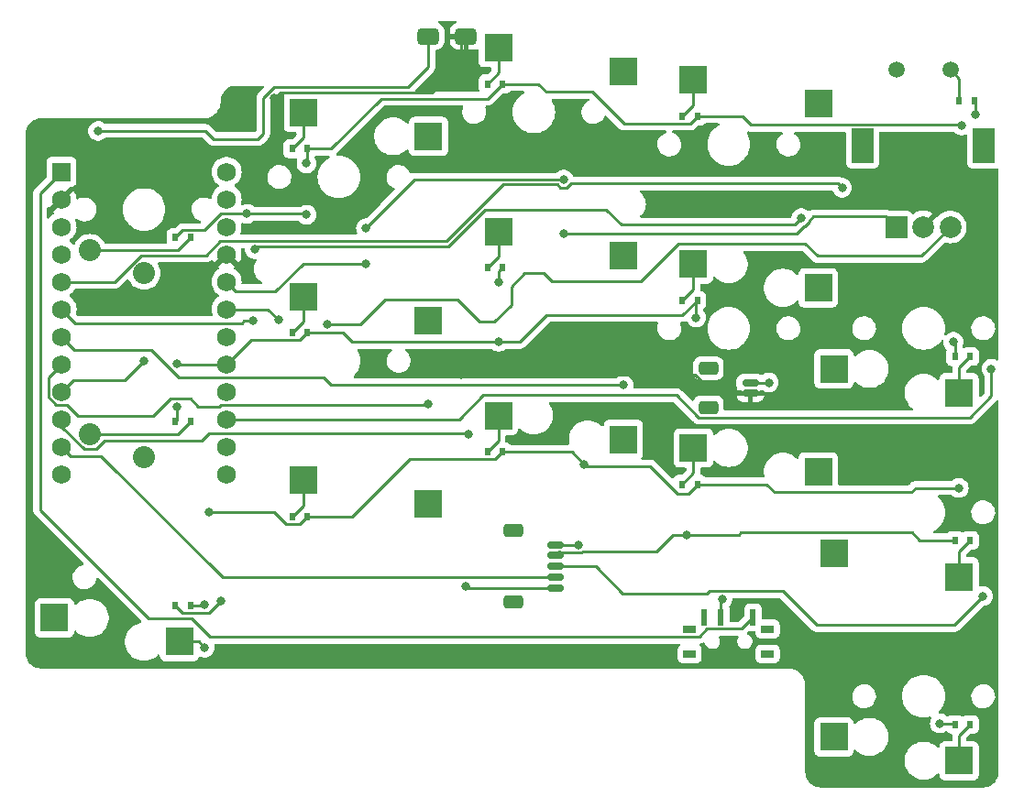
<source format=gbr>
%TF.GenerationSoftware,KiCad,Pcbnew,(7.0.0-0)*%
%TF.CreationDate,2023-02-22T17:52:08+08:00*%
%TF.ProjectId,right,72696768-742e-46b6-9963-61645f706362,v1.0.0*%
%TF.SameCoordinates,Original*%
%TF.FileFunction,Copper,L2,Bot*%
%TF.FilePolarity,Positive*%
%FSLAX46Y46*%
G04 Gerber Fmt 4.6, Leading zero omitted, Abs format (unit mm)*
G04 Created by KiCad (PCBNEW (7.0.0-0)) date 2023-02-22 17:52:08*
%MOMM*%
%LPD*%
G01*
G04 APERTURE LIST*
G04 Aperture macros list*
%AMRoundRect*
0 Rectangle with rounded corners*
0 $1 Rounding radius*
0 $2 $3 $4 $5 $6 $7 $8 $9 X,Y pos of 4 corners*
0 Add a 4 corners polygon primitive as box body*
4,1,4,$2,$3,$4,$5,$6,$7,$8,$9,$2,$3,0*
0 Add four circle primitives for the rounded corners*
1,1,$1+$1,$2,$3*
1,1,$1+$1,$4,$5*
1,1,$1+$1,$6,$7*
1,1,$1+$1,$8,$9*
0 Add four rect primitives between the rounded corners*
20,1,$1+$1,$2,$3,$4,$5,0*
20,1,$1+$1,$4,$5,$6,$7,0*
20,1,$1+$1,$6,$7,$8,$9,0*
20,1,$1+$1,$8,$9,$2,$3,0*%
G04 Aperture macros list end*
%TA.AperFunction,SMDPad,CuDef*%
%ADD10R,2.600000X2.600000*%
%TD*%
%TA.AperFunction,ComponentPad*%
%ADD11C,0.600000*%
%TD*%
%TA.AperFunction,SMDPad,CuDef*%
%ADD12R,0.600000X0.700000*%
%TD*%
%TA.AperFunction,ComponentPad*%
%ADD13C,2.032000*%
%TD*%
%TA.AperFunction,ComponentPad*%
%ADD14R,2.000000X2.000000*%
%TD*%
%TA.AperFunction,ComponentPad*%
%ADD15C,2.000000*%
%TD*%
%TA.AperFunction,ComponentPad*%
%ADD16C,1.500000*%
%TD*%
%TA.AperFunction,ComponentPad*%
%ADD17R,2.000000X3.200000*%
%TD*%
%TA.AperFunction,SMDPad,CuDef*%
%ADD18R,0.600000X1.524000*%
%TD*%
%TA.AperFunction,SMDPad,CuDef*%
%ADD19R,1.200000X0.700000*%
%TD*%
%TA.AperFunction,SMDPad,CuDef*%
%ADD20RoundRect,0.381000X0.619000X0.381000X-0.619000X0.381000X-0.619000X-0.381000X0.619000X-0.381000X0*%
%TD*%
%TA.AperFunction,SMDPad,CuDef*%
%ADD21RoundRect,0.378000X0.622000X0.378000X-0.622000X0.378000X-0.622000X-0.378000X0.622000X-0.378000X0*%
%TD*%
%TA.AperFunction,ComponentPad*%
%ADD22R,1.752600X1.752600*%
%TD*%
%TA.AperFunction,ComponentPad*%
%ADD23C,1.752600*%
%TD*%
%TA.AperFunction,SMDPad,CuDef*%
%ADD24RoundRect,0.150000X0.625000X-0.150000X0.625000X0.150000X-0.625000X0.150000X-0.625000X-0.150000X0*%
%TD*%
%TA.AperFunction,SMDPad,CuDef*%
%ADD25RoundRect,0.250000X0.650000X-0.350000X0.650000X0.350000X-0.650000X0.350000X-0.650000X-0.350000X0*%
%TD*%
%TA.AperFunction,ViaPad*%
%ADD26C,0.800000*%
%TD*%
%TA.AperFunction,Conductor*%
%ADD27C,0.250000*%
%TD*%
G04 APERTURE END LIST*
D10*
%TO.P,S1,1*%
%TO.N,C0R0D*%
X75274999Y17049999D03*
%TO.P,S1,2*%
%TO.N,C0*%
X63724999Y19249999D03*
D11*
%TO.P,S1,3*%
%TO.N,C0R0D*%
X75275000Y17050000D03*
%TO.P,S1,4*%
%TO.N,C0*%
X63725000Y19250000D03*
%TD*%
D12*
%TO.P,D1,1*%
%TO.N,R0*%
X74899999Y20399999D03*
%TO.P,D1,2*%
%TO.N,C0R0D*%
X76299999Y20399999D03*
%TD*%
D10*
%TO.P,S2,1*%
%TO.N,C0R1D*%
X75274999Y49999D03*
%TO.P,S2,2*%
%TO.N,C0*%
X63724999Y2249999D03*
D11*
%TO.P,S2,3*%
%TO.N,C0R1D*%
X75275000Y50000D03*
%TO.P,S2,4*%
%TO.N,C0*%
X63725000Y2250000D03*
%TD*%
D12*
%TO.P,D2,1*%
%TO.N,R1*%
X74899999Y3399999D03*
%TO.P,D2,2*%
%TO.N,C0R1D*%
X76299999Y3399999D03*
%TD*%
D10*
%TO.P,S3,1*%
%TO.N,C0R2D*%
X75274999Y-16949999D03*
%TO.P,S3,2*%
%TO.N,C0*%
X63724999Y-14749999D03*
D11*
%TO.P,S3,3*%
%TO.N,C0R2D*%
X75275000Y-16950000D03*
%TO.P,S3,4*%
%TO.N,C0*%
X63725000Y-14750000D03*
%TD*%
D12*
%TO.P,D3,1*%
%TO.N,R2*%
X74899999Y-13599999D03*
%TO.P,D3,2*%
%TO.N,C0R2D*%
X76299999Y-13599999D03*
%TD*%
D10*
%TO.P,S4,1*%
%TO.N,C1R0D*%
X50724999Y45949999D03*
%TO.P,S4,2*%
%TO.N,C1*%
X62274999Y43749999D03*
D11*
%TO.P,S4,3*%
%TO.N,C1R0D*%
X50725000Y45950000D03*
%TO.P,S4,4*%
%TO.N,C1*%
X62275000Y43750000D03*
%TD*%
D12*
%TO.P,D4,1*%
%TO.N,R0*%
X51099999Y42599999D03*
%TO.P,D4,2*%
%TO.N,C1R0D*%
X49699999Y42599999D03*
%TD*%
D10*
%TO.P,S5,1*%
%TO.N,C1R1D*%
X50724999Y28949999D03*
%TO.P,S5,2*%
%TO.N,C1*%
X62274999Y26749999D03*
D11*
%TO.P,S5,3*%
%TO.N,C1R1D*%
X50725000Y28950000D03*
%TO.P,S5,4*%
%TO.N,C1*%
X62275000Y26750000D03*
%TD*%
D12*
%TO.P,D5,1*%
%TO.N,R1*%
X51099999Y25599999D03*
%TO.P,D5,2*%
%TO.N,C1R1D*%
X49699999Y25599999D03*
%TD*%
D10*
%TO.P,S6,1*%
%TO.N,C1R2D*%
X50724999Y11949999D03*
%TO.P,S6,2*%
%TO.N,C1*%
X62274999Y9749999D03*
D11*
%TO.P,S6,3*%
%TO.N,C1R2D*%
X50725000Y11950000D03*
%TO.P,S6,4*%
%TO.N,C1*%
X62275000Y9750000D03*
%TD*%
D12*
%TO.P,D6,1*%
%TO.N,R2*%
X51099999Y8599999D03*
%TO.P,D6,2*%
%TO.N,C1R2D*%
X49699999Y8599999D03*
%TD*%
D10*
%TO.P,S7,1*%
%TO.N,C2R0D*%
X32724999Y48949999D03*
%TO.P,S7,2*%
%TO.N,C2*%
X44274999Y46749999D03*
D11*
%TO.P,S7,3*%
%TO.N,C2R0D*%
X32725000Y48950000D03*
%TO.P,S7,4*%
%TO.N,C2*%
X44275000Y46750000D03*
%TD*%
D12*
%TO.P,D7,1*%
%TO.N,R0*%
X33099999Y45599999D03*
%TO.P,D7,2*%
%TO.N,C2R0D*%
X31699999Y45599999D03*
%TD*%
D10*
%TO.P,S8,1*%
%TO.N,C2R1D*%
X32724999Y31949999D03*
%TO.P,S8,2*%
%TO.N,C2*%
X44274999Y29749999D03*
D11*
%TO.P,S8,3*%
%TO.N,C2R1D*%
X32725000Y31950000D03*
%TO.P,S8,4*%
%TO.N,C2*%
X44275000Y29750000D03*
%TD*%
D12*
%TO.P,D8,1*%
%TO.N,R1*%
X33099999Y28599999D03*
%TO.P,D8,2*%
%TO.N,C2R1D*%
X31699999Y28599999D03*
%TD*%
D10*
%TO.P,S9,1*%
%TO.N,C2R2D*%
X32724999Y14949999D03*
%TO.P,S9,2*%
%TO.N,C2*%
X44274999Y12749999D03*
D11*
%TO.P,S9,3*%
%TO.N,C2R2D*%
X32725000Y14950000D03*
%TO.P,S9,4*%
%TO.N,C2*%
X44275000Y12750000D03*
%TD*%
D12*
%TO.P,D9,1*%
%TO.N,R2*%
X33099999Y11599999D03*
%TO.P,D9,2*%
%TO.N,C2R2D*%
X31699999Y11599999D03*
%TD*%
D10*
%TO.P,S10,1*%
%TO.N,C3R0D*%
X14724999Y42949999D03*
%TO.P,S10,2*%
%TO.N,C3*%
X26274999Y40749999D03*
D11*
%TO.P,S10,3*%
%TO.N,C3R0D*%
X14725000Y42950000D03*
%TO.P,S10,4*%
%TO.N,C3*%
X26275000Y40750000D03*
%TD*%
D12*
%TO.P,D10,1*%
%TO.N,R0*%
X15099999Y39599999D03*
%TO.P,D10,2*%
%TO.N,C3R0D*%
X13699999Y39599999D03*
%TD*%
D10*
%TO.P,S11,1*%
%TO.N,C3R1D*%
X14724999Y25949999D03*
%TO.P,S11,2*%
%TO.N,C3*%
X26274999Y23749999D03*
D11*
%TO.P,S11,3*%
%TO.N,C3R1D*%
X14725000Y25950000D03*
%TO.P,S11,4*%
%TO.N,C3*%
X26275000Y23750000D03*
%TD*%
D12*
%TO.P,D11,1*%
%TO.N,R1*%
X15099999Y22599999D03*
%TO.P,D11,2*%
%TO.N,C3R1D*%
X13699999Y22599999D03*
%TD*%
D10*
%TO.P,S12,1*%
%TO.N,C3R2D*%
X14724999Y8949999D03*
%TO.P,S12,2*%
%TO.N,C3*%
X26274999Y6749999D03*
D11*
%TO.P,S12,3*%
%TO.N,C3R2D*%
X14725000Y8950000D03*
%TO.P,S12,4*%
%TO.N,C3*%
X26275000Y6750000D03*
%TD*%
D12*
%TO.P,D12,1*%
%TO.N,R2*%
X15099999Y5599999D03*
%TO.P,D12,2*%
%TO.N,C3R2D*%
X13699999Y5599999D03*
%TD*%
D13*
%TO.P,S13,1*%
%TO.N,C4R0D*%
X-5000000Y30200000D03*
%TO.P,S13,2*%
%TO.N,C4*%
X0Y28100000D03*
%TD*%
D12*
%TO.P,D13,1*%
%TO.N,R0*%
X2899999Y31399999D03*
%TO.P,D13,2*%
%TO.N,C4R0D*%
X4299999Y31399999D03*
%TD*%
D13*
%TO.P,S14,1*%
%TO.N,C4R1D*%
X-5000000Y13200000D03*
%TO.P,S14,2*%
%TO.N,C4*%
X0Y11100000D03*
%TD*%
D12*
%TO.P,D14,1*%
%TO.N,R1*%
X2899999Y14399999D03*
%TO.P,D14,2*%
%TO.N,C4R1D*%
X4299999Y14399999D03*
%TD*%
D10*
%TO.P,S15,1*%
%TO.N,C4R2D*%
X3274999Y-5949999D03*
%TO.P,S15,2*%
%TO.N,C4*%
X-8274999Y-3749999D03*
D11*
%TO.P,S15,3*%
%TO.N,C4R2D*%
X3275000Y-5950000D03*
%TO.P,S15,4*%
%TO.N,C4*%
X-8275000Y-3750000D03*
%TD*%
D12*
%TO.P,D15,1*%
%TO.N,R2*%
X2899999Y-2599999D03*
%TO.P,D15,2*%
%TO.N,C4R2D*%
X4299999Y-2599999D03*
%TD*%
D14*
%TO.P,ROT1,A*%
%TO.N,P2*%
X69459999Y32379999D03*
D15*
%TO.P,ROT1,C*%
%TO.N,GND*%
X71960000Y32380000D03*
%TO.P,ROT1,B*%
%TO.N,P3*%
X74460000Y32380000D03*
D16*
%TO.P,ROT1,1*%
%TO.N,C0*%
X69460000Y46880000D03*
%TO.P,ROT1,2*%
%TO.N,C0R3D*%
X74460000Y46880000D03*
D17*
%TO.P,ROT1,*%
%TO.N,*%
X66359999Y39879999D03*
X77559999Y39879999D03*
%TD*%
D12*
%TO.P,D16,1*%
%TO.N,R3*%
X76699999Y43999999D03*
%TO.P,D16,2*%
%TO.N,C0R3D*%
X75299999Y43999999D03*
%TD*%
D18*
%TO.P,SS1,1*%
%TO.N,RAW*%
X56249999Y-3679999D03*
%TO.P,SS1,2*%
%TO.N,BSLI*%
X53249999Y-3679999D03*
%TO.P,SS1,3*%
%TO.N,three*%
X51749999Y-3679999D03*
D19*
%TO.P,SS1,4*%
%TO.N,N/C*%
X57599999Y-7079999D03*
X57599999Y-4779999D03*
X50399999Y-7079999D03*
X50399999Y-4779999D03*
%TD*%
D20*
%TO.P,SB1,1*%
%TO.N,GND*%
X29750000Y50000000D03*
D21*
%TO.P,SB1,2*%
%TO.N,RST*%
X26250000Y50000000D03*
%TD*%
D22*
%TO.P,MCU1,1*%
%TO.N,RAW*%
X-7619999Y37469999D03*
D23*
%TO.P,MCU1,2*%
%TO.N,GND*%
X-7620000Y34930000D03*
%TO.P,MCU1,3*%
%TO.N,RST*%
X-7620000Y32390000D03*
%TO.P,MCU1,4*%
%TO.N,VCC*%
X-7620000Y29850000D03*
%TO.P,MCU1,5*%
%TO.N,C0*%
X-7620000Y27310000D03*
%TO.P,MCU1,6*%
%TO.N,C1*%
X-7620000Y24770000D03*
%TO.P,MCU1,7*%
%TO.N,C2*%
X-7620000Y22230000D03*
%TO.P,MCU1,8*%
%TO.N,C3*%
X-7620000Y19690000D03*
%TO.P,MCU1,9*%
%TO.N,C4*%
X-7620000Y17150000D03*
%TO.P,MCU1,10*%
%TO.N,C5*%
X-7620000Y14610000D03*
%TO.P,MCU1,11*%
%TO.N,C6*%
X-7620000Y12070000D03*
%TO.P,MCU1,12*%
%TO.N,P10*%
X-7620000Y9530000D03*
%TO.P,MCU1,13*%
%TO.N,P1*%
X7620000Y37470000D03*
%TO.P,MCU1,14*%
%TO.N,P0*%
X7620000Y34930000D03*
%TO.P,MCU1,15*%
%TO.N,GND*%
X7620000Y32390000D03*
%TO.P,MCU1,16*%
X7620000Y29850000D03*
%TO.P,MCU1,17*%
%TO.N,P2*%
X7620000Y27310000D03*
%TO.P,MCU1,18*%
%TO.N,P3*%
X7620000Y24770000D03*
%TO.P,MCU1,19*%
%TO.N,R0*%
X7620000Y22230000D03*
%TO.P,MCU1,20*%
%TO.N,R1*%
X7620000Y19690000D03*
%TO.P,MCU1,21*%
%TO.N,R2*%
X7620000Y17150000D03*
%TO.P,MCU1,22*%
%TO.N,R3*%
X7620000Y14610000D03*
%TO.P,MCU1,23*%
%TO.N,P8*%
X7620000Y12070000D03*
%TO.P,MCU1,24*%
%TO.N,P9*%
X7620000Y9530000D03*
%TD*%
D24*
%TO.P,JB1,2*%
%TO.N,BSLI*%
X56000000Y18000000D03*
%TO.P,JB1,1*%
%TO.N,GND*%
X56000000Y17000000D03*
D25*
%TO.P,JB1,MP*%
%TO.N,N/C*%
X52125000Y19300000D03*
X52125000Y15700000D03*
%TD*%
D24*
%TO.P,JC1,5*%
%TO.N,R2*%
X38000000Y3000000D03*
%TO.P,JC1,4*%
%TO.N,R1*%
X38000000Y2000000D03*
%TO.P,JC1,3*%
%TO.N,R0*%
X38000000Y1000000D03*
%TO.P,JC1,2*%
%TO.N,C6*%
X38000000Y0D03*
%TO.P,JC1,1*%
%TO.N,C5*%
X38000000Y-1000000D03*
D25*
%TO.P,JC1,MP*%
%TO.N,N/C*%
X34125000Y-2300000D03*
X34125000Y4300000D03*
%TD*%
D26*
%TO.N,C4R2D*%
X5600000Y-2500000D03*
X5600000Y-6500000D03*
%TO.N,C0*%
X64475000Y36000000D03*
%TO.N,R0*%
X75500000Y41750000D03*
X15000000Y38250000D03*
X15000000Y33500000D03*
X77500000Y-1750000D03*
X9500000Y33591300D03*
X74750000Y21750000D03*
%TO.N,R1*%
X3000000Y15750000D03*
X32750000Y27250000D03*
X32750000Y21750000D03*
X3000000Y19750000D03*
X51000000Y24000000D03*
X50100000Y3900000D03*
%TO.N,R2*%
X75250000Y8250000D03*
X40649175Y10449175D03*
X7100000Y-2200000D03*
X6000000Y6000000D03*
X73500000Y-13500000D03*
X40100000Y3000000D03*
%TO.N,C1*%
X10087957Y23686671D03*
X60700000Y33200000D03*
X10224500Y30326800D03*
%TO.N,C2*%
X44275000Y17750000D03*
%TO.N,C3*%
X26275000Y16000000D03*
%TO.N,C4*%
X0Y20000000D03*
%TO.N,P2*%
X20500000Y32250000D03*
X38750000Y31750000D03*
X38750000Y36750000D03*
X20500000Y29000000D03*
%TO.N,P3*%
X16900000Y23400000D03*
X12400000Y23800000D03*
%TO.N,GND*%
X12025000Y44275000D03*
X69750000Y17750000D03*
X29250000Y47500000D03*
X29250000Y18750000D03*
X4200000Y34900000D03*
%TO.N,R3*%
X76750000Y42750000D03*
X78262299Y19262299D03*
%TO.N,BSLI*%
X57700000Y18000000D03*
X53400000Y-1999500D03*
%TO.N,RST*%
X-4250000Y41250000D03*
%TO.N,C5*%
X29700000Y-800000D03*
X30000000Y13250000D03*
%TD*%
D27*
%TO.N,C4R2D*%
X4300000Y-2600000D02*
X5500000Y-2600000D01*
X5600000Y-6500000D02*
X5050000Y-5950000D01*
X5500000Y-2600000D02*
X5600000Y-2500000D01*
X5050000Y-5950000D02*
X3275000Y-5950000D01*
%TO.N,C0*%
X38449695Y36025000D02*
X39050305Y36025000D01*
X38174695Y36300000D02*
X38449695Y36025000D01*
X-2686461Y27310000D02*
X-246461Y29750000D01*
X39425305Y36400000D02*
X64075000Y36400000D01*
X5750000Y29750000D02*
X7051300Y31051300D01*
X-246461Y29750000D02*
X5750000Y29750000D01*
X64075000Y36400000D02*
X64475000Y36000000D01*
X39050305Y36025000D02*
X39425305Y36400000D01*
X33172095Y36300000D02*
X38174695Y36300000D01*
X-7620000Y27310000D02*
X-2686461Y27310000D01*
X7051300Y31051300D02*
X27923395Y31051300D01*
X27923395Y31051300D02*
X33172095Y36300000D01*
%TO.N,C0R0D*%
X75275000Y19375000D02*
X76300000Y20400000D01*
X75275000Y17050000D02*
X75275000Y19375000D01*
%TO.N,R0*%
X14908700Y33591300D02*
X9500000Y33591300D01*
X52199695Y-1275000D02*
X51974695Y-1500000D01*
X3575000Y32075000D02*
X2900000Y31400000D01*
X15100000Y39600000D02*
X15100000Y38350000D01*
X62100000Y-4400000D02*
X58975000Y-1275000D01*
X74850000Y-4400000D02*
X62100000Y-4400000D01*
X58975000Y-1275000D02*
X52199695Y-1275000D01*
X33100000Y45600000D02*
X31725900Y44225900D01*
X36400000Y45600000D02*
X33100000Y45600000D01*
X44325000Y41925000D02*
X41375000Y44875000D01*
X56054999Y41805000D02*
X55259999Y42600000D01*
X15000000Y33500000D02*
X14908700Y33591300D01*
X37125000Y44875000D02*
X36400000Y45600000D01*
X77500000Y-1750000D02*
X74850000Y-4400000D01*
X44200000Y-1500000D02*
X41700000Y1000000D01*
X75445000Y41805000D02*
X56054999Y41805000D01*
X50425000Y41925000D02*
X44325000Y41925000D01*
X17301650Y39600000D02*
X15100000Y39600000D01*
X7122405Y33591300D02*
X5606105Y32075000D01*
X21927550Y44225900D02*
X17301650Y39600000D01*
X55259999Y42600000D02*
X51100000Y42600000D01*
X41700000Y1000000D02*
X38000000Y1000000D01*
X74900000Y20400000D02*
X74900000Y21600000D01*
X51974695Y-1500000D02*
X44200000Y-1500000D01*
X41375000Y44875000D02*
X37125000Y44875000D01*
X31725900Y44225900D02*
X21927550Y44225900D01*
X5606105Y32075000D02*
X3575000Y32075000D01*
X74900000Y21600000D02*
X74750000Y21750000D01*
X15100000Y38350000D02*
X15000000Y38250000D01*
X75500000Y41750000D02*
X75445000Y41805000D01*
X9500000Y33591300D02*
X7122405Y33591300D01*
X51100000Y42600000D02*
X50425000Y41925000D01*
%TO.N,C0R1D*%
X75275000Y2375000D02*
X76300000Y3400000D01*
X75275000Y50000D02*
X75275000Y2375000D01*
%TO.N,R1*%
X3000000Y14500000D02*
X2900000Y14400000D01*
X38375000Y2375000D02*
X38000000Y2000000D01*
X71645001Y3400000D02*
X74900000Y3400000D01*
X9855000Y21925000D02*
X7620000Y19690000D01*
X50110500Y3910500D02*
X54910500Y3910500D01*
X50100000Y3900000D02*
X48850000Y3900000D01*
X3000000Y15750000D02*
X3000000Y14500000D01*
X70920001Y4125000D02*
X71645001Y3400000D01*
X51000000Y25500000D02*
X51100000Y25600000D01*
X32750000Y21750000D02*
X19204999Y21750000D01*
X3060000Y19690000D02*
X3000000Y19750000D01*
X50100000Y3900000D02*
X50110500Y3910500D01*
X15100000Y22600000D02*
X14425000Y21925000D01*
X47350000Y2400000D02*
X40525305Y2400000D01*
X19204999Y21750000D02*
X18354999Y22600000D01*
X7620000Y19690000D02*
X3060000Y19690000D01*
X37180899Y24225900D02*
X34704999Y21750000D01*
X40525305Y2400000D02*
X40400305Y2275000D01*
X49725900Y24225900D02*
X37180899Y24225900D01*
X51000000Y24000000D02*
X51000000Y25500000D01*
X32750000Y27250000D02*
X32750000Y28250000D01*
X55125000Y4125000D02*
X70920001Y4125000D01*
X32750000Y28250000D02*
X33100000Y28600000D01*
X40400305Y2275000D02*
X38475000Y2275000D01*
X38475000Y2275000D02*
X38375000Y2375000D01*
X18354999Y22600000D02*
X15100000Y22600000D01*
X34704999Y21750000D02*
X32750000Y21750000D01*
X54910500Y3910500D02*
X55125000Y4125000D01*
X14425000Y21925000D02*
X9855000Y21925000D01*
X51100000Y25600000D02*
X49725900Y24225900D01*
X48850000Y3900000D02*
X47350000Y2400000D01*
%TO.N,C0R2D*%
X75275000Y-16950000D02*
X75275000Y-14625000D01*
X75275000Y-14625000D02*
X76300000Y-13600000D01*
%TO.N,R2*%
X6025000Y-3275000D02*
X3575000Y-3275000D01*
X3575000Y-3275000D02*
X2900000Y-2600000D01*
X49250000Y7750000D02*
X50250000Y7750000D01*
X46750000Y10250000D02*
X49250000Y7750000D01*
X7100000Y-2200000D02*
X6025000Y-3275000D01*
X50250000Y7750000D02*
X51100000Y8600000D01*
X70875000Y7875000D02*
X71250000Y8250000D01*
X12000000Y6000000D02*
X13075000Y4925000D01*
X71250000Y8250000D02*
X75250000Y8250000D01*
X38000000Y3000000D02*
X40100000Y3000000D01*
X24523350Y10925000D02*
X32425000Y10925000D01*
X40848350Y10250000D02*
X46750000Y10250000D01*
X39498350Y11600000D02*
X40649175Y10449175D01*
X58223350Y7875000D02*
X70875000Y7875000D01*
X32425000Y10925000D02*
X33100000Y11600000D01*
X15100000Y5600000D02*
X19198350Y5600000D01*
X33100000Y11600000D02*
X39498350Y11600000D01*
X6000000Y6000000D02*
X12000000Y6000000D01*
X51100000Y8600000D02*
X57498350Y8600000D01*
X19198350Y5600000D02*
X24523350Y10925000D01*
X13075000Y4925000D02*
X14425000Y4925000D01*
X14425000Y4925000D02*
X15100000Y5600000D01*
X57498350Y8600000D02*
X58223350Y7875000D01*
X73500000Y-13500000D02*
X74800000Y-13500000D01*
X74800000Y-13500000D02*
X74900000Y-13600000D01*
X40649175Y10449175D02*
X40848350Y10250000D01*
%TO.N,C1*%
X-7620000Y24770000D02*
X-6350000Y23500000D01*
X9211671Y23686671D02*
X10087957Y23686671D01*
X42700000Y34000000D02*
X31525000Y34000000D01*
X60100000Y32600000D02*
X44100000Y32600000D01*
X44100000Y32600000D02*
X42700000Y34000000D01*
X28126300Y30601300D02*
X10499000Y30601300D01*
X9025000Y23500000D02*
X9211671Y23686671D01*
X60700000Y33200000D02*
X60100000Y32600000D01*
X10499000Y30601300D02*
X10224500Y30326800D01*
X31525000Y34000000D02*
X28126300Y30601300D01*
X-6350000Y23500000D02*
X9025000Y23500000D01*
%TO.N,C1R0D*%
X50725000Y43625000D02*
X49700000Y42600000D01*
X50725000Y45950000D02*
X50725000Y43625000D01*
%TO.N,C1R1D*%
X50725000Y28950000D02*
X50725000Y26625000D01*
X50725000Y26625000D02*
X49700000Y25600000D01*
%TO.N,C1R2D*%
X50725000Y9625000D02*
X49700000Y8600000D01*
X50725000Y11950000D02*
X50725000Y9625000D01*
%TO.N,C2*%
X17295001Y17750000D02*
X44275000Y17750000D01*
X-6418700Y21028700D02*
X695995Y21028700D01*
X16556301Y18488700D02*
X17295001Y17750000D01*
X-7620000Y22230000D02*
X-6418700Y21028700D01*
X3235995Y18488700D02*
X16556301Y18488700D01*
X695995Y21028700D02*
X3235995Y18488700D01*
%TO.N,C2R0D*%
X32725000Y46625000D02*
X31700000Y45600000D01*
X32725000Y48950000D02*
X32725000Y46625000D01*
%TO.N,C2R1D*%
X32725000Y31950000D02*
X32725000Y29625000D01*
X32725000Y29625000D02*
X31700000Y28600000D01*
%TO.N,C2R2D*%
X32725000Y12625000D02*
X31700000Y11600000D01*
X32725000Y14950000D02*
X32725000Y12625000D01*
%TO.N,C3*%
X4274100Y16492216D02*
X4992216Y15774100D01*
X6947805Y15774100D02*
X7122405Y15948700D01*
X26223700Y15948700D02*
X26275000Y16000000D01*
X-8821300Y16652405D02*
X-8117595Y15948700D01*
X-7122405Y15948700D02*
X-6084205Y14910500D01*
X4992216Y15774100D02*
X6947805Y15774100D01*
X2447215Y16492216D02*
X4274100Y16492216D01*
X-8117595Y15948700D02*
X-7122405Y15948700D01*
X7122405Y15948700D02*
X26223700Y15948700D01*
X-7620000Y19690000D02*
X-8821300Y18488700D01*
X865499Y14910500D02*
X2447215Y16492216D01*
X-8821300Y18488700D02*
X-8821300Y16652405D01*
X-6084205Y14910500D02*
X865499Y14910500D01*
%TO.N,C3R0D*%
X14725000Y40625000D02*
X13700000Y39600000D01*
X14725000Y42950000D02*
X14725000Y40625000D01*
%TO.N,C3R1D*%
X14725000Y23625000D02*
X13700000Y22600000D01*
X14725000Y25950000D02*
X14725000Y23625000D01*
%TO.N,C3R2D*%
X14725000Y6625000D02*
X13700000Y5600000D01*
X14725000Y8950000D02*
X14725000Y6625000D01*
%TO.N,C4*%
X0Y20000000D02*
X-1774100Y18225900D01*
X-1774100Y18225900D02*
X-6544100Y18225900D01*
X-6544100Y18225900D02*
X-7620000Y17150000D01*
%TO.N,C4R0D*%
X3100000Y30200000D02*
X-5000000Y30200000D01*
X4300000Y31400000D02*
X3100000Y30200000D01*
%TO.N,C4R1D*%
X4300000Y14400000D02*
X3100000Y13200000D01*
X3100000Y13200000D02*
X-5000000Y13200000D01*
%TO.N,C0R3D*%
X75300000Y46040000D02*
X74460000Y46880000D01*
X75300000Y44000000D02*
X75300000Y46040000D01*
%TO.N,P2*%
X60250000Y31750000D02*
X38750000Y31750000D01*
X14700000Y29000000D02*
X20500000Y29000000D01*
X60975000Y32475000D02*
X60250000Y31750000D01*
X12133700Y26433700D02*
X14700000Y29000000D01*
X61425000Y32925000D02*
X61425000Y32899695D01*
X68515000Y33325000D02*
X61825000Y33325000D01*
X61000305Y32475000D02*
X60975000Y32475000D01*
X24983684Y36750000D02*
X20500000Y32266316D01*
X7620000Y27310000D02*
X8496300Y26433700D01*
X61825000Y33325000D02*
X61425000Y32925000D01*
X8496300Y26433700D02*
X12133700Y26433700D01*
X61425000Y32899695D02*
X61000305Y32475000D01*
X69460000Y32380000D02*
X68515000Y33325000D01*
X38750000Y36750000D02*
X24983684Y36750000D01*
%TO.N,P3*%
X36865499Y28089500D02*
X37629999Y27325000D01*
X37629999Y27325000D02*
X45850000Y27325000D01*
X32366698Y23590699D02*
X33910500Y25134501D01*
X62200000Y29700000D02*
X71780000Y29700000D01*
X7620000Y24770000D02*
X11430000Y24770000D01*
X22223350Y25625000D02*
X28975000Y25625000D01*
X61075000Y30825000D02*
X62200000Y29700000D01*
X35134501Y28089500D02*
X36865499Y28089500D01*
X33910500Y26865499D02*
X35134501Y28089500D01*
X45850000Y27325000D02*
X49350000Y30825000D01*
X33910500Y25134501D02*
X33910500Y26865499D01*
X28975000Y25625000D02*
X31009301Y23590699D01*
X71780000Y29700000D02*
X74460000Y32380000D01*
X19998350Y23400000D02*
X22223350Y25625000D01*
X16900000Y23400000D02*
X19998350Y23400000D01*
X49350000Y30825000D02*
X61075000Y30825000D01*
X11430000Y24770000D02*
X12400000Y23800000D01*
X31009301Y23590699D02*
X32366698Y23590699D01*
%TO.N,GND*%
X29250000Y47500000D02*
X29250000Y49500000D01*
X3010500Y36089500D02*
X-6460500Y36089500D01*
X12575000Y44825000D02*
X26575000Y44825000D01*
X-6460500Y36089500D02*
X-7620000Y34930000D01*
X62350000Y17375000D02*
X69375000Y17375000D01*
X12025000Y44275000D02*
X12575000Y44825000D01*
X52611827Y17000000D02*
X56000000Y17000000D01*
X29250000Y49500000D02*
X29750000Y50000000D01*
X56000000Y17000000D02*
X61975000Y17000000D01*
X29250000Y18750000D02*
X50861827Y18750000D01*
X69375000Y17375000D02*
X69750000Y17750000D01*
X61975000Y17000000D02*
X62350000Y17375000D01*
X26575000Y44825000D02*
X29250000Y47500000D01*
X50861827Y18750000D02*
X52611827Y17000000D01*
X4200000Y34900000D02*
X3010500Y36089500D01*
%TO.N,R3*%
X76250000Y14775000D02*
X78262299Y16787299D01*
X76750000Y43950000D02*
X76700000Y44000000D01*
X51236827Y14775000D02*
X76250000Y14775000D01*
X7620000Y14610000D02*
X29135000Y14610000D01*
X31350000Y16825000D02*
X49186827Y16825000D01*
X78262299Y16787299D02*
X78262299Y19262299D01*
X76750000Y42750000D02*
X76750000Y43950000D01*
X49186827Y16825000D02*
X51236827Y14775000D01*
X29135000Y14610000D02*
X31350000Y16825000D01*
%TO.N,RAW*%
X-9600000Y6200000D02*
X-9600000Y35490000D01*
X51280000Y-5500000D02*
X6075000Y-5500000D01*
X52013000Y-4767000D02*
X51280000Y-5500000D01*
X56250000Y-3680000D02*
X55163000Y-4767000D01*
X55163000Y-4767000D02*
X52013000Y-4767000D01*
X6075000Y-5500000D02*
X4375000Y-3800000D01*
X400000Y-3800000D02*
X-9600000Y6200000D01*
X-9600000Y35490000D02*
X-7620000Y37470000D01*
X4375000Y-3800000D02*
X400000Y-3800000D01*
%TO.N,BSLI*%
X53250000Y-2149500D02*
X53250000Y-3425000D01*
X56000000Y18000000D02*
X57700000Y18000000D01*
X53400000Y-1999500D02*
X53250000Y-2149500D01*
%TO.N,RST*%
X11000000Y41000000D02*
X11000000Y44275305D01*
X6414035Y40500000D02*
X10500000Y40500000D01*
X-4250000Y41250000D02*
X5664035Y41250000D01*
X10500000Y40500000D02*
X11000000Y41000000D01*
X12024695Y45300000D02*
X24400000Y45300000D01*
X24400000Y45300000D02*
X26250000Y47150000D01*
X11000000Y44275305D02*
X12024695Y45300000D01*
X5664035Y41250000D02*
X6414035Y40500000D01*
X26250000Y47150000D02*
X26250000Y50000000D01*
%TO.N,C5*%
X-7620000Y13923539D02*
X-5555461Y11859000D01*
X-7620000Y14610000D02*
X-7620000Y13923539D01*
X5346566Y12644539D02*
X6027027Y13325000D01*
X-5555461Y11859000D02*
X-4444539Y11859000D01*
X-4444539Y11859000D02*
X-3659000Y12644539D01*
X29900000Y-1000000D02*
X29700000Y-800000D01*
X38000000Y-1000000D02*
X29900000Y-1000000D01*
X-3659000Y12644539D02*
X5346566Y12644539D01*
X29925000Y13325000D02*
X30000000Y13250000D01*
X6027027Y13325000D02*
X29925000Y13325000D01*
%TO.N,C6*%
X38000000Y0D02*
X7233684Y0D01*
X-3960016Y11193700D02*
X-6743700Y11193700D01*
X7233684Y0D02*
X-3960016Y11193700D01*
X-6743700Y11193700D02*
X-7620000Y12070000D01*
%TD*%
%TA.AperFunction,Conductor*%
%TO.N,GND*%
G36*
X11010224Y45410985D02*
G01*
X11054247Y45373385D01*
X11076402Y45319898D01*
X11071860Y45262182D01*
X11041610Y45212819D01*
X10607793Y44779002D01*
X10599446Y44771407D01*
X10592982Y44767305D01*
X10583949Y44757686D01*
X10546340Y44717636D01*
X10543629Y44714839D01*
X10523865Y44695075D01*
X10521474Y44691994D01*
X10521473Y44691992D01*
X10521317Y44691791D01*
X10513746Y44682929D01*
X10488754Y44656314D01*
X10488749Y44656308D01*
X10483414Y44650626D01*
X10479658Y44643793D01*
X10479653Y44643787D01*
X10473576Y44632734D01*
X10462899Y44616479D01*
X10455170Y44606514D01*
X10450386Y44600346D01*
X10447287Y44593184D01*
X10432789Y44559681D01*
X10427649Y44549189D01*
X10419044Y44533536D01*
X10406305Y44510365D01*
X10404365Y44502809D01*
X10401228Y44490591D01*
X10394926Y44472186D01*
X10389918Y44460614D01*
X10389915Y44460606D01*
X10386819Y44453450D01*
X10385598Y44445745D01*
X10385598Y44445743D01*
X10379887Y44409686D01*
X10377521Y44398260D01*
X10366500Y44355335D01*
X10366500Y44347533D01*
X10366500Y44334920D01*
X10364973Y44315522D01*
X10361780Y44295362D01*
X10362514Y44287596D01*
X10362514Y44287593D01*
X10365950Y44251247D01*
X10366500Y44239578D01*
X10366500Y41313767D01*
X10357061Y41266314D01*
X10330180Y41226085D01*
X10273912Y41169818D01*
X10233684Y41142939D01*
X10186232Y41133500D01*
X6727802Y41133500D01*
X6680349Y41142939D01*
X6640121Y41169819D01*
X6522426Y41287514D01*
X6167721Y41642217D01*
X6160137Y41650552D01*
X6156035Y41657018D01*
X6106331Y41703691D01*
X6103630Y41706308D01*
X6083805Y41726135D01*
X6080548Y41728660D01*
X6071659Y41736251D01*
X6039356Y41766586D01*
X6021460Y41776423D01*
X6005212Y41787096D01*
X5989076Y41799614D01*
X5948399Y41817215D01*
X5937919Y41822350D01*
X5905934Y41839935D01*
X5899095Y41843695D01*
X5879308Y41848774D01*
X5860920Y41855070D01*
X5842180Y41863181D01*
X5798411Y41870112D01*
X5786977Y41872481D01*
X5744065Y41883500D01*
X5736264Y41883500D01*
X5723650Y41883500D01*
X5704252Y41885027D01*
X5704007Y41885065D01*
X5684092Y41888220D01*
X5646275Y41884645D01*
X5639977Y41884050D01*
X5628308Y41883500D01*
X-3542691Y41883500D01*
X-3593126Y41894220D01*
X-3629021Y41920299D01*
X-3629571Y41919690D01*
X-3634400Y41924039D01*
X-3638747Y41928866D01*
X-3643997Y41932680D01*
X-3644000Y41932683D01*
X-3787993Y42037300D01*
X-3793248Y42041118D01*
X-3847699Y42065361D01*
X-3961773Y42116150D01*
X-3961774Y42116150D01*
X-3967712Y42118794D01*
X-3974070Y42120145D01*
X-3974072Y42120146D01*
X-4021857Y42130303D01*
X-4154513Y42158500D01*
X-4345487Y42158500D01*
X-4532288Y42118794D01*
X-4706752Y42041118D01*
X-4861253Y41928866D01*
X-4989040Y41786944D01*
X-5084527Y41621556D01*
X-5143542Y41439928D01*
X-5163504Y41250000D01*
X-5143542Y41060072D01*
X-5084527Y40878444D01*
X-4989040Y40713056D01*
X-4861253Y40571134D01*
X-4856003Y40567319D01*
X-4855999Y40567316D01*
X-4712006Y40462699D01*
X-4706752Y40458882D01*
X-4700821Y40456241D01*
X-4700817Y40456239D01*
X-4538226Y40383849D01*
X-4538219Y40383846D01*
X-4532288Y40381206D01*
X-4525935Y40379855D01*
X-4525927Y40379853D01*
X-4351849Y40342852D01*
X-4351846Y40342851D01*
X-4345487Y40341500D01*
X-4161016Y40341500D01*
X-4154513Y40341500D01*
X-4148154Y40342851D01*
X-4148150Y40342852D01*
X-3974072Y40379853D01*
X-3974061Y40379856D01*
X-3967712Y40381206D01*
X-3961782Y40383845D01*
X-3961773Y40383849D01*
X-3799182Y40456239D01*
X-3799174Y40456243D01*
X-3793248Y40458882D01*
X-3787999Y40462695D01*
X-3787993Y40462699D01*
X-3644000Y40567316D01*
X-3643991Y40567323D01*
X-3638747Y40571134D01*
X-3634402Y40575958D01*
X-3629571Y40580310D01*
X-3629021Y40579700D01*
X-3593126Y40605780D01*
X-3542691Y40616500D01*
X5350269Y40616500D01*
X5397722Y40607061D01*
X5437950Y40580181D01*
X5910331Y40107798D01*
X5917933Y40099443D01*
X5922035Y40092982D01*
X5927714Y40087648D01*
X5927720Y40087642D01*
X5971720Y40046323D01*
X5974512Y40043618D01*
X5994265Y40023866D01*
X5997330Y40021487D01*
X5997338Y40021481D01*
X5997543Y40021323D01*
X6006403Y40013754D01*
X6026026Y39995328D01*
X6038714Y39983414D01*
X6045542Y39979659D01*
X6045552Y39979653D01*
X6056605Y39973577D01*
X6072859Y39962901D01*
X6082827Y39955169D01*
X6082834Y39955164D01*
X6088994Y39950387D01*
X6096148Y39947290D01*
X6096155Y39947287D01*
X6129654Y39932790D01*
X6140138Y39927654D01*
X6172139Y39910062D01*
X6172145Y39910059D01*
X6178975Y39906305D01*
X6198754Y39901226D01*
X6217150Y39894927D01*
X6228726Y39889917D01*
X6228739Y39889913D01*
X6235890Y39886819D01*
X6243586Y39885599D01*
X6243593Y39885598D01*
X6279646Y39879888D01*
X6291080Y39877520D01*
X6326452Y39868438D01*
X6326461Y39868436D01*
X6334005Y39866500D01*
X6354420Y39866500D01*
X6373818Y39864973D01*
X6386268Y39863001D01*
X6386269Y39863000D01*
X6393978Y39861780D01*
X6401743Y39862514D01*
X6401746Y39862514D01*
X6438093Y39865950D01*
X6449762Y39866500D01*
X10421154Y39866500D01*
X10432437Y39865968D01*
X10439909Y39864298D01*
X10447705Y39864543D01*
X10447707Y39864543D01*
X10508017Y39866439D01*
X10511913Y39866500D01*
X10535961Y39866500D01*
X10539856Y39866500D01*
X10543721Y39866988D01*
X10543732Y39866989D01*
X10543970Y39867019D01*
X10555596Y39867934D01*
X10592096Y39869081D01*
X10592103Y39869082D01*
X10599889Y39869327D01*
X10607370Y39871500D01*
X10607380Y39871502D01*
X10619495Y39875022D01*
X10638542Y39878967D01*
X10651058Y39880548D01*
X10651060Y39880548D01*
X10658797Y39881526D01*
X10666045Y39884395D01*
X10666054Y39884398D01*
X10700001Y39897838D01*
X10711048Y39901621D01*
X10727169Y39906305D01*
X10753593Y39913982D01*
X10760310Y39917954D01*
X10771168Y39924375D01*
X10788631Y39932930D01*
X10800364Y39937576D01*
X10800365Y39937576D01*
X10807617Y39940448D01*
X10843462Y39966491D01*
X10853227Y39972905D01*
X10884644Y39991485D01*
X10891362Y39995458D01*
X10905793Y40009889D01*
X10920588Y40022525D01*
X10930791Y40029938D01*
X10930796Y40029943D01*
X10937107Y40034528D01*
X10965350Y40068668D01*
X10973212Y40077308D01*
X11392205Y40496300D01*
X11400555Y40503898D01*
X11407018Y40508000D01*
X11412355Y40513684D01*
X11412358Y40513686D01*
X11453643Y40557651D01*
X11456354Y40560449D01*
X11473378Y40577473D01*
X11476135Y40580230D01*
X11478674Y40583503D01*
X11486259Y40592383D01*
X11511246Y40618992D01*
X11511246Y40618993D01*
X11516586Y40624679D01*
X11526418Y40642565D01*
X11537102Y40658829D01*
X11544831Y40668792D01*
X11544833Y40668795D01*
X11549614Y40674959D01*
X11567207Y40715616D01*
X11572348Y40726111D01*
X11574052Y40729211D01*
X11593695Y40764940D01*
X11598772Y40784716D01*
X11605075Y40803123D01*
X11610081Y40814691D01*
X11610081Y40814692D01*
X11613181Y40821855D01*
X11620113Y40865623D01*
X11622477Y40877041D01*
X11633500Y40919970D01*
X11633500Y40940385D01*
X11635027Y40959783D01*
X11635489Y40962699D01*
X11638220Y40979943D01*
X11634050Y41024058D01*
X11633500Y41035727D01*
X11633500Y43961539D01*
X11642939Y44008992D01*
X11669819Y44049220D01*
X12250780Y44630181D01*
X12291008Y44657061D01*
X12338461Y44666500D01*
X12859546Y44666500D01*
X12920903Y44650256D01*
X12966185Y44605779D01*
X12983526Y44544722D01*
X12971817Y44497059D01*
X12974111Y44496204D01*
X12925719Y44366463D01*
X12925717Y44366458D01*
X12923011Y44359201D01*
X12922182Y44351497D01*
X12922182Y44351494D01*
X12916853Y44301924D01*
X12916500Y44298638D01*
X12916500Y41601362D01*
X12916852Y41598082D01*
X12916853Y41598075D01*
X12922182Y41548505D01*
X12922182Y41548500D01*
X12923011Y41540799D01*
X12925717Y41533543D01*
X12925719Y41533536D01*
X12971011Y41412105D01*
X12971013Y41412099D01*
X12974111Y41403796D01*
X12979423Y41396698D01*
X12979426Y41396695D01*
X13056426Y41293835D01*
X13056429Y41293831D01*
X13061739Y41286739D01*
X13068831Y41281429D01*
X13068835Y41281426D01*
X13171695Y41204426D01*
X13171698Y41204423D01*
X13178796Y41199111D01*
X13187099Y41196013D01*
X13187105Y41196011D01*
X13308536Y41150719D01*
X13308543Y41150717D01*
X13315799Y41148011D01*
X13323500Y41147182D01*
X13323505Y41147182D01*
X13373075Y41141853D01*
X13373082Y41141852D01*
X13376362Y41141500D01*
X13967500Y41141500D01*
X14029500Y41124887D01*
X14074887Y41079500D01*
X14091500Y41017500D01*
X14091500Y40938766D01*
X14082061Y40891313D01*
X14055181Y40851085D01*
X13698914Y40494819D01*
X13658686Y40467939D01*
X13611233Y40458500D01*
X13351362Y40458500D01*
X13290799Y40451989D01*
X13153796Y40400889D01*
X13036739Y40313261D01*
X13031426Y40306164D01*
X12954426Y40203304D01*
X12949111Y40196204D01*
X12946012Y40187896D01*
X12946011Y40187894D01*
X12900719Y40066463D01*
X12900717Y40066458D01*
X12898011Y40059201D01*
X12897182Y40051497D01*
X12897182Y40051494D01*
X12892121Y40004418D01*
X12891500Y39998638D01*
X12891500Y39201362D01*
X12891852Y39198082D01*
X12891853Y39198075D01*
X12897182Y39148505D01*
X12897182Y39148500D01*
X12898011Y39140799D01*
X12900717Y39133543D01*
X12900719Y39133536D01*
X12946011Y39012105D01*
X12946013Y39012099D01*
X12949111Y39003796D01*
X12954423Y38996698D01*
X12954426Y38996695D01*
X13031426Y38893835D01*
X13031429Y38893831D01*
X13036739Y38886739D01*
X13043831Y38881429D01*
X13043835Y38881426D01*
X13146695Y38804426D01*
X13146698Y38804423D01*
X13153796Y38799111D01*
X13162099Y38796013D01*
X13162105Y38796011D01*
X13283536Y38750719D01*
X13283543Y38750717D01*
X13290799Y38748011D01*
X13298500Y38747182D01*
X13298505Y38747182D01*
X13348075Y38741853D01*
X13348082Y38741852D01*
X13351362Y38741500D01*
X13354672Y38741500D01*
X14033774Y38741500D01*
X14090069Y38727985D01*
X14134092Y38690385D01*
X14156247Y38636897D01*
X14151705Y38579183D01*
X14106458Y38439928D01*
X14105779Y38433475D01*
X14105778Y38433467D01*
X14093768Y38319189D01*
X14086496Y38250000D01*
X14087175Y38243540D01*
X14105778Y38066532D01*
X14105780Y38066522D01*
X14106458Y38060072D01*
X14108463Y38053901D01*
X14108465Y38053892D01*
X14163465Y37884622D01*
X14163467Y37884616D01*
X14165473Y37878444D01*
X14168718Y37872822D01*
X14168721Y37872817D01*
X14257711Y37718682D01*
X14257714Y37718676D01*
X14260960Y37713056D01*
X14265306Y37708228D01*
X14265307Y37708228D01*
X14384400Y37575961D01*
X14384403Y37575957D01*
X14388747Y37571134D01*
X14393991Y37567323D01*
X14394000Y37567316D01*
X14537993Y37462699D01*
X14537999Y37462695D01*
X14543248Y37458882D01*
X14549174Y37456243D01*
X14549182Y37456239D01*
X14711773Y37383849D01*
X14711782Y37383845D01*
X14717712Y37381206D01*
X14724061Y37379856D01*
X14724072Y37379853D01*
X14898150Y37342852D01*
X14898154Y37342851D01*
X14904513Y37341500D01*
X15088984Y37341500D01*
X15095487Y37341500D01*
X15101846Y37342851D01*
X15101849Y37342852D01*
X15275927Y37379853D01*
X15275935Y37379855D01*
X15282288Y37381206D01*
X15288219Y37383846D01*
X15288226Y37383849D01*
X15450817Y37456239D01*
X15450821Y37456241D01*
X15456752Y37458882D01*
X15462006Y37462699D01*
X15605999Y37567316D01*
X15606003Y37567319D01*
X15611253Y37571134D01*
X15739040Y37713056D01*
X15834527Y37878444D01*
X15893542Y38060072D01*
X15900541Y38126659D01*
X15908928Y38206460D01*
X15913504Y38250000D01*
X15893542Y38439928D01*
X15834527Y38621556D01*
X15757952Y38754186D01*
X15742466Y38799512D01*
X15745314Y38847327D01*
X15766073Y38890495D01*
X15785772Y38916810D01*
X15829534Y38953384D01*
X15885039Y38966500D01*
X17015385Y38966500D01*
X17077895Y38949591D01*
X17123358Y38903475D01*
X17139372Y38840729D01*
X17121572Y38778467D01*
X17074812Y38733668D01*
X17031306Y38709912D01*
X16934927Y38657285D01*
X16709912Y38488841D01*
X16511159Y38290088D01*
X16342715Y38065073D01*
X16340589Y38061179D01*
X16340588Y38061178D01*
X16210131Y37822264D01*
X16210128Y37822257D01*
X16208008Y37818375D01*
X16206462Y37814232D01*
X16206460Y37814226D01*
X16147873Y37657147D01*
X16109781Y37555018D01*
X16108840Y37550692D01*
X16050975Y37284696D01*
X16050973Y37284687D01*
X16050033Y37280363D01*
X16049717Y37275949D01*
X16049716Y37275940D01*
X16032662Y37037485D01*
X16029981Y37000000D01*
X16030297Y36995582D01*
X16049716Y36724059D01*
X16049717Y36724048D01*
X16050033Y36719637D01*
X16050973Y36715314D01*
X16050975Y36715303D01*
X16108216Y36452175D01*
X16109781Y36444982D01*
X16111323Y36440845D01*
X16111326Y36440838D01*
X16206460Y36185773D01*
X16206464Y36185762D01*
X16208008Y36181625D01*
X16210125Y36177747D01*
X16210131Y36177735D01*
X16340588Y35938821D01*
X16340592Y35938813D01*
X16342715Y35934927D01*
X16345372Y35931377D01*
X16345375Y35931373D01*
X16508500Y35713463D01*
X16508505Y35713456D01*
X16511159Y35709912D01*
X16514289Y35706781D01*
X16514296Y35706774D01*
X16706774Y35514296D01*
X16706781Y35514289D01*
X16709912Y35511159D01*
X16713456Y35508505D01*
X16713463Y35508500D01*
X16931373Y35345375D01*
X16931377Y35345372D01*
X16934927Y35342715D01*
X16938813Y35340592D01*
X16938821Y35340588D01*
X17177735Y35210131D01*
X17177747Y35210125D01*
X17181625Y35208008D01*
X17185762Y35206464D01*
X17185773Y35206460D01*
X17440838Y35111326D01*
X17440845Y35111323D01*
X17444982Y35109781D01*
X17449305Y35108840D01*
X17449307Y35108840D01*
X17715303Y35050975D01*
X17715314Y35050973D01*
X17719637Y35050033D01*
X17724048Y35049717D01*
X17724059Y35049716D01*
X17927614Y35035158D01*
X17927617Y35035157D01*
X17929825Y35035000D01*
X18067960Y35035000D01*
X18070175Y35035000D01*
X18072383Y35035157D01*
X18072385Y35035158D01*
X18275940Y35049716D01*
X18275949Y35049717D01*
X18280363Y35050033D01*
X18284687Y35050973D01*
X18284696Y35050975D01*
X18550692Y35108840D01*
X18555018Y35109781D01*
X18559157Y35111325D01*
X18559161Y35111326D01*
X18814226Y35206460D01*
X18814232Y35206462D01*
X18818375Y35208008D01*
X18822257Y35210128D01*
X18822264Y35210131D01*
X19061178Y35340588D01*
X19061179Y35340589D01*
X19065073Y35342715D01*
X19290088Y35511159D01*
X19488841Y35709912D01*
X19657285Y35934927D01*
X19791992Y36181625D01*
X19890219Y36444982D01*
X19949967Y36719637D01*
X19970019Y37000000D01*
X19949967Y37280363D01*
X19890219Y37555018D01*
X19791992Y37818375D01*
X19657285Y38065073D01*
X19488841Y38290088D01*
X19290088Y38488841D01*
X19065073Y38657285D01*
X18818375Y38791992D01*
X18555018Y38890219D01*
X18280363Y38949967D01*
X18070175Y38965000D01*
X17929825Y38965000D01*
X17866883Y38960498D01*
X17810294Y38969743D01*
X17763912Y39003460D01*
X17737659Y39054439D01*
X17737149Y39111779D01*
X17762491Y39163217D01*
X17766995Y39168662D01*
X17774862Y39177308D01*
X19216372Y40618818D01*
X21249500Y40618818D01*
X21250189Y40614246D01*
X21250190Y40614234D01*
X21287912Y40363971D01*
X21287914Y40363961D01*
X21288604Y40359385D01*
X21289968Y40354959D01*
X21289971Y40354951D01*
X21364569Y40113108D01*
X21364574Y40113093D01*
X21365937Y40108677D01*
X21367944Y40104508D01*
X21367949Y40104497D01*
X21477756Y39876481D01*
X21477759Y39876474D01*
X21479772Y39872296D01*
X21482385Y39868463D01*
X21482387Y39868460D01*
X21580838Y39724059D01*
X21627567Y39655521D01*
X21630713Y39652129D01*
X21630719Y39652123D01*
X21773656Y39498074D01*
X21806019Y39463195D01*
X21809641Y39460306D01*
X21809646Y39460302D01*
X22007516Y39302506D01*
X22007519Y39302503D01*
X22011143Y39299614D01*
X22015159Y39297295D01*
X22015161Y39297294D01*
X22234335Y39170753D01*
X22234346Y39170747D01*
X22238357Y39168432D01*
X22242670Y39166739D01*
X22242681Y39166734D01*
X22478261Y39074276D01*
X22478268Y39074273D01*
X22482584Y39072580D01*
X22487102Y39071548D01*
X22487108Y39071547D01*
X22733850Y39015229D01*
X22733858Y39015227D01*
X22738370Y39014198D01*
X22742989Y39013851D01*
X22742995Y39013851D01*
X22932191Y38999673D01*
X22932203Y38999672D01*
X22934506Y38999500D01*
X23063177Y38999500D01*
X23065494Y38999500D01*
X23067797Y38999672D01*
X23067808Y38999673D01*
X23257004Y39013851D01*
X23257008Y39013851D01*
X23261630Y39014198D01*
X23266143Y39015228D01*
X23266149Y39015229D01*
X23512891Y39071547D01*
X23512893Y39071547D01*
X23517416Y39072580D01*
X23521734Y39074275D01*
X23521738Y39074276D01*
X23757318Y39166734D01*
X23757324Y39166737D01*
X23761643Y39168432D01*
X23765658Y39170750D01*
X23765664Y39170753D01*
X23955357Y39280273D01*
X23988857Y39299614D01*
X24193981Y39463195D01*
X24251601Y39525295D01*
X24300671Y39557686D01*
X24359145Y39563832D01*
X24413876Y39542351D01*
X24452561Y39498074D01*
X24466500Y39440954D01*
X24466500Y39401362D01*
X24466852Y39398082D01*
X24466853Y39398075D01*
X24472182Y39348505D01*
X24472182Y39348500D01*
X24473011Y39340799D01*
X24475717Y39333543D01*
X24475719Y39333536D01*
X24521011Y39212105D01*
X24521013Y39212099D01*
X24524111Y39203796D01*
X24529423Y39196698D01*
X24529426Y39196695D01*
X24606426Y39093835D01*
X24606429Y39093831D01*
X24611739Y39086739D01*
X24618831Y39081429D01*
X24618835Y39081426D01*
X24721695Y39004426D01*
X24721698Y39004423D01*
X24728796Y38999111D01*
X24737099Y38996013D01*
X24737105Y38996011D01*
X24858536Y38950719D01*
X24858543Y38950717D01*
X24865799Y38948011D01*
X24873500Y38947182D01*
X24873505Y38947182D01*
X24923075Y38941853D01*
X24923082Y38941852D01*
X24926362Y38941500D01*
X27620328Y38941500D01*
X27623638Y38941500D01*
X27626918Y38941852D01*
X27626924Y38941853D01*
X27676494Y38947182D01*
X27676497Y38947182D01*
X27684201Y38948011D01*
X27691458Y38950717D01*
X27691463Y38950719D01*
X27812894Y38996011D01*
X27812896Y38996012D01*
X27821204Y38999111D01*
X27876424Y39040448D01*
X27931164Y39081426D01*
X27938261Y39086739D01*
X28025889Y39203796D01*
X28076989Y39340799D01*
X28083500Y39401362D01*
X28083500Y42098638D01*
X28076989Y42159201D01*
X28025889Y42296204D01*
X27938261Y42413261D01*
X27821204Y42500889D01*
X27684201Y42551989D01*
X27623638Y42558500D01*
X24926362Y42558500D01*
X24865799Y42551989D01*
X24728796Y42500889D01*
X24611739Y42413261D01*
X24606426Y42406164D01*
X24567194Y42353756D01*
X24524111Y42296204D01*
X24521012Y42287896D01*
X24521011Y42287894D01*
X24475719Y42166463D01*
X24475717Y42166458D01*
X24473011Y42159201D01*
X24472182Y42151497D01*
X24472182Y42151494D01*
X24466853Y42101924D01*
X24466500Y42098638D01*
X24466500Y42095328D01*
X24466500Y42059046D01*
X24452561Y42001926D01*
X24413876Y41957649D01*
X24359145Y41936168D01*
X24300671Y41942314D01*
X24251601Y41974705D01*
X24247358Y41979278D01*
X24193981Y42036805D01*
X23988857Y42200386D01*
X23761643Y42331568D01*
X23517416Y42427420D01*
X23261630Y42485802D01*
X23065494Y42500500D01*
X22934506Y42500500D01*
X22738370Y42485802D01*
X22482584Y42427420D01*
X22238357Y42331568D01*
X22011143Y42200386D01*
X21806019Y42036805D01*
X21627567Y41844479D01*
X21479772Y41627704D01*
X21477756Y41623519D01*
X21477756Y41623518D01*
X21369107Y41397905D01*
X21365937Y41391323D01*
X21364573Y41386901D01*
X21364569Y41386891D01*
X21289971Y41145048D01*
X21288604Y41140615D01*
X21287913Y41136035D01*
X21287912Y41136028D01*
X21250190Y40885765D01*
X21250189Y40885754D01*
X21249500Y40881182D01*
X21249500Y40618818D01*
X19216372Y40618818D01*
X22153635Y43556081D01*
X22193863Y43582961D01*
X22241316Y43592400D01*
X29365397Y43592400D01*
X29422217Y43578616D01*
X29466405Y43540327D01*
X29488135Y43486047D01*
X29482577Y43427846D01*
X29444758Y43318573D01*
X29426710Y43266427D01*
X29424778Y43260846D01*
X29423938Y43255007D01*
X29423937Y43255001D01*
X29395682Y43058484D01*
X29395681Y43058478D01*
X29394843Y43052645D01*
X29395123Y43046760D01*
X29395123Y43046753D01*
X29403617Y42868460D01*
X29404852Y42842541D01*
X29406243Y42836803D01*
X29406244Y42836803D01*
X29450222Y42655521D01*
X29454442Y42638129D01*
X29456893Y42632760D01*
X29456897Y42632751D01*
X29539363Y42452175D01*
X29539367Y42452166D01*
X29541821Y42446795D01*
X29545247Y42441983D01*
X29545251Y42441977D01*
X29660400Y42280273D01*
X29660404Y42280267D01*
X29663831Y42275456D01*
X29668104Y42271381D01*
X29668109Y42271376D01*
X29797484Y42148018D01*
X29816063Y42130303D01*
X29821026Y42127113D01*
X29821028Y42127112D01*
X29988043Y42019778D01*
X29988048Y42019775D01*
X29993014Y42016584D01*
X29998498Y42014388D01*
X29998501Y42014387D01*
X30182799Y41940604D01*
X30182803Y41940602D01*
X30188288Y41938407D01*
X30194088Y41937289D01*
X30194092Y41937288D01*
X30389031Y41899717D01*
X30389035Y41899716D01*
X30394829Y41898600D01*
X30549514Y41898600D01*
X30552468Y41898600D01*
X30555397Y41898879D01*
X30555403Y41898880D01*
X30703508Y41913022D01*
X30703512Y41913022D01*
X30709389Y41913584D01*
X30715058Y41915248D01*
X30715060Y41915249D01*
X30905545Y41971180D01*
X30905548Y41971181D01*
X30911211Y41972844D01*
X30930556Y41982817D01*
X31092920Y42066522D01*
X31092923Y42066524D01*
X31098170Y42069229D01*
X31211688Y42158500D01*
X31258864Y42195599D01*
X31258866Y42195601D01*
X31263510Y42199253D01*
X31303405Y42245294D01*
X31397388Y42353756D01*
X31397388Y42353757D01*
X31401255Y42358219D01*
X31506426Y42540381D01*
X31575222Y42739154D01*
X31605157Y42947355D01*
X31595148Y43157459D01*
X31545558Y43361871D01*
X31520431Y43416890D01*
X31509542Y43477246D01*
X31528911Y43535439D01*
X31573799Y43577232D01*
X31633226Y43592400D01*
X31647054Y43592400D01*
X31658337Y43591868D01*
X31665809Y43590198D01*
X31673605Y43590443D01*
X31673607Y43590443D01*
X31733917Y43592339D01*
X31737813Y43592400D01*
X31761861Y43592400D01*
X31765756Y43592400D01*
X31769621Y43592888D01*
X31769632Y43592889D01*
X31769870Y43592919D01*
X31781496Y43593834D01*
X31817996Y43594981D01*
X31818003Y43594982D01*
X31825789Y43595227D01*
X31833270Y43597400D01*
X31833280Y43597402D01*
X31845395Y43600922D01*
X31864442Y43604867D01*
X31876958Y43606448D01*
X31876960Y43606448D01*
X31884697Y43607426D01*
X31891945Y43610295D01*
X31891954Y43610298D01*
X31925901Y43623738D01*
X31936948Y43627521D01*
X31949598Y43631196D01*
X31979493Y43639882D01*
X31986210Y43643854D01*
X31997068Y43650275D01*
X32014531Y43658830D01*
X32026264Y43663476D01*
X32026265Y43663476D01*
X32033517Y43666348D01*
X32069362Y43692391D01*
X32079127Y43698805D01*
X32110544Y43717385D01*
X32117262Y43721358D01*
X32131693Y43735789D01*
X32146488Y43748425D01*
X32156691Y43755838D01*
X32156696Y43755843D01*
X32163007Y43760428D01*
X32191250Y43794568D01*
X32199112Y43803208D01*
X33101086Y44705181D01*
X33141314Y44732061D01*
X33188767Y44741500D01*
X33445328Y44741500D01*
X33448638Y44741500D01*
X33451918Y44741852D01*
X33451924Y44741853D01*
X33501494Y44747182D01*
X33501497Y44747182D01*
X33509201Y44748011D01*
X33516458Y44750717D01*
X33516463Y44750719D01*
X33637894Y44796011D01*
X33637896Y44796012D01*
X33646204Y44799111D01*
X33763261Y44886739D01*
X33785773Y44916812D01*
X33829535Y44953384D01*
X33885039Y44966500D01*
X35015385Y44966500D01*
X35077895Y44949591D01*
X35123358Y44903475D01*
X35139372Y44840729D01*
X35121572Y44778467D01*
X35074812Y44733668D01*
X35038337Y44713751D01*
X34934927Y44657285D01*
X34709912Y44488841D01*
X34511159Y44290088D01*
X34342715Y44065073D01*
X34340589Y44061179D01*
X34340588Y44061178D01*
X34210131Y43822264D01*
X34210128Y43822257D01*
X34208008Y43818375D01*
X34206462Y43814232D01*
X34206460Y43814226D01*
X34118066Y43577232D01*
X34109781Y43555018D01*
X34108840Y43550692D01*
X34050975Y43284696D01*
X34050973Y43284687D01*
X34050033Y43280363D01*
X34049717Y43275949D01*
X34049716Y43275940D01*
X34033746Y43052645D01*
X34029981Y43000000D01*
X34030297Y42995582D01*
X34049716Y42724059D01*
X34049717Y42724048D01*
X34050033Y42719637D01*
X34050973Y42715314D01*
X34050975Y42715303D01*
X34102045Y42480542D01*
X34109781Y42444982D01*
X34111323Y42440845D01*
X34111326Y42440838D01*
X34206460Y42185773D01*
X34206464Y42185762D01*
X34208008Y42181625D01*
X34210125Y42177747D01*
X34210131Y42177735D01*
X34340588Y41938821D01*
X34340592Y41938813D01*
X34342715Y41934927D01*
X34345372Y41931377D01*
X34345375Y41931373D01*
X34508500Y41713463D01*
X34508505Y41713456D01*
X34511159Y41709912D01*
X34514289Y41706781D01*
X34514296Y41706774D01*
X34706774Y41514296D01*
X34706781Y41514289D01*
X34709912Y41511159D01*
X34713456Y41508505D01*
X34713463Y41508500D01*
X34931373Y41345375D01*
X34931377Y41345372D01*
X34934927Y41342715D01*
X34938813Y41340592D01*
X34938821Y41340588D01*
X35177735Y41210131D01*
X35177747Y41210125D01*
X35181625Y41208008D01*
X35185762Y41206464D01*
X35185773Y41206460D01*
X35440838Y41111326D01*
X35440845Y41111323D01*
X35444982Y41109781D01*
X35449305Y41108840D01*
X35449307Y41108840D01*
X35715303Y41050975D01*
X35715314Y41050973D01*
X35719637Y41050033D01*
X35724048Y41049717D01*
X35724059Y41049716D01*
X35927614Y41035158D01*
X35927617Y41035157D01*
X35929825Y41035000D01*
X36067960Y41035000D01*
X36070175Y41035000D01*
X36072383Y41035157D01*
X36072385Y41035158D01*
X36275940Y41049716D01*
X36275949Y41049717D01*
X36280363Y41050033D01*
X36284687Y41050973D01*
X36284696Y41050975D01*
X36522291Y41102661D01*
X36555018Y41109781D01*
X36559157Y41111325D01*
X36559161Y41111326D01*
X36814226Y41206460D01*
X36814232Y41206462D01*
X36818375Y41208008D01*
X36822257Y41210128D01*
X36822264Y41210131D01*
X37061178Y41340588D01*
X37061179Y41340589D01*
X37065073Y41342715D01*
X37290088Y41511159D01*
X37488841Y41709912D01*
X37657285Y41934927D01*
X37775539Y42151494D01*
X37789868Y42177735D01*
X37789868Y42177736D01*
X37791992Y42181625D01*
X37890219Y42444982D01*
X37949967Y42719637D01*
X37970019Y43000000D01*
X37949967Y43280363D01*
X37890219Y43555018D01*
X37791992Y43818375D01*
X37661106Y44058073D01*
X37645959Y44119713D01*
X37663297Y44180773D01*
X37708579Y44225254D01*
X37769939Y44241500D01*
X40993424Y44241500D01*
X41056443Y44224292D01*
X41101972Y44177444D01*
X41117373Y44113959D01*
X41098373Y44051457D01*
X41050245Y44007285D01*
X40901830Y43930771D01*
X40736490Y43800747D01*
X40732621Y43796282D01*
X40605051Y43649058D01*
X40598745Y43641781D01*
X40493574Y43459619D01*
X40491641Y43454035D01*
X40491639Y43454030D01*
X40426709Y43266427D01*
X40426708Y43266423D01*
X40424778Y43260846D01*
X40423938Y43255007D01*
X40423937Y43255001D01*
X40395682Y43058484D01*
X40395681Y43058478D01*
X40394843Y43052645D01*
X40395123Y43046760D01*
X40395123Y43046753D01*
X40403617Y42868460D01*
X40404852Y42842541D01*
X40406243Y42836803D01*
X40406244Y42836803D01*
X40450222Y42655521D01*
X40454442Y42638129D01*
X40456893Y42632760D01*
X40456897Y42632751D01*
X40539363Y42452175D01*
X40539367Y42452166D01*
X40541821Y42446795D01*
X40545247Y42441983D01*
X40545251Y42441977D01*
X40660400Y42280273D01*
X40660404Y42280267D01*
X40663831Y42275456D01*
X40668104Y42271381D01*
X40668109Y42271376D01*
X40797484Y42148018D01*
X40816063Y42130303D01*
X40821026Y42127113D01*
X40821028Y42127112D01*
X40988043Y42019778D01*
X40988048Y42019775D01*
X40993014Y42016584D01*
X40998498Y42014388D01*
X40998501Y42014387D01*
X41182799Y41940604D01*
X41182803Y41940602D01*
X41188288Y41938407D01*
X41194088Y41937289D01*
X41194092Y41937288D01*
X41389031Y41899717D01*
X41389035Y41899716D01*
X41394829Y41898600D01*
X41549514Y41898600D01*
X41552468Y41898600D01*
X41555397Y41898879D01*
X41555403Y41898880D01*
X41703508Y41913022D01*
X41703512Y41913022D01*
X41709389Y41913584D01*
X41715058Y41915248D01*
X41715060Y41915249D01*
X41905545Y41971180D01*
X41905548Y41971181D01*
X41911211Y41972844D01*
X41930556Y41982817D01*
X42092920Y42066522D01*
X42092923Y42066524D01*
X42098170Y42069229D01*
X42211688Y42158500D01*
X42258864Y42195599D01*
X42258866Y42195601D01*
X42263510Y42199253D01*
X42303405Y42245294D01*
X42397388Y42353756D01*
X42397388Y42353757D01*
X42401255Y42358219D01*
X42506426Y42540381D01*
X42520645Y42581466D01*
X42554961Y42633155D01*
X42610025Y42661751D01*
X42672050Y42660090D01*
X42725505Y42628588D01*
X43821300Y41532793D01*
X43828898Y41524444D01*
X43833000Y41517982D01*
X43838686Y41512641D01*
X43838689Y41512639D01*
X43882668Y41471339D01*
X43885460Y41468634D01*
X43905230Y41448865D01*
X43908302Y41446481D01*
X43908306Y41446478D01*
X43908508Y41446322D01*
X43917370Y41438752D01*
X43941083Y41416485D01*
X43949679Y41408414D01*
X43956507Y41404659D01*
X43956510Y41404658D01*
X43967567Y41398579D01*
X43983819Y41387903D01*
X43993791Y41380168D01*
X43993802Y41380160D01*
X43999959Y41375386D01*
X44007110Y41372291D01*
X44007116Y41372288D01*
X44040628Y41357786D01*
X44051115Y41352648D01*
X44083098Y41335065D01*
X44083106Y41335061D01*
X44089940Y41331305D01*
X44097491Y41329366D01*
X44097499Y41329363D01*
X44109722Y41326225D01*
X44128119Y41319926D01*
X44146855Y41311819D01*
X44154553Y41310599D01*
X44154559Y41310598D01*
X44190611Y41304888D01*
X44202045Y41302520D01*
X44237417Y41293438D01*
X44237426Y41293436D01*
X44244970Y41291500D01*
X44265385Y41291500D01*
X44284783Y41289973D01*
X44297233Y41288001D01*
X44297234Y41288000D01*
X44304943Y41286780D01*
X44312708Y41287514D01*
X44312711Y41287514D01*
X44349058Y41290950D01*
X44360727Y41291500D01*
X48126624Y41291500D01*
X48183444Y41277716D01*
X48227631Y41239427D01*
X48249362Y41185147D01*
X48243804Y41126943D01*
X48212194Y41077757D01*
X48161559Y41048523D01*
X48088789Y41027156D01*
X47901830Y40930771D01*
X47790031Y40842852D01*
X47748413Y40810123D01*
X47736490Y40800747D01*
X47732621Y40796282D01*
X47605051Y40649058D01*
X47598745Y40641781D01*
X47493574Y40459619D01*
X47491641Y40454035D01*
X47491639Y40454030D01*
X47426709Y40266427D01*
X47426707Y40266421D01*
X47424778Y40260846D01*
X47423938Y40255007D01*
X47423937Y40255001D01*
X47395682Y40058484D01*
X47395681Y40058478D01*
X47394843Y40052645D01*
X47395123Y40046760D01*
X47395123Y40046753D01*
X47403935Y39861780D01*
X47404852Y39842541D01*
X47406243Y39836803D01*
X47406244Y39836803D01*
X47450222Y39655521D01*
X47454442Y39638129D01*
X47456893Y39632760D01*
X47456897Y39632751D01*
X47539363Y39452175D01*
X47539367Y39452166D01*
X47541821Y39446795D01*
X47545247Y39441983D01*
X47545251Y39441977D01*
X47660400Y39280273D01*
X47660404Y39280267D01*
X47663831Y39275456D01*
X47668104Y39271381D01*
X47668109Y39271376D01*
X47796973Y39148505D01*
X47816063Y39130303D01*
X47821026Y39127113D01*
X47821028Y39127112D01*
X47988043Y39019778D01*
X47988048Y39019775D01*
X47993014Y39016584D01*
X47998498Y39014388D01*
X47998501Y39014387D01*
X48182799Y38940604D01*
X48182803Y38940602D01*
X48188288Y38938407D01*
X48194088Y38937289D01*
X48194092Y38937288D01*
X48389031Y38899717D01*
X48389035Y38899716D01*
X48394829Y38898600D01*
X48549514Y38898600D01*
X48552468Y38898600D01*
X48555397Y38898879D01*
X48555403Y38898880D01*
X48703508Y38913022D01*
X48703512Y38913022D01*
X48709389Y38913584D01*
X48715058Y38915248D01*
X48715060Y38915249D01*
X48905545Y38971180D01*
X48905548Y38971181D01*
X48911211Y38972844D01*
X48928052Y38981526D01*
X49092920Y39066522D01*
X49092923Y39066524D01*
X49098170Y39069229D01*
X49217686Y39163217D01*
X49258864Y39195599D01*
X49258866Y39195601D01*
X49263510Y39199253D01*
X49348463Y39297294D01*
X49397388Y39353756D01*
X49397388Y39353757D01*
X49401255Y39358219D01*
X49506426Y39540381D01*
X49575222Y39739154D01*
X49605157Y39947355D01*
X49595148Y40157459D01*
X49545558Y40361871D01*
X49458179Y40553205D01*
X49336169Y40724544D01*
X49183937Y40869697D01*
X49006986Y40983416D01*
X48834716Y41052383D01*
X48781184Y41093663D01*
X48757259Y41156889D01*
X48770053Y41223268D01*
X48815763Y41273073D01*
X48880804Y41291500D01*
X50346154Y41291500D01*
X50357437Y41290968D01*
X50364909Y41289298D01*
X50372705Y41289543D01*
X50372707Y41289543D01*
X50433017Y41291439D01*
X50436913Y41291500D01*
X50460961Y41291500D01*
X50464856Y41291500D01*
X50468721Y41291988D01*
X50468732Y41291989D01*
X50468970Y41292019D01*
X50480596Y41292934D01*
X50517096Y41294081D01*
X50517103Y41294082D01*
X50524889Y41294327D01*
X50532370Y41296500D01*
X50532380Y41296502D01*
X50544495Y41300022D01*
X50563542Y41303967D01*
X50576058Y41305548D01*
X50576060Y41305548D01*
X50583797Y41306526D01*
X50591045Y41309395D01*
X50591054Y41309398D01*
X50625001Y41322838D01*
X50636048Y41326621D01*
X50652169Y41331305D01*
X50678593Y41338982D01*
X50685310Y41342954D01*
X50696168Y41349375D01*
X50713631Y41357930D01*
X50725364Y41362576D01*
X50725365Y41362576D01*
X50732617Y41365448D01*
X50752877Y41380168D01*
X50768462Y41391491D01*
X50778227Y41397905D01*
X50809644Y41416485D01*
X50816362Y41420458D01*
X50830793Y41434889D01*
X50845588Y41447525D01*
X50855791Y41454938D01*
X50855796Y41454943D01*
X50862107Y41459528D01*
X50890350Y41493668D01*
X50898212Y41502308D01*
X51101085Y41705181D01*
X51141313Y41732061D01*
X51188766Y41741500D01*
X51445328Y41741500D01*
X51448638Y41741500D01*
X51451918Y41741852D01*
X51451924Y41741853D01*
X51501494Y41747182D01*
X51501497Y41747182D01*
X51509201Y41748011D01*
X51516458Y41750717D01*
X51516463Y41750719D01*
X51637894Y41796011D01*
X51637896Y41796012D01*
X51646204Y41799111D01*
X51763261Y41886739D01*
X51785773Y41916812D01*
X51829535Y41953384D01*
X51885039Y41966500D01*
X53015385Y41966500D01*
X53077895Y41949591D01*
X53123358Y41903475D01*
X53139372Y41840729D01*
X53121572Y41778467D01*
X53074812Y41733668D01*
X53031306Y41709912D01*
X52934927Y41657285D01*
X52709912Y41488841D01*
X52511159Y41290088D01*
X52342715Y41065073D01*
X52340589Y41061179D01*
X52340588Y41061178D01*
X52210131Y40822264D01*
X52210128Y40822257D01*
X52208008Y40818375D01*
X52206462Y40814232D01*
X52206460Y40814226D01*
X52111326Y40559161D01*
X52109781Y40555018D01*
X52108840Y40550692D01*
X52050975Y40284696D01*
X52050973Y40284687D01*
X52050033Y40280363D01*
X52049717Y40275949D01*
X52049716Y40275940D01*
X52031182Y40016793D01*
X52029981Y40000000D01*
X52030297Y39995582D01*
X52049716Y39724059D01*
X52049717Y39724048D01*
X52050033Y39719637D01*
X52050973Y39715314D01*
X52050975Y39715303D01*
X52089028Y39540381D01*
X52109781Y39444982D01*
X52111323Y39440845D01*
X52111326Y39440838D01*
X52206460Y39185773D01*
X52206464Y39185762D01*
X52208008Y39181625D01*
X52210125Y39177747D01*
X52210131Y39177735D01*
X52340588Y38938821D01*
X52340592Y38938813D01*
X52342715Y38934927D01*
X52345372Y38931377D01*
X52345375Y38931373D01*
X52508500Y38713463D01*
X52508505Y38713456D01*
X52511159Y38709912D01*
X52514289Y38706781D01*
X52514296Y38706774D01*
X52706774Y38514296D01*
X52706781Y38514289D01*
X52709912Y38511159D01*
X52713456Y38508505D01*
X52713463Y38508500D01*
X52931373Y38345375D01*
X52931377Y38345372D01*
X52934927Y38342715D01*
X52938813Y38340592D01*
X52938821Y38340588D01*
X53177735Y38210131D01*
X53177747Y38210125D01*
X53181625Y38208008D01*
X53185762Y38206464D01*
X53185773Y38206460D01*
X53440838Y38111326D01*
X53440845Y38111323D01*
X53444982Y38109781D01*
X53449305Y38108840D01*
X53449307Y38108840D01*
X53715303Y38050975D01*
X53715314Y38050973D01*
X53719637Y38050033D01*
X53724048Y38049717D01*
X53724059Y38049716D01*
X53927614Y38035158D01*
X53927617Y38035157D01*
X53929825Y38035000D01*
X54067960Y38035000D01*
X54070175Y38035000D01*
X54072383Y38035157D01*
X54072385Y38035158D01*
X54275940Y38049716D01*
X54275949Y38049717D01*
X54280363Y38050033D01*
X54284687Y38050973D01*
X54284696Y38050975D01*
X54550692Y38108840D01*
X54555018Y38109781D01*
X54559157Y38111325D01*
X54559161Y38111326D01*
X54814226Y38206460D01*
X54814232Y38206462D01*
X54818375Y38208008D01*
X54822257Y38210128D01*
X54822264Y38210131D01*
X55061178Y38340588D01*
X55061179Y38340589D01*
X55065073Y38342715D01*
X55290088Y38511159D01*
X55488841Y38709912D01*
X55657285Y38934927D01*
X55763968Y39130303D01*
X55789868Y39177735D01*
X55789868Y39177736D01*
X55791992Y39181625D01*
X55890219Y39444982D01*
X55949967Y39719637D01*
X55970019Y40000000D01*
X55949967Y40280363D01*
X55890219Y40555018D01*
X55791992Y40818375D01*
X55674142Y41034201D01*
X55658982Y41092346D01*
X55672940Y41150795D01*
X55712741Y41195817D01*
X55769036Y41216839D01*
X55819637Y41210115D01*
X55819943Y41211304D01*
X55839721Y41206225D01*
X55858118Y41199926D01*
X55876854Y41191819D01*
X55884552Y41190599D01*
X55884558Y41190598D01*
X55920610Y41184888D01*
X55932044Y41182520D01*
X55967416Y41173438D01*
X55967425Y41173436D01*
X55974969Y41171500D01*
X55995384Y41171500D01*
X56014782Y41169973D01*
X56027232Y41168001D01*
X56027233Y41168000D01*
X56034942Y41166780D01*
X56042707Y41167514D01*
X56042710Y41167514D01*
X56079057Y41170950D01*
X56090726Y41171500D01*
X58857644Y41171500D01*
X58920663Y41154292D01*
X58966192Y41107445D01*
X58981593Y41043960D01*
X58962594Y40981458D01*
X58914465Y40937285D01*
X58901830Y40930771D01*
X58790031Y40842852D01*
X58748413Y40810123D01*
X58736490Y40800747D01*
X58732621Y40796282D01*
X58605051Y40649058D01*
X58598745Y40641781D01*
X58493574Y40459619D01*
X58491641Y40454035D01*
X58491639Y40454030D01*
X58426709Y40266427D01*
X58426707Y40266421D01*
X58424778Y40260846D01*
X58423938Y40255007D01*
X58423937Y40255001D01*
X58395682Y40058484D01*
X58395681Y40058478D01*
X58394843Y40052645D01*
X58395123Y40046760D01*
X58395123Y40046753D01*
X58403935Y39861780D01*
X58404852Y39842541D01*
X58406243Y39836803D01*
X58406244Y39836803D01*
X58450222Y39655521D01*
X58454442Y39638129D01*
X58456893Y39632760D01*
X58456897Y39632751D01*
X58539363Y39452175D01*
X58539367Y39452166D01*
X58541821Y39446795D01*
X58545247Y39441983D01*
X58545251Y39441977D01*
X58660400Y39280273D01*
X58660404Y39280267D01*
X58663831Y39275456D01*
X58668104Y39271381D01*
X58668109Y39271376D01*
X58796973Y39148505D01*
X58816063Y39130303D01*
X58821026Y39127113D01*
X58821028Y39127112D01*
X58988043Y39019778D01*
X58988048Y39019775D01*
X58993014Y39016584D01*
X58998498Y39014388D01*
X58998501Y39014387D01*
X59182799Y38940604D01*
X59182803Y38940602D01*
X59188288Y38938407D01*
X59194088Y38937289D01*
X59194092Y38937288D01*
X59389031Y38899717D01*
X59389035Y38899716D01*
X59394829Y38898600D01*
X59549514Y38898600D01*
X59552468Y38898600D01*
X59555397Y38898879D01*
X59555403Y38898880D01*
X59703508Y38913022D01*
X59703512Y38913022D01*
X59709389Y38913584D01*
X59715058Y38915248D01*
X59715060Y38915249D01*
X59905545Y38971180D01*
X59905548Y38971181D01*
X59911211Y38972844D01*
X59928052Y38981526D01*
X60092920Y39066522D01*
X60092923Y39066524D01*
X60098170Y39069229D01*
X60217686Y39163217D01*
X60258864Y39195599D01*
X60258866Y39195601D01*
X60263510Y39199253D01*
X60348463Y39297294D01*
X60397388Y39353756D01*
X60397388Y39353757D01*
X60401255Y39358219D01*
X60506426Y39540381D01*
X60575222Y39739154D01*
X60605157Y39947355D01*
X60595148Y40157459D01*
X60545558Y40361871D01*
X60458179Y40553205D01*
X60336169Y40724544D01*
X60183937Y40869697D01*
X60069587Y40943184D01*
X60026957Y40989633D01*
X60012678Y41051041D01*
X60030440Y41111533D01*
X60075652Y41155472D01*
X60136627Y41171500D01*
X64727500Y41171500D01*
X64789500Y41154887D01*
X64834887Y41109500D01*
X64851500Y41047500D01*
X64851500Y38231362D01*
X64851852Y38228082D01*
X64851853Y38228075D01*
X64857182Y38178505D01*
X64857182Y38178500D01*
X64858011Y38170799D01*
X64860717Y38163543D01*
X64860719Y38163536D01*
X64906011Y38042105D01*
X64906013Y38042099D01*
X64909111Y38033796D01*
X64914423Y38026698D01*
X64914426Y38026695D01*
X64991426Y37923835D01*
X64991429Y37923831D01*
X64996739Y37916739D01*
X65003831Y37911429D01*
X65003835Y37911426D01*
X65106695Y37834426D01*
X65106698Y37834423D01*
X65113796Y37829111D01*
X65122099Y37826013D01*
X65122105Y37826011D01*
X65243536Y37780719D01*
X65243543Y37780717D01*
X65250799Y37778011D01*
X65258500Y37777182D01*
X65258505Y37777182D01*
X65308075Y37771853D01*
X65308082Y37771852D01*
X65311362Y37771500D01*
X67405328Y37771500D01*
X67408638Y37771500D01*
X67411918Y37771852D01*
X67411924Y37771853D01*
X67461494Y37777182D01*
X67461497Y37777182D01*
X67469201Y37778011D01*
X67476458Y37780717D01*
X67476463Y37780719D01*
X67597894Y37826011D01*
X67597896Y37826012D01*
X67606204Y37829111D01*
X67654978Y37865623D01*
X67716164Y37911426D01*
X67723261Y37916739D01*
X67810889Y38033796D01*
X67861989Y38170799D01*
X67868500Y38231362D01*
X67868500Y41047500D01*
X67885113Y41109500D01*
X67930500Y41154887D01*
X67992500Y41171500D01*
X74743169Y41171500D01*
X74793604Y41160780D01*
X74835319Y41130472D01*
X74884400Y41075961D01*
X74884403Y41075957D01*
X74888747Y41071134D01*
X74893991Y41067323D01*
X74894000Y41067316D01*
X75037993Y40962699D01*
X75037999Y40962695D01*
X75043248Y40958882D01*
X75049174Y40956243D01*
X75049182Y40956239D01*
X75211773Y40883849D01*
X75211782Y40883845D01*
X75217712Y40881206D01*
X75224061Y40879856D01*
X75224072Y40879853D01*
X75398150Y40842852D01*
X75398154Y40842851D01*
X75404513Y40841500D01*
X75588984Y40841500D01*
X75595487Y40841500D01*
X75601846Y40842851D01*
X75601849Y40842852D01*
X75775927Y40879853D01*
X75775935Y40879855D01*
X75782288Y40881206D01*
X75833646Y40904072D01*
X75877065Y40923403D01*
X75937229Y40933741D01*
X75995035Y40914118D01*
X76036473Y40869291D01*
X76051500Y40810123D01*
X76051500Y38231362D01*
X76051852Y38228082D01*
X76051853Y38228075D01*
X76057182Y38178505D01*
X76057182Y38178500D01*
X76058011Y38170799D01*
X76060717Y38163543D01*
X76060719Y38163536D01*
X76106011Y38042105D01*
X76106013Y38042099D01*
X76109111Y38033796D01*
X76114423Y38026698D01*
X76114426Y38026695D01*
X76191426Y37923835D01*
X76191429Y37923831D01*
X76196739Y37916739D01*
X76203831Y37911429D01*
X76203835Y37911426D01*
X76306695Y37834426D01*
X76306698Y37834423D01*
X76313796Y37829111D01*
X76322099Y37826013D01*
X76322105Y37826011D01*
X76443536Y37780719D01*
X76443543Y37780717D01*
X76450799Y37778011D01*
X76458500Y37777182D01*
X76458505Y37777182D01*
X76508075Y37771853D01*
X76508082Y37771852D01*
X76511362Y37771500D01*
X78605328Y37771500D01*
X78608638Y37771500D01*
X78611918Y37771852D01*
X78611924Y37771853D01*
X78661494Y37777182D01*
X78661497Y37777182D01*
X78669201Y37778011D01*
X78676461Y37780718D01*
X78676470Y37780721D01*
X78757166Y37810820D01*
X78815953Y37817672D01*
X78871220Y37796495D01*
X78910375Y37752114D01*
X78924500Y37694639D01*
X78924500Y20147514D01*
X78906228Y20082725D01*
X78856796Y20037030D01*
X78790774Y20023896D01*
X78727618Y20047194D01*
X78724313Y20049594D01*
X78724312Y20049594D01*
X78719051Y20053417D01*
X78544587Y20131093D01*
X78357786Y20170799D01*
X78166812Y20170799D01*
X78049536Y20145871D01*
X77986371Y20132445D01*
X77986369Y20132444D01*
X77980011Y20131093D01*
X77805547Y20053417D01*
X77800292Y20049599D01*
X77656299Y19944982D01*
X77656296Y19944979D01*
X77651046Y19941165D01*
X77523259Y19799243D01*
X77520011Y19793617D01*
X77520010Y19793616D01*
X77431675Y19640615D01*
X77427772Y19633855D01*
X77425765Y19627678D01*
X77425764Y19627676D01*
X77370764Y19458406D01*
X77370762Y19458399D01*
X77368757Y19452227D01*
X77368078Y19445774D01*
X77368077Y19445766D01*
X77354577Y19317316D01*
X77348795Y19262299D01*
X77349474Y19255839D01*
X77368077Y19078831D01*
X77368079Y19078821D01*
X77368757Y19072371D01*
X77370762Y19066200D01*
X77370764Y19066191D01*
X77425764Y18896921D01*
X77425766Y18896915D01*
X77427772Y18890743D01*
X77431017Y18885121D01*
X77431020Y18885116D01*
X77520010Y18730981D01*
X77520013Y18730975D01*
X77523259Y18725355D01*
X77527605Y18720527D01*
X77527606Y18720527D01*
X77596949Y18643514D01*
X77620563Y18604980D01*
X77628799Y18560542D01*
X77628799Y17101065D01*
X77619360Y17053612D01*
X77592480Y17013384D01*
X77295181Y16716085D01*
X77245818Y16685835D01*
X77188102Y16681293D01*
X77134615Y16703448D01*
X77097015Y16747471D01*
X77083500Y16803766D01*
X77083500Y18395328D01*
X77083500Y18398638D01*
X77076989Y18459201D01*
X77025889Y18596204D01*
X76938261Y18713261D01*
X76821204Y18800889D01*
X76684201Y18851989D01*
X76623638Y18858500D01*
X76620328Y18858500D01*
X76032500Y18858500D01*
X75970500Y18875113D01*
X75925113Y18920500D01*
X75908500Y18982500D01*
X75908500Y19061234D01*
X75917939Y19108687D01*
X75944819Y19148915D01*
X76301086Y19505181D01*
X76341314Y19532061D01*
X76388767Y19541500D01*
X76645328Y19541500D01*
X76648638Y19541500D01*
X76651918Y19541852D01*
X76651924Y19541853D01*
X76701494Y19547182D01*
X76701497Y19547182D01*
X76709201Y19548011D01*
X76716458Y19550717D01*
X76716463Y19550719D01*
X76837894Y19596011D01*
X76837896Y19596012D01*
X76846204Y19599111D01*
X76853304Y19604426D01*
X76956164Y19681426D01*
X76963261Y19686739D01*
X77050889Y19803796D01*
X77101989Y19940799D01*
X77108500Y20001362D01*
X77108500Y20798638D01*
X77101989Y20859201D01*
X77050889Y20996204D01*
X76963261Y21113261D01*
X76846204Y21200889D01*
X76709201Y21251989D01*
X76648638Y21258500D01*
X75951362Y21258500D01*
X75890799Y21251989D01*
X75753796Y21200889D01*
X75746698Y21195576D01*
X75743329Y21193736D01*
X75681541Y21178590D01*
X75620374Y21196078D01*
X75575928Y21241595D01*
X75559903Y21303162D01*
X75576516Y21364568D01*
X75584527Y21378444D01*
X75643542Y21560072D01*
X75644444Y21568649D01*
X75662825Y21743540D01*
X75663504Y21750000D01*
X75643542Y21939928D01*
X75584527Y22121556D01*
X75489040Y22286944D01*
X75361253Y22428866D01*
X75206752Y22541118D01*
X75032288Y22618794D01*
X74845487Y22658500D01*
X74654513Y22658500D01*
X74510874Y22627968D01*
X74474072Y22620146D01*
X74474070Y22620145D01*
X74467712Y22618794D01*
X74461774Y22616150D01*
X74461773Y22616150D01*
X74332614Y22558645D01*
X74293248Y22541118D01*
X74287993Y22537300D01*
X74144000Y22432683D01*
X74143997Y22432680D01*
X74138747Y22428866D01*
X74119054Y22406995D01*
X74065113Y22372000D01*
X74000894Y22368726D01*
X73943671Y22398054D01*
X73908829Y22452098D01*
X73905739Y22516325D01*
X73932236Y22638129D01*
X73949967Y22719637D01*
X73970019Y23000000D01*
X73966254Y23052645D01*
X76394843Y23052645D01*
X76395123Y23046760D01*
X76395123Y23046753D01*
X76403935Y22861780D01*
X76404852Y22842541D01*
X76406243Y22836803D01*
X76406244Y22836803D01*
X76450222Y22655521D01*
X76454442Y22638129D01*
X76456893Y22632760D01*
X76456897Y22632751D01*
X76539363Y22452175D01*
X76539367Y22452166D01*
X76541821Y22446795D01*
X76545247Y22441983D01*
X76545251Y22441977D01*
X76660400Y22280273D01*
X76660404Y22280267D01*
X76663831Y22275456D01*
X76668104Y22271381D01*
X76668109Y22271376D01*
X76789793Y22155351D01*
X76816063Y22130303D01*
X76821026Y22127113D01*
X76821028Y22127112D01*
X76988043Y22019778D01*
X76988048Y22019775D01*
X76993014Y22016584D01*
X76998498Y22014388D01*
X76998501Y22014387D01*
X77182799Y21940604D01*
X77182803Y21940602D01*
X77188288Y21938407D01*
X77194088Y21937289D01*
X77194092Y21937288D01*
X77389031Y21899717D01*
X77389035Y21899716D01*
X77394829Y21898600D01*
X77549514Y21898600D01*
X77552468Y21898600D01*
X77555397Y21898879D01*
X77555403Y21898880D01*
X77703508Y21913022D01*
X77703512Y21913022D01*
X77709389Y21913584D01*
X77715058Y21915248D01*
X77715060Y21915249D01*
X77905545Y21971180D01*
X77905548Y21971181D01*
X77911211Y21972844D01*
X77976314Y22006407D01*
X78092920Y22066522D01*
X78092923Y22066524D01*
X78098170Y22069229D01*
X78207684Y22155351D01*
X78258864Y22195599D01*
X78258866Y22195601D01*
X78263510Y22199253D01*
X78401255Y22358219D01*
X78506426Y22540381D01*
X78575222Y22739154D01*
X78605157Y22947355D01*
X78595148Y23157459D01*
X78545558Y23361871D01*
X78458179Y23553205D01*
X78336169Y23724544D01*
X78183937Y23869697D01*
X78006986Y23983416D01*
X77811712Y24061593D01*
X77605171Y24101400D01*
X77447532Y24101400D01*
X77290611Y24086416D01*
X77088789Y24027156D01*
X76901830Y23930771D01*
X76736490Y23800747D01*
X76732621Y23796282D01*
X76605051Y23649058D01*
X76598745Y23641781D01*
X76547808Y23553555D01*
X76498807Y23468682D01*
X76493574Y23459619D01*
X76491641Y23454035D01*
X76491639Y23454030D01*
X76426709Y23266427D01*
X76426708Y23266423D01*
X76424778Y23260846D01*
X76423938Y23255007D01*
X76423937Y23255001D01*
X76395682Y23058484D01*
X76395681Y23058478D01*
X76394843Y23052645D01*
X73966254Y23052645D01*
X73949967Y23280363D01*
X73890219Y23555018D01*
X73791992Y23818375D01*
X73657285Y24065073D01*
X73488841Y24290088D01*
X73290088Y24488841D01*
X73065073Y24657285D01*
X72818375Y24791992D01*
X72555018Y24890219D01*
X72280363Y24949967D01*
X72070175Y24965000D01*
X71929825Y24965000D01*
X71719637Y24949967D01*
X71444982Y24890219D01*
X71181625Y24791992D01*
X71177736Y24789868D01*
X71177735Y24789868D01*
X71131978Y24764883D01*
X70934927Y24657285D01*
X70709912Y24488841D01*
X70511159Y24290088D01*
X70342715Y24065073D01*
X70340589Y24061179D01*
X70340588Y24061178D01*
X70210131Y23822264D01*
X70210128Y23822257D01*
X70208008Y23818375D01*
X70206462Y23814232D01*
X70206460Y23814226D01*
X70118066Y23577232D01*
X70109781Y23555018D01*
X70108840Y23550692D01*
X70050975Y23284696D01*
X70050973Y23284687D01*
X70050033Y23280363D01*
X70049717Y23275949D01*
X70049716Y23275940D01*
X70033815Y23053602D01*
X70029981Y23000000D01*
X70030297Y22995582D01*
X70049716Y22724059D01*
X70049717Y22724048D01*
X70050033Y22719637D01*
X70050973Y22715314D01*
X70050975Y22715303D01*
X70107905Y22453604D01*
X70109781Y22444982D01*
X70111323Y22440845D01*
X70111326Y22440838D01*
X70206460Y22185773D01*
X70206464Y22185762D01*
X70208008Y22181625D01*
X70210125Y22177747D01*
X70210131Y22177735D01*
X70340588Y21938821D01*
X70340592Y21938813D01*
X70342715Y21934927D01*
X70345372Y21931377D01*
X70345375Y21931373D01*
X70508500Y21713463D01*
X70508505Y21713456D01*
X70511159Y21709912D01*
X70514289Y21706781D01*
X70514296Y21706774D01*
X70706774Y21514296D01*
X70706781Y21514289D01*
X70709912Y21511159D01*
X70713456Y21508505D01*
X70713463Y21508500D01*
X70931373Y21345375D01*
X70931377Y21345372D01*
X70934927Y21342715D01*
X70938813Y21340592D01*
X70938821Y21340588D01*
X71177735Y21210131D01*
X71177747Y21210125D01*
X71181625Y21208008D01*
X71185762Y21206464D01*
X71185773Y21206460D01*
X71440838Y21111326D01*
X71440845Y21111323D01*
X71444982Y21109781D01*
X71449305Y21108840D01*
X71449307Y21108840D01*
X71715303Y21050975D01*
X71715314Y21050973D01*
X71719637Y21050033D01*
X71724048Y21049717D01*
X71724059Y21049716D01*
X71927614Y21035158D01*
X71927617Y21035157D01*
X71929825Y21035000D01*
X72067960Y21035000D01*
X72070175Y21035000D01*
X72072383Y21035157D01*
X72072385Y21035158D01*
X72275940Y21049716D01*
X72275949Y21049717D01*
X72280363Y21050033D01*
X72284687Y21050973D01*
X72284696Y21050975D01*
X72550692Y21108840D01*
X72555018Y21109781D01*
X72559157Y21111325D01*
X72559161Y21111326D01*
X72814226Y21206460D01*
X72814232Y21206462D01*
X72818375Y21208008D01*
X72822257Y21210128D01*
X72822264Y21210131D01*
X73061178Y21340588D01*
X73061179Y21340589D01*
X73065073Y21342715D01*
X73290088Y21511159D01*
X73488841Y21709912D01*
X73618763Y21883468D01*
X73668892Y21923006D01*
X73732047Y21932363D01*
X73791486Y21909059D01*
X73831453Y21859271D01*
X73841351Y21796198D01*
X73839488Y21778467D01*
X73836496Y21750000D01*
X73837175Y21743540D01*
X73855778Y21566532D01*
X73855780Y21566522D01*
X73856458Y21560072D01*
X73858463Y21553901D01*
X73858465Y21553892D01*
X73913465Y21384622D01*
X73913467Y21384616D01*
X73915473Y21378444D01*
X73918718Y21372822D01*
X73918721Y21372817D01*
X74007711Y21218682D01*
X74007714Y21218676D01*
X74010960Y21213056D01*
X74015301Y21208234D01*
X74015306Y21208228D01*
X74115533Y21096914D01*
X74145197Y21037120D01*
X74139564Y20970609D01*
X74100719Y20866463D01*
X74100717Y20866458D01*
X74098011Y20859201D01*
X74097182Y20851497D01*
X74097182Y20851494D01*
X74091853Y20801924D01*
X74091500Y20798638D01*
X74091500Y20001362D01*
X74091852Y19998082D01*
X74091853Y19998075D01*
X74097182Y19948505D01*
X74097182Y19948500D01*
X74098011Y19940799D01*
X74100717Y19933543D01*
X74100719Y19933536D01*
X74146011Y19812105D01*
X74146013Y19812099D01*
X74149111Y19803796D01*
X74154423Y19796698D01*
X74154426Y19796695D01*
X74231426Y19693835D01*
X74231429Y19693831D01*
X74236739Y19686739D01*
X74243831Y19681429D01*
X74243835Y19681426D01*
X74346695Y19604426D01*
X74346698Y19604423D01*
X74353796Y19599111D01*
X74362099Y19596013D01*
X74362105Y19596011D01*
X74483536Y19550719D01*
X74483543Y19550717D01*
X74490799Y19548011D01*
X74498498Y19547183D01*
X74498512Y19547180D01*
X74528548Y19543951D01*
X74590073Y19519573D01*
X74630298Y19467022D01*
X74636703Y19410605D01*
X74638246Y19410557D01*
X74638000Y19402765D01*
X74636780Y19395057D01*
X74637514Y19387291D01*
X74637514Y19387288D01*
X74640950Y19350942D01*
X74641500Y19339273D01*
X74641500Y18982500D01*
X74624887Y18920500D01*
X74579500Y18875113D01*
X74517500Y18858500D01*
X73926362Y18858500D01*
X73865799Y18851989D01*
X73728796Y18800889D01*
X73721696Y18795574D01*
X73714074Y18789868D01*
X73611739Y18713261D01*
X73606426Y18706164D01*
X73582377Y18674038D01*
X73524111Y18596204D01*
X73521012Y18587896D01*
X73521011Y18587894D01*
X73475719Y18466463D01*
X73475717Y18466458D01*
X73473011Y18459201D01*
X73472182Y18451497D01*
X73472182Y18451494D01*
X73467303Y18406108D01*
X73466500Y18398638D01*
X73466500Y18395328D01*
X73466500Y18359046D01*
X73452561Y18301926D01*
X73413876Y18257649D01*
X73359145Y18236168D01*
X73300671Y18242314D01*
X73251601Y18274705D01*
X73245466Y18281317D01*
X73193981Y18336805D01*
X72988857Y18500386D01*
X72761643Y18631568D01*
X72517416Y18727420D01*
X72261630Y18785802D01*
X72065494Y18800500D01*
X71934506Y18800500D01*
X71738370Y18785802D01*
X71482584Y18727420D01*
X71238357Y18631568D01*
X71234336Y18629246D01*
X71234335Y18629246D01*
X71216232Y18618794D01*
X71011143Y18500386D01*
X70806019Y18336805D01*
X70627567Y18144479D01*
X70479772Y17927704D01*
X70477756Y17923519D01*
X70477756Y17923518D01*
X70371944Y17703796D01*
X70365937Y17691323D01*
X70364573Y17686901D01*
X70364569Y17686891D01*
X70289971Y17445048D01*
X70288604Y17440615D01*
X70287913Y17436035D01*
X70287912Y17436028D01*
X70250190Y17185765D01*
X70250189Y17185754D01*
X70249500Y17181182D01*
X70249500Y16918818D01*
X70250189Y16914246D01*
X70250190Y16914234D01*
X70287912Y16663971D01*
X70287914Y16663961D01*
X70288604Y16659385D01*
X70289968Y16654959D01*
X70289971Y16654951D01*
X70364569Y16413108D01*
X70364574Y16413093D01*
X70365937Y16408677D01*
X70367944Y16404508D01*
X70367949Y16404497D01*
X70477756Y16176481D01*
X70477759Y16176474D01*
X70479772Y16172296D01*
X70482385Y16168463D01*
X70482387Y16168460D01*
X70613911Y15975550D01*
X70627567Y15955521D01*
X70630713Y15952129D01*
X70630719Y15952123D01*
X70802863Y15766596D01*
X70806019Y15763195D01*
X70809641Y15760306D01*
X70809646Y15760302D01*
X70879404Y15704672D01*
X70968606Y15633536D01*
X70973734Y15629447D01*
X71010442Y15581235D01*
X71019922Y15521385D01*
X70999908Y15464189D01*
X70955181Y15423306D01*
X70896421Y15408500D01*
X53657500Y15408500D01*
X53595500Y15425113D01*
X53550113Y15470500D01*
X53533500Y15532500D01*
X53533499Y16097395D01*
X53533499Y16100544D01*
X53522887Y16204426D01*
X53467115Y16372738D01*
X53374030Y16523652D01*
X53248652Y16649030D01*
X53102427Y16739223D01*
X54730307Y16739223D01*
X54771541Y16597294D01*
X54777689Y16583087D01*
X54853344Y16455161D01*
X54862835Y16442925D01*
X54967925Y16337835D01*
X54980161Y16328344D01*
X55108087Y16252689D01*
X55122294Y16246541D01*
X55266420Y16204668D01*
X55278826Y16202402D01*
X55306923Y16200191D01*
X55311803Y16200000D01*
X55733674Y16200000D01*
X55746549Y16203450D01*
X55750000Y16216326D01*
X56250000Y16216326D01*
X56253450Y16203450D01*
X56266326Y16200000D01*
X56688197Y16200000D01*
X56693076Y16200191D01*
X56721173Y16202402D01*
X56733579Y16204668D01*
X56877705Y16246541D01*
X56891912Y16252689D01*
X57019838Y16328344D01*
X57032074Y16337835D01*
X57137164Y16442925D01*
X57146655Y16455161D01*
X57222310Y16583087D01*
X57228458Y16597294D01*
X57269692Y16739223D01*
X57268286Y16746293D01*
X57255144Y16750000D01*
X56266326Y16750000D01*
X56253450Y16746549D01*
X56250000Y16733674D01*
X56250000Y16216326D01*
X55750000Y16216326D01*
X55750000Y16733674D01*
X55746549Y16746549D01*
X55733674Y16750000D01*
X54744856Y16750000D01*
X54731713Y16746293D01*
X54730307Y16739223D01*
X53102427Y16739223D01*
X53097738Y16742115D01*
X52929426Y16797887D01*
X52825545Y16808500D01*
X51424456Y16808499D01*
X51320574Y16797887D01*
X51152262Y16742115D01*
X51146114Y16738323D01*
X51146112Y16738322D01*
X51110061Y16716085D01*
X51001348Y16649030D01*
X50875970Y16523652D01*
X50782885Y16372738D01*
X50780612Y16365881D01*
X50779526Y16363550D01*
X50742632Y16317577D01*
X50688677Y16293834D01*
X50629856Y16297689D01*
X50579463Y16328267D01*
X49690513Y17217217D01*
X49682929Y17225552D01*
X49678827Y17232018D01*
X49629122Y17278691D01*
X49626421Y17281309D01*
X49606597Y17301135D01*
X49603340Y17303660D01*
X49594451Y17311251D01*
X49562148Y17341586D01*
X49544252Y17351423D01*
X49528004Y17362096D01*
X49511868Y17374614D01*
X49471191Y17392215D01*
X49460711Y17397350D01*
X49450976Y17402702D01*
X49421887Y17418695D01*
X49402100Y17423774D01*
X49383712Y17430070D01*
X49364972Y17438181D01*
X49321203Y17445112D01*
X49309769Y17447481D01*
X49266857Y17458500D01*
X49259056Y17458500D01*
X49246442Y17458500D01*
X49227044Y17460027D01*
X49226799Y17460065D01*
X49206884Y17463220D01*
X49169067Y17459645D01*
X49162769Y17459050D01*
X49151100Y17458500D01*
X45295582Y17458500D01*
X45229872Y17477342D01*
X45184131Y17528142D01*
X45172261Y17595459D01*
X45188504Y17750000D01*
X45184983Y17783498D01*
X54716500Y17783498D01*
X54716690Y17781079D01*
X54716691Y17781063D01*
X54718940Y17752485D01*
X54718941Y17752476D01*
X54719438Y17746169D01*
X54721204Y17740088D01*
X54721205Y17740086D01*
X54755274Y17622817D01*
X54765855Y17586399D01*
X54769826Y17579683D01*
X54769828Y17579680D01*
X54784559Y17554772D01*
X54801827Y17491651D01*
X54784559Y17428530D01*
X54777691Y17416918D01*
X54771540Y17402702D01*
X54730307Y17260776D01*
X54731713Y17253706D01*
X54744856Y17250000D01*
X55067049Y17250000D01*
X55111387Y17240816D01*
X55111399Y17240855D01*
X55111884Y17240713D01*
X55111897Y17240710D01*
X55118888Y17238679D01*
X55118891Y17238678D01*
X55265086Y17196205D01*
X55265088Y17196204D01*
X55271169Y17194438D01*
X55277476Y17193941D01*
X55277485Y17193940D01*
X55306063Y17191691D01*
X55306079Y17191690D01*
X55308498Y17191500D01*
X56689057Y17191500D01*
X56691502Y17191500D01*
X56693921Y17191690D01*
X56693936Y17191691D01*
X56722514Y17193940D01*
X56722521Y17193941D01*
X56728831Y17194438D01*
X56807200Y17217206D01*
X56881108Y17238678D01*
X56888105Y17240711D01*
X56888115Y17240713D01*
X56888601Y17240855D01*
X56888612Y17240816D01*
X56932951Y17250000D01*
X57146364Y17250000D01*
X57184682Y17243931D01*
X57219246Y17226320D01*
X57243248Y17208882D01*
X57249175Y17206242D01*
X57249184Y17206238D01*
X57411773Y17133849D01*
X57411782Y17133845D01*
X57417712Y17131206D01*
X57424061Y17129856D01*
X57424072Y17129853D01*
X57598150Y17092852D01*
X57598154Y17092851D01*
X57604513Y17091500D01*
X57788984Y17091500D01*
X57795487Y17091500D01*
X57801846Y17092851D01*
X57801849Y17092852D01*
X57975927Y17129853D01*
X57975935Y17129855D01*
X57982288Y17131206D01*
X57988219Y17133846D01*
X57988226Y17133849D01*
X58150817Y17206239D01*
X58150821Y17206241D01*
X58156752Y17208882D01*
X58170509Y17218877D01*
X58305999Y17317316D01*
X58306003Y17317319D01*
X58311253Y17321134D01*
X58439040Y17463056D01*
X58534527Y17628444D01*
X58593542Y17810072D01*
X58596772Y17840799D01*
X58603137Y17901362D01*
X61916500Y17901362D01*
X61916852Y17898082D01*
X61916853Y17898075D01*
X61922182Y17848505D01*
X61922182Y17848500D01*
X61923011Y17840799D01*
X61925717Y17833543D01*
X61925719Y17833536D01*
X61971011Y17712105D01*
X61971013Y17712099D01*
X61974111Y17703796D01*
X61979423Y17696698D01*
X61979426Y17696695D01*
X62056426Y17593835D01*
X62056429Y17593831D01*
X62061739Y17586739D01*
X62068831Y17581429D01*
X62068835Y17581426D01*
X62171695Y17504426D01*
X62171698Y17504423D01*
X62178796Y17499111D01*
X62187099Y17496013D01*
X62187105Y17496011D01*
X62308536Y17450719D01*
X62308543Y17450717D01*
X62315799Y17448011D01*
X62323500Y17447182D01*
X62323505Y17447182D01*
X62373075Y17441853D01*
X62373082Y17441852D01*
X62376362Y17441500D01*
X65070328Y17441500D01*
X65073638Y17441500D01*
X65076918Y17441852D01*
X65076924Y17441853D01*
X65126494Y17447182D01*
X65126497Y17447182D01*
X65134201Y17448011D01*
X65141458Y17450717D01*
X65141463Y17450719D01*
X65262894Y17496011D01*
X65262896Y17496012D01*
X65271204Y17499111D01*
X65309985Y17528142D01*
X65381164Y17581426D01*
X65388261Y17586739D01*
X65475889Y17703796D01*
X65526989Y17840799D01*
X65533500Y17901362D01*
X65533500Y17940954D01*
X65547439Y17998074D01*
X65586124Y18042351D01*
X65640855Y18063832D01*
X65699329Y18057686D01*
X65748399Y18025295D01*
X65802863Y17966595D01*
X65802872Y17966586D01*
X65806019Y17963195D01*
X65809641Y17960306D01*
X65809646Y17960302D01*
X66007516Y17802506D01*
X66007519Y17802503D01*
X66011143Y17799614D01*
X66015159Y17797295D01*
X66015161Y17797294D01*
X66234335Y17670753D01*
X66234346Y17670747D01*
X66238357Y17668432D01*
X66242670Y17666739D01*
X66242681Y17666734D01*
X66478261Y17574276D01*
X66478268Y17574273D01*
X66482584Y17572580D01*
X66487102Y17571548D01*
X66487108Y17571547D01*
X66733850Y17515229D01*
X66733858Y17515227D01*
X66738370Y17514198D01*
X66742989Y17513851D01*
X66742995Y17513851D01*
X66932191Y17499673D01*
X66932203Y17499672D01*
X66934506Y17499500D01*
X67063177Y17499500D01*
X67065494Y17499500D01*
X67067797Y17499672D01*
X67067808Y17499673D01*
X67257004Y17513851D01*
X67257008Y17513851D01*
X67261630Y17514198D01*
X67266143Y17515228D01*
X67266149Y17515229D01*
X67512891Y17571547D01*
X67512893Y17571547D01*
X67517416Y17572580D01*
X67521734Y17574275D01*
X67521738Y17574276D01*
X67757318Y17666734D01*
X67757324Y17666737D01*
X67761643Y17668432D01*
X67765658Y17670750D01*
X67765664Y17670753D01*
X67914112Y17756460D01*
X67988857Y17799614D01*
X68193981Y17963195D01*
X68372433Y18155521D01*
X68520228Y18372296D01*
X68634063Y18608677D01*
X68641648Y18633265D01*
X68693789Y18802305D01*
X68711396Y18859385D01*
X68750500Y19118818D01*
X68750500Y19381182D01*
X68711396Y19640615D01*
X68634063Y19891323D01*
X68520228Y20127704D01*
X68372433Y20344479D01*
X68193981Y20536805D01*
X67988857Y20700386D01*
X67761643Y20831568D01*
X67517416Y20927420D01*
X67261630Y20985802D01*
X67065494Y21000500D01*
X66934506Y21000500D01*
X66738370Y20985802D01*
X66482584Y20927420D01*
X66238357Y20831568D01*
X66011143Y20700386D01*
X65806019Y20536805D01*
X65802865Y20533406D01*
X65802863Y20533404D01*
X65748399Y20474705D01*
X65699329Y20442314D01*
X65640855Y20436168D01*
X65586124Y20457649D01*
X65547439Y20501926D01*
X65533500Y20559046D01*
X65533500Y20595328D01*
X65533500Y20598638D01*
X65526989Y20659201D01*
X65475889Y20796204D01*
X65388261Y20913261D01*
X65271204Y21000889D01*
X65134201Y21051989D01*
X65073638Y21058500D01*
X62376362Y21058500D01*
X62315799Y21051989D01*
X62178796Y21000889D01*
X62061739Y20913261D01*
X62056426Y20906164D01*
X62014476Y20850125D01*
X61974111Y20796204D01*
X61971012Y20787896D01*
X61971011Y20787894D01*
X61925719Y20666463D01*
X61925717Y20666458D01*
X61923011Y20659201D01*
X61922182Y20651497D01*
X61922182Y20651494D01*
X61916853Y20601924D01*
X61916500Y20598638D01*
X61916500Y17901362D01*
X58603137Y17901362D01*
X58612825Y17993540D01*
X58613504Y18000000D01*
X58593542Y18189928D01*
X58534527Y18371556D01*
X58439040Y18536944D01*
X58311253Y18678866D01*
X58156752Y18791118D01*
X57982288Y18868794D01*
X57795487Y18908500D01*
X57604513Y18908500D01*
X57494501Y18885116D01*
X57424072Y18870146D01*
X57424070Y18870145D01*
X57417712Y18868794D01*
X57411774Y18866150D01*
X57411773Y18866150D01*
X57265194Y18800889D01*
X57243248Y18791118D01*
X57237993Y18787300D01*
X57125744Y18705746D01*
X57082436Y18685643D01*
X57034743Y18683394D01*
X56989739Y18699331D01*
X56888601Y18759145D01*
X56728831Y18805562D01*
X56691502Y18808500D01*
X55308498Y18808500D01*
X55271169Y18805562D01*
X55111399Y18759145D01*
X54968193Y18674453D01*
X54850547Y18556807D01*
X54846574Y18550089D01*
X54774883Y18428866D01*
X54765855Y18413601D01*
X54763678Y18406108D01*
X54761508Y18398638D01*
X54719438Y18253831D01*
X54718941Y18247521D01*
X54718940Y18247514D01*
X54716691Y18218936D01*
X54716690Y18218921D01*
X54716500Y18216502D01*
X54716500Y17783498D01*
X45184983Y17783498D01*
X45168542Y17939928D01*
X45109527Y18121556D01*
X45014040Y18286944D01*
X44886253Y18428866D01*
X44731752Y18541118D01*
X44557288Y18618794D01*
X44370487Y18658500D01*
X44179513Y18658500D01*
X44052809Y18631568D01*
X43999072Y18620146D01*
X43999070Y18620145D01*
X43992712Y18618794D01*
X43986774Y18616150D01*
X43986773Y18616150D01*
X43939676Y18595181D01*
X43818248Y18541118D01*
X43812993Y18537300D01*
X43669000Y18432683D01*
X43668997Y18432680D01*
X43663747Y18428866D01*
X43659400Y18424039D01*
X43654571Y18419690D01*
X43654021Y18420299D01*
X43618126Y18394220D01*
X43567691Y18383500D01*
X19461791Y18383500D01*
X19405496Y18397015D01*
X19361473Y18434615D01*
X19339318Y18488102D01*
X19343860Y18545818D01*
X19374110Y18595181D01*
X19485703Y18706774D01*
X19488841Y18709912D01*
X19657285Y18934927D01*
X19791992Y19181625D01*
X19890219Y19444982D01*
X19949967Y19719637D01*
X19970019Y20000000D01*
X19949967Y20280363D01*
X19890219Y20555018D01*
X19791992Y20818375D01*
X19729361Y20933073D01*
X19714214Y20994713D01*
X19731552Y21055773D01*
X19776834Y21100254D01*
X19838194Y21116500D01*
X22779729Y21116500D01*
X22838637Y21101614D01*
X22883402Y21060529D01*
X22903274Y21003111D01*
X22893484Y20943145D01*
X22856380Y20895029D01*
X22772730Y20829246D01*
X22736490Y20800747D01*
X22732621Y20796282D01*
X22612060Y20657147D01*
X22598745Y20641781D01*
X22493574Y20459619D01*
X22491641Y20454035D01*
X22491639Y20454030D01*
X22426709Y20266427D01*
X22426707Y20266421D01*
X22424778Y20260846D01*
X22423938Y20255007D01*
X22423937Y20255001D01*
X22395682Y20058484D01*
X22395681Y20058478D01*
X22394843Y20052645D01*
X22395123Y20046760D01*
X22395123Y20046753D01*
X22401223Y19918712D01*
X22404852Y19842541D01*
X22406243Y19836803D01*
X22406244Y19836803D01*
X22446517Y19670793D01*
X22454442Y19638129D01*
X22456893Y19632760D01*
X22456897Y19632751D01*
X22539363Y19452175D01*
X22539367Y19452166D01*
X22541821Y19446795D01*
X22545247Y19441983D01*
X22545251Y19441977D01*
X22660400Y19280273D01*
X22660404Y19280267D01*
X22663831Y19275456D01*
X22668104Y19271381D01*
X22668109Y19271376D01*
X22811791Y19134376D01*
X22816063Y19130303D01*
X22821026Y19127113D01*
X22821028Y19127112D01*
X22988043Y19019778D01*
X22988048Y19019775D01*
X22993014Y19016584D01*
X22998498Y19014388D01*
X22998501Y19014387D01*
X23182799Y18940604D01*
X23182803Y18940602D01*
X23188288Y18938407D01*
X23194088Y18937289D01*
X23194092Y18937288D01*
X23389031Y18899717D01*
X23389035Y18899716D01*
X23394829Y18898600D01*
X23549514Y18898600D01*
X23552468Y18898600D01*
X23555397Y18898879D01*
X23555403Y18898880D01*
X23594194Y18902584D01*
X50716500Y18902584D01*
X50716501Y18899456D01*
X50716818Y18896343D01*
X50716820Y18896323D01*
X50726424Y18802313D01*
X50726425Y18802307D01*
X50727113Y18795574D01*
X50729243Y18789144D01*
X50729244Y18789142D01*
X50780611Y18634122D01*
X50780613Y18634115D01*
X50782885Y18627262D01*
X50786672Y18621121D01*
X50786677Y18621112D01*
X50872177Y18482497D01*
X50875970Y18476348D01*
X50881077Y18471240D01*
X50881081Y18471236D01*
X50996236Y18356081D01*
X50996240Y18356077D01*
X51001348Y18350970D01*
X51007495Y18347178D01*
X51007497Y18347177D01*
X51146112Y18261677D01*
X51146121Y18261672D01*
X51152262Y18257885D01*
X51159115Y18255613D01*
X51159122Y18255611D01*
X51314149Y18204241D01*
X51314157Y18204239D01*
X51320574Y18202113D01*
X51327302Y18201425D01*
X51327305Y18201425D01*
X51421325Y18191819D01*
X51421340Y18191818D01*
X51424455Y18191500D01*
X51427601Y18191500D01*
X51427602Y18191500D01*
X52822395Y18191500D01*
X52822414Y18191500D01*
X52825544Y18191501D01*
X52828657Y18191819D01*
X52828676Y18191820D01*
X52922686Y18201424D01*
X52922691Y18201425D01*
X52929426Y18202113D01*
X52941094Y18205979D01*
X53090877Y18255611D01*
X53090880Y18255612D01*
X53097738Y18257885D01*
X53103881Y18261674D01*
X53103887Y18261677D01*
X53196809Y18318992D01*
X53248652Y18350970D01*
X53374030Y18476348D01*
X53435137Y18575419D01*
X53463322Y18621112D01*
X53463323Y18621114D01*
X53467115Y18627262D01*
X53522887Y18795574D01*
X53533500Y18899455D01*
X53533499Y19700544D01*
X53522887Y19804426D01*
X53467115Y19972738D01*
X53374030Y20123652D01*
X53248652Y20249030D01*
X53097738Y20342115D01*
X52929426Y20397887D01*
X52825545Y20408500D01*
X51424456Y20408499D01*
X51320574Y20397887D01*
X51152262Y20342115D01*
X51146114Y20338323D01*
X51146112Y20338322D01*
X51139462Y20334220D01*
X51001348Y20249030D01*
X50875970Y20123652D01*
X50850726Y20082725D01*
X50786677Y19978887D01*
X50786674Y19978881D01*
X50782885Y19972738D01*
X50780612Y19965880D01*
X50780611Y19965877D01*
X50729241Y19810850D01*
X50729239Y19810844D01*
X50727113Y19804426D01*
X50726425Y19797696D01*
X50726425Y19797694D01*
X50716819Y19703674D01*
X50716818Y19703660D01*
X50716500Y19700545D01*
X50716500Y19697397D01*
X50716500Y18902604D01*
X50716500Y18902584D01*
X23594194Y18902584D01*
X23703508Y18913022D01*
X23703512Y18913022D01*
X23709389Y18913584D01*
X23715058Y18915248D01*
X23715060Y18915249D01*
X23905545Y18971180D01*
X23905548Y18971181D01*
X23911211Y18972844D01*
X23977421Y19006978D01*
X24092920Y19066522D01*
X24092923Y19066524D01*
X24098170Y19069229D01*
X24233280Y19175480D01*
X24258864Y19195599D01*
X24258866Y19195601D01*
X24263510Y19199253D01*
X24389909Y19345125D01*
X24397388Y19353756D01*
X24397388Y19353757D01*
X24401255Y19358219D01*
X24506426Y19540381D01*
X24575222Y19739154D01*
X24605157Y19947355D01*
X24595148Y20157459D01*
X24545558Y20361871D01*
X24458179Y20553205D01*
X24336169Y20724544D01*
X24183937Y20869697D01*
X24166029Y20881206D01*
X24155170Y20888185D01*
X24112540Y20934634D01*
X24098261Y20996041D01*
X24116023Y21056534D01*
X24161235Y21100473D01*
X24222210Y21116500D01*
X32042691Y21116500D01*
X32093126Y21105780D01*
X32129021Y21079700D01*
X32129571Y21080310D01*
X32134402Y21075958D01*
X32138747Y21071134D01*
X32143991Y21067323D01*
X32144000Y21067316D01*
X32287993Y20962699D01*
X32287999Y20962695D01*
X32293248Y20958882D01*
X32299174Y20956243D01*
X32299182Y20956239D01*
X32461773Y20883849D01*
X32461782Y20883845D01*
X32467712Y20881206D01*
X32474061Y20879856D01*
X32474072Y20879853D01*
X32648150Y20842852D01*
X32648154Y20842851D01*
X32654513Y20841500D01*
X32838984Y20841500D01*
X32845487Y20841500D01*
X32851846Y20842851D01*
X32851849Y20842852D01*
X33025927Y20879853D01*
X33025935Y20879855D01*
X33032288Y20881206D01*
X33038219Y20883846D01*
X33038226Y20883849D01*
X33200817Y20956239D01*
X33200821Y20956241D01*
X33206752Y20958882D01*
X33222893Y20970609D01*
X33355999Y21067316D01*
X33356003Y21067319D01*
X33361253Y21071134D01*
X33365598Y21075960D01*
X33370429Y21080310D01*
X33370978Y21079700D01*
X33406874Y21105780D01*
X33457309Y21116500D01*
X34626153Y21116500D01*
X34637436Y21115968D01*
X34644908Y21114298D01*
X34652704Y21114543D01*
X34652706Y21114543D01*
X34713016Y21116439D01*
X34716912Y21116500D01*
X34740960Y21116500D01*
X34744855Y21116500D01*
X34748720Y21116988D01*
X34748731Y21116989D01*
X34748969Y21117019D01*
X34760595Y21117934D01*
X34797095Y21119081D01*
X34797102Y21119082D01*
X34804888Y21119327D01*
X34812369Y21121500D01*
X34812379Y21121502D01*
X34824494Y21125022D01*
X34843541Y21128967D01*
X34856057Y21130548D01*
X34856059Y21130548D01*
X34863796Y21131526D01*
X34871044Y21134395D01*
X34871053Y21134398D01*
X34905000Y21147838D01*
X34916047Y21151621D01*
X34934178Y21156889D01*
X34958592Y21163982D01*
X34965309Y21167954D01*
X34976167Y21174375D01*
X34993630Y21182930D01*
X35005363Y21187576D01*
X35005364Y21187576D01*
X35012616Y21190448D01*
X35031994Y21204527D01*
X35048461Y21216491D01*
X35058226Y21222905D01*
X35089643Y21241485D01*
X35096361Y21245458D01*
X35110792Y21259889D01*
X35125587Y21272525D01*
X35135790Y21279938D01*
X35135795Y21279943D01*
X35142106Y21284528D01*
X35170349Y21318668D01*
X35178211Y21327308D01*
X37406984Y23556081D01*
X37447212Y23582961D01*
X37494665Y23592400D01*
X47365397Y23592400D01*
X47422217Y23578616D01*
X47466405Y23540327D01*
X47488135Y23486047D01*
X47482577Y23427846D01*
X47443561Y23315115D01*
X47426710Y23266427D01*
X47424778Y23260846D01*
X47423938Y23255007D01*
X47423937Y23255001D01*
X47395682Y23058484D01*
X47395681Y23058478D01*
X47394843Y23052645D01*
X47395123Y23046760D01*
X47395123Y23046753D01*
X47403935Y22861780D01*
X47404852Y22842541D01*
X47406243Y22836803D01*
X47406244Y22836803D01*
X47450222Y22655521D01*
X47454442Y22638129D01*
X47456893Y22632760D01*
X47456897Y22632751D01*
X47539363Y22452175D01*
X47539367Y22452166D01*
X47541821Y22446795D01*
X47545247Y22441983D01*
X47545251Y22441977D01*
X47660400Y22280273D01*
X47660404Y22280267D01*
X47663831Y22275456D01*
X47668104Y22271381D01*
X47668109Y22271376D01*
X47789793Y22155351D01*
X47816063Y22130303D01*
X47821026Y22127113D01*
X47821028Y22127112D01*
X47988043Y22019778D01*
X47988048Y22019775D01*
X47993014Y22016584D01*
X47998498Y22014388D01*
X47998501Y22014387D01*
X48182799Y21940604D01*
X48182803Y21940602D01*
X48188288Y21938407D01*
X48194088Y21937289D01*
X48194092Y21937288D01*
X48389031Y21899717D01*
X48389035Y21899716D01*
X48394829Y21898600D01*
X48549514Y21898600D01*
X48552468Y21898600D01*
X48555397Y21898879D01*
X48555403Y21898880D01*
X48703508Y21913022D01*
X48703512Y21913022D01*
X48709389Y21913584D01*
X48715058Y21915248D01*
X48715060Y21915249D01*
X48905545Y21971180D01*
X48905548Y21971181D01*
X48911211Y21972844D01*
X48976314Y22006407D01*
X49092920Y22066522D01*
X49092923Y22066524D01*
X49098170Y22069229D01*
X49207684Y22155351D01*
X49258864Y22195599D01*
X49258866Y22195601D01*
X49263510Y22199253D01*
X49401255Y22358219D01*
X49506426Y22540381D01*
X49575222Y22739154D01*
X49605157Y22947355D01*
X49602649Y23000000D01*
X52029981Y23000000D01*
X52030297Y22995582D01*
X52049716Y22724059D01*
X52049717Y22724048D01*
X52050033Y22719637D01*
X52050973Y22715314D01*
X52050975Y22715303D01*
X52107905Y22453604D01*
X52109781Y22444982D01*
X52111323Y22440845D01*
X52111326Y22440838D01*
X52206460Y22185773D01*
X52206464Y22185762D01*
X52208008Y22181625D01*
X52210125Y22177747D01*
X52210131Y22177735D01*
X52340588Y21938821D01*
X52340592Y21938813D01*
X52342715Y21934927D01*
X52345372Y21931377D01*
X52345375Y21931373D01*
X52508500Y21713463D01*
X52508505Y21713456D01*
X52511159Y21709912D01*
X52514289Y21706781D01*
X52514296Y21706774D01*
X52706774Y21514296D01*
X52706781Y21514289D01*
X52709912Y21511159D01*
X52713456Y21508505D01*
X52713463Y21508500D01*
X52931373Y21345375D01*
X52931377Y21345372D01*
X52934927Y21342715D01*
X52938813Y21340592D01*
X52938821Y21340588D01*
X53177735Y21210131D01*
X53177747Y21210125D01*
X53181625Y21208008D01*
X53185762Y21206464D01*
X53185773Y21206460D01*
X53440838Y21111326D01*
X53440845Y21111323D01*
X53444982Y21109781D01*
X53449305Y21108840D01*
X53449307Y21108840D01*
X53715303Y21050975D01*
X53715314Y21050973D01*
X53719637Y21050033D01*
X53724048Y21049717D01*
X53724059Y21049716D01*
X53927614Y21035158D01*
X53927617Y21035157D01*
X53929825Y21035000D01*
X54067960Y21035000D01*
X54070175Y21035000D01*
X54072383Y21035157D01*
X54072385Y21035158D01*
X54275940Y21049716D01*
X54275949Y21049717D01*
X54280363Y21050033D01*
X54284687Y21050973D01*
X54284696Y21050975D01*
X54550692Y21108840D01*
X54555018Y21109781D01*
X54559157Y21111325D01*
X54559161Y21111326D01*
X54814226Y21206460D01*
X54814232Y21206462D01*
X54818375Y21208008D01*
X54822257Y21210128D01*
X54822264Y21210131D01*
X55061178Y21340588D01*
X55061179Y21340589D01*
X55065073Y21342715D01*
X55290088Y21511159D01*
X55488841Y21709912D01*
X55657285Y21934927D01*
X55791992Y22181625D01*
X55890219Y22444982D01*
X55949967Y22719637D01*
X55970019Y23000000D01*
X55966254Y23052645D01*
X58394843Y23052645D01*
X58395123Y23046760D01*
X58395123Y23046753D01*
X58403935Y22861780D01*
X58404852Y22842541D01*
X58406243Y22836803D01*
X58406244Y22836803D01*
X58450222Y22655521D01*
X58454442Y22638129D01*
X58456893Y22632760D01*
X58456897Y22632751D01*
X58539363Y22452175D01*
X58539367Y22452166D01*
X58541821Y22446795D01*
X58545247Y22441983D01*
X58545251Y22441977D01*
X58660400Y22280273D01*
X58660404Y22280267D01*
X58663831Y22275456D01*
X58668104Y22271381D01*
X58668109Y22271376D01*
X58789793Y22155351D01*
X58816063Y22130303D01*
X58821026Y22127113D01*
X58821028Y22127112D01*
X58988043Y22019778D01*
X58988048Y22019775D01*
X58993014Y22016584D01*
X58998498Y22014388D01*
X58998501Y22014387D01*
X59182799Y21940604D01*
X59182803Y21940602D01*
X59188288Y21938407D01*
X59194088Y21937289D01*
X59194092Y21937288D01*
X59389031Y21899717D01*
X59389035Y21899716D01*
X59394829Y21898600D01*
X59549514Y21898600D01*
X59552468Y21898600D01*
X59555397Y21898879D01*
X59555403Y21898880D01*
X59703508Y21913022D01*
X59703512Y21913022D01*
X59709389Y21913584D01*
X59715058Y21915248D01*
X59715060Y21915249D01*
X59905545Y21971180D01*
X59905548Y21971181D01*
X59911211Y21972844D01*
X59976314Y22006407D01*
X60092920Y22066522D01*
X60092923Y22066524D01*
X60098170Y22069229D01*
X60207684Y22155351D01*
X60258864Y22195599D01*
X60258866Y22195601D01*
X60263510Y22199253D01*
X60401255Y22358219D01*
X60506426Y22540381D01*
X60575222Y22739154D01*
X60605157Y22947355D01*
X60600141Y23052645D01*
X65394843Y23052645D01*
X65395123Y23046760D01*
X65395123Y23046753D01*
X65403935Y22861780D01*
X65404852Y22842541D01*
X65406243Y22836803D01*
X65406244Y22836803D01*
X65450222Y22655521D01*
X65454442Y22638129D01*
X65456893Y22632760D01*
X65456897Y22632751D01*
X65539363Y22452175D01*
X65539367Y22452166D01*
X65541821Y22446795D01*
X65545247Y22441983D01*
X65545251Y22441977D01*
X65660400Y22280273D01*
X65660404Y22280267D01*
X65663831Y22275456D01*
X65668104Y22271381D01*
X65668109Y22271376D01*
X65789793Y22155351D01*
X65816063Y22130303D01*
X65821026Y22127113D01*
X65821028Y22127112D01*
X65988043Y22019778D01*
X65988048Y22019775D01*
X65993014Y22016584D01*
X65998498Y22014388D01*
X65998501Y22014387D01*
X66182799Y21940604D01*
X66182803Y21940602D01*
X66188288Y21938407D01*
X66194088Y21937289D01*
X66194092Y21937288D01*
X66389031Y21899717D01*
X66389035Y21899716D01*
X66394829Y21898600D01*
X66549514Y21898600D01*
X66552468Y21898600D01*
X66555397Y21898879D01*
X66555403Y21898880D01*
X66703508Y21913022D01*
X66703512Y21913022D01*
X66709389Y21913584D01*
X66715058Y21915248D01*
X66715060Y21915249D01*
X66905545Y21971180D01*
X66905548Y21971181D01*
X66911211Y21972844D01*
X66976314Y22006407D01*
X67092920Y22066522D01*
X67092923Y22066524D01*
X67098170Y22069229D01*
X67207684Y22155351D01*
X67258864Y22195599D01*
X67258866Y22195601D01*
X67263510Y22199253D01*
X67401255Y22358219D01*
X67506426Y22540381D01*
X67575222Y22739154D01*
X67605157Y22947355D01*
X67595148Y23157459D01*
X67545558Y23361871D01*
X67458179Y23553205D01*
X67336169Y23724544D01*
X67183937Y23869697D01*
X67006986Y23983416D01*
X66811712Y24061593D01*
X66605171Y24101400D01*
X66447532Y24101400D01*
X66290611Y24086416D01*
X66088789Y24027156D01*
X65901830Y23930771D01*
X65736490Y23800747D01*
X65732621Y23796282D01*
X65605051Y23649058D01*
X65598745Y23641781D01*
X65547808Y23553555D01*
X65498807Y23468682D01*
X65493574Y23459619D01*
X65491641Y23454035D01*
X65491639Y23454030D01*
X65426709Y23266427D01*
X65426708Y23266423D01*
X65424778Y23260846D01*
X65423938Y23255007D01*
X65423937Y23255001D01*
X65395682Y23058484D01*
X65395681Y23058478D01*
X65394843Y23052645D01*
X60600141Y23052645D01*
X60595148Y23157459D01*
X60545558Y23361871D01*
X60458179Y23553205D01*
X60336169Y23724544D01*
X60183937Y23869697D01*
X60006986Y23983416D01*
X59811712Y24061593D01*
X59605171Y24101400D01*
X59447532Y24101400D01*
X59290611Y24086416D01*
X59088789Y24027156D01*
X58901830Y23930771D01*
X58736490Y23800747D01*
X58732621Y23796282D01*
X58605051Y23649058D01*
X58598745Y23641781D01*
X58547808Y23553555D01*
X58498807Y23468682D01*
X58493574Y23459619D01*
X58491641Y23454035D01*
X58491639Y23454030D01*
X58426709Y23266427D01*
X58426708Y23266423D01*
X58424778Y23260846D01*
X58423938Y23255007D01*
X58423937Y23255001D01*
X58395682Y23058484D01*
X58395681Y23058478D01*
X58394843Y23052645D01*
X55966254Y23052645D01*
X55949967Y23280363D01*
X55890219Y23555018D01*
X55791992Y23818375D01*
X55657285Y24065073D01*
X55488841Y24290088D01*
X55290088Y24488841D01*
X55065073Y24657285D01*
X54818375Y24791992D01*
X54555018Y24890219D01*
X54280363Y24949967D01*
X54070175Y24965000D01*
X53929825Y24965000D01*
X53719637Y24949967D01*
X53444982Y24890219D01*
X53181625Y24791992D01*
X53177736Y24789868D01*
X53177735Y24789868D01*
X53131978Y24764883D01*
X52934927Y24657285D01*
X52709912Y24488841D01*
X52511159Y24290088D01*
X52342715Y24065073D01*
X52340589Y24061179D01*
X52340588Y24061178D01*
X52210131Y23822264D01*
X52210128Y23822257D01*
X52208008Y23818375D01*
X52206462Y23814232D01*
X52206460Y23814226D01*
X52118066Y23577232D01*
X52109781Y23555018D01*
X52108840Y23550692D01*
X52050975Y23284696D01*
X52050973Y23284687D01*
X52050033Y23280363D01*
X52049717Y23275949D01*
X52049716Y23275940D01*
X52033815Y23053602D01*
X52029981Y23000000D01*
X49602649Y23000000D01*
X49595148Y23157459D01*
X49545558Y23361871D01*
X49520431Y23416890D01*
X49509542Y23477246D01*
X49528911Y23535439D01*
X49573799Y23577232D01*
X49633226Y23592400D01*
X49647054Y23592400D01*
X49658337Y23591868D01*
X49665809Y23590198D01*
X49673605Y23590443D01*
X49673607Y23590443D01*
X49733917Y23592339D01*
X49737813Y23592400D01*
X49761861Y23592400D01*
X49765756Y23592400D01*
X49769621Y23592888D01*
X49769632Y23592889D01*
X49769870Y23592919D01*
X49781496Y23593834D01*
X49817996Y23594981D01*
X49818003Y23594982D01*
X49825789Y23595227D01*
X49833270Y23597400D01*
X49833280Y23597402D01*
X49845395Y23600922D01*
X49864442Y23604867D01*
X49876958Y23606448D01*
X49876960Y23606448D01*
X49884697Y23607426D01*
X49891945Y23610295D01*
X49891954Y23610298D01*
X49925901Y23623738D01*
X49936948Y23627521D01*
X49961388Y23634622D01*
X49979493Y23639882D01*
X49986210Y23643854D01*
X49997068Y23650275D01*
X50014527Y23658828D01*
X50023582Y23662414D01*
X50081332Y23670535D01*
X50136408Y23651358D01*
X50176626Y23609126D01*
X50257711Y23468682D01*
X50257714Y23468676D01*
X50260960Y23463056D01*
X50265306Y23458228D01*
X50265307Y23458228D01*
X50384400Y23325961D01*
X50384403Y23325957D01*
X50388747Y23321134D01*
X50393991Y23317323D01*
X50394000Y23317316D01*
X50537993Y23212699D01*
X50537999Y23212695D01*
X50543248Y23208882D01*
X50549174Y23206243D01*
X50549182Y23206239D01*
X50711773Y23133849D01*
X50711782Y23133845D01*
X50717712Y23131206D01*
X50724061Y23129856D01*
X50724072Y23129853D01*
X50898150Y23092852D01*
X50898154Y23092851D01*
X50904513Y23091500D01*
X51088984Y23091500D01*
X51095487Y23091500D01*
X51101846Y23092851D01*
X51101849Y23092852D01*
X51275927Y23129853D01*
X51275935Y23129855D01*
X51282288Y23131206D01*
X51288219Y23133846D01*
X51288226Y23133849D01*
X51450817Y23206239D01*
X51450821Y23206241D01*
X51456752Y23208882D01*
X51490636Y23233500D01*
X51605999Y23317316D01*
X51606003Y23317319D01*
X51611253Y23321134D01*
X51739040Y23463056D01*
X51834527Y23628444D01*
X51893542Y23810072D01*
X51913504Y24000000D01*
X51893542Y24189928D01*
X51834527Y24371556D01*
X51739040Y24536944D01*
X51665349Y24618785D01*
X51641736Y24657319D01*
X51633500Y24701757D01*
X51633500Y24727531D01*
X51646616Y24783036D01*
X51683190Y24826798D01*
X51756162Y24881424D01*
X51756164Y24881426D01*
X51763261Y24886739D01*
X51850889Y25003796D01*
X51901989Y25140799D01*
X51908500Y25201362D01*
X51908500Y25998638D01*
X51901989Y26059201D01*
X51850889Y26196204D01*
X51763261Y26313261D01*
X51646204Y26400889D01*
X51509201Y26451989D01*
X51471455Y26456047D01*
X51409923Y26480427D01*
X51369698Y26532986D01*
X51363299Y26589394D01*
X51361754Y26589443D01*
X51361998Y26597232D01*
X51363220Y26604943D01*
X51361908Y26618818D01*
X57249500Y26618818D01*
X57250189Y26614246D01*
X57250190Y26614234D01*
X57287912Y26363971D01*
X57287914Y26363961D01*
X57288604Y26359385D01*
X57289968Y26354959D01*
X57289971Y26354951D01*
X57364569Y26113108D01*
X57364574Y26113093D01*
X57365937Y26108677D01*
X57367944Y26104508D01*
X57367949Y26104497D01*
X57477756Y25876481D01*
X57477759Y25876474D01*
X57479772Y25872296D01*
X57482385Y25868463D01*
X57482387Y25868460D01*
X57580838Y25724059D01*
X57627567Y25655521D01*
X57630713Y25652129D01*
X57630719Y25652123D01*
X57773656Y25498074D01*
X57806019Y25463195D01*
X57809641Y25460306D01*
X57809646Y25460302D01*
X58007516Y25302506D01*
X58007519Y25302503D01*
X58011143Y25299614D01*
X58015159Y25297295D01*
X58015161Y25297294D01*
X58234335Y25170753D01*
X58234346Y25170747D01*
X58238357Y25168432D01*
X58242670Y25166739D01*
X58242681Y25166734D01*
X58478261Y25074276D01*
X58478268Y25074273D01*
X58482584Y25072580D01*
X58487102Y25071548D01*
X58487108Y25071547D01*
X58733850Y25015229D01*
X58733858Y25015227D01*
X58738370Y25014198D01*
X58742989Y25013851D01*
X58742995Y25013851D01*
X58932191Y24999673D01*
X58932203Y24999672D01*
X58934506Y24999500D01*
X59063177Y24999500D01*
X59065494Y24999500D01*
X59067797Y24999672D01*
X59067808Y24999673D01*
X59257004Y25013851D01*
X59257008Y25013851D01*
X59261630Y25014198D01*
X59266143Y25015228D01*
X59266149Y25015229D01*
X59512891Y25071547D01*
X59512893Y25071547D01*
X59517416Y25072580D01*
X59521734Y25074275D01*
X59521738Y25074276D01*
X59757318Y25166734D01*
X59757324Y25166737D01*
X59761643Y25168432D01*
X59765658Y25170750D01*
X59765664Y25170753D01*
X59955357Y25280273D01*
X59988857Y25299614D01*
X60193981Y25463195D01*
X60251601Y25525295D01*
X60300671Y25557686D01*
X60359145Y25563832D01*
X60413876Y25542351D01*
X60452561Y25498074D01*
X60466500Y25440954D01*
X60466500Y25401362D01*
X60466852Y25398082D01*
X60466853Y25398075D01*
X60472182Y25348505D01*
X60472182Y25348500D01*
X60473011Y25340799D01*
X60475717Y25333543D01*
X60475719Y25333536D01*
X60521011Y25212105D01*
X60521013Y25212099D01*
X60524111Y25203796D01*
X60529423Y25196698D01*
X60529426Y25196695D01*
X60606426Y25093835D01*
X60606429Y25093831D01*
X60611739Y25086739D01*
X60618831Y25081429D01*
X60618835Y25081426D01*
X60721695Y25004426D01*
X60721698Y25004423D01*
X60728796Y24999111D01*
X60737099Y24996013D01*
X60737105Y24996011D01*
X60858536Y24950719D01*
X60858543Y24950717D01*
X60865799Y24948011D01*
X60873500Y24947182D01*
X60873505Y24947182D01*
X60923075Y24941853D01*
X60923082Y24941852D01*
X60926362Y24941500D01*
X63620328Y24941500D01*
X63623638Y24941500D01*
X63626918Y24941852D01*
X63626924Y24941853D01*
X63676494Y24947182D01*
X63676497Y24947182D01*
X63684201Y24948011D01*
X63691458Y24950717D01*
X63691463Y24950719D01*
X63812894Y24996011D01*
X63812896Y24996012D01*
X63821204Y24999111D01*
X63879602Y25042827D01*
X63931164Y25081426D01*
X63938261Y25086739D01*
X64025889Y25203796D01*
X64076989Y25340799D01*
X64083500Y25401362D01*
X64083500Y28098638D01*
X64076989Y28159201D01*
X64025889Y28296204D01*
X63938261Y28413261D01*
X63821204Y28500889D01*
X63684201Y28551989D01*
X63623638Y28558500D01*
X60926362Y28558500D01*
X60865799Y28551989D01*
X60728796Y28500889D01*
X60611739Y28413261D01*
X60524111Y28296204D01*
X60521012Y28287896D01*
X60521011Y28287894D01*
X60475719Y28166463D01*
X60475717Y28166458D01*
X60473011Y28159201D01*
X60472182Y28151497D01*
X60472182Y28151494D01*
X60469827Y28129584D01*
X60466500Y28098638D01*
X60466500Y28095328D01*
X60466500Y28059046D01*
X60452561Y28001926D01*
X60413876Y27957649D01*
X60359145Y27936168D01*
X60300671Y27942314D01*
X60251601Y27974705D01*
X60193981Y28036805D01*
X59988857Y28200386D01*
X59761643Y28331568D01*
X59517416Y28427420D01*
X59261630Y28485802D01*
X59065494Y28500500D01*
X58934506Y28500500D01*
X58738370Y28485802D01*
X58482584Y28427420D01*
X58238357Y28331568D01*
X58011143Y28200386D01*
X57806019Y28036805D01*
X57627567Y27844479D01*
X57479772Y27627704D01*
X57477756Y27623519D01*
X57477756Y27623518D01*
X57370302Y27400386D01*
X57365937Y27391323D01*
X57364573Y27386901D01*
X57364569Y27386891D01*
X57289971Y27145048D01*
X57288604Y27140615D01*
X57287913Y27136035D01*
X57287912Y27136028D01*
X57250190Y26885765D01*
X57250189Y26885754D01*
X57249500Y26881182D01*
X57249500Y26618818D01*
X51361908Y26618818D01*
X51359050Y26649058D01*
X51358500Y26660727D01*
X51358500Y27017500D01*
X51375113Y27079500D01*
X51420500Y27124887D01*
X51482500Y27141500D01*
X52070328Y27141500D01*
X52073638Y27141500D01*
X52076918Y27141852D01*
X52076924Y27141853D01*
X52126494Y27147182D01*
X52126497Y27147182D01*
X52134201Y27148011D01*
X52141458Y27150717D01*
X52141463Y27150719D01*
X52262894Y27196011D01*
X52262896Y27196012D01*
X52271204Y27199111D01*
X52321557Y27236805D01*
X52381164Y27281426D01*
X52388261Y27286739D01*
X52475889Y27403796D01*
X52526989Y27540799D01*
X52533500Y27601362D01*
X52533500Y27640954D01*
X52547439Y27698074D01*
X52586124Y27742351D01*
X52640855Y27763832D01*
X52699329Y27757686D01*
X52748399Y27725295D01*
X52802863Y27666595D01*
X52802872Y27666586D01*
X52806019Y27663195D01*
X52809641Y27660306D01*
X52809646Y27660302D01*
X53007516Y27502506D01*
X53007519Y27502503D01*
X53011143Y27499614D01*
X53015159Y27497295D01*
X53015161Y27497294D01*
X53234335Y27370753D01*
X53234346Y27370747D01*
X53238357Y27368432D01*
X53242670Y27366739D01*
X53242681Y27366734D01*
X53478261Y27274276D01*
X53478268Y27274273D01*
X53482584Y27272580D01*
X53487102Y27271548D01*
X53487108Y27271547D01*
X53733850Y27215229D01*
X53733858Y27215227D01*
X53738370Y27214198D01*
X53742989Y27213851D01*
X53742995Y27213851D01*
X53932191Y27199673D01*
X53932203Y27199672D01*
X53934506Y27199500D01*
X54063177Y27199500D01*
X54065494Y27199500D01*
X54067797Y27199672D01*
X54067808Y27199673D01*
X54257004Y27213851D01*
X54257008Y27213851D01*
X54261630Y27214198D01*
X54266143Y27215228D01*
X54266149Y27215229D01*
X54512891Y27271547D01*
X54512893Y27271547D01*
X54517416Y27272580D01*
X54521734Y27274275D01*
X54521738Y27274276D01*
X54757318Y27366734D01*
X54757324Y27366737D01*
X54761643Y27368432D01*
X54765658Y27370750D01*
X54765664Y27370753D01*
X54968557Y27487894D01*
X54988857Y27499614D01*
X55193981Y27663195D01*
X55372433Y27855521D01*
X55520228Y28072296D01*
X55634063Y28308677D01*
X55637906Y28321134D01*
X55680833Y28460302D01*
X55711396Y28559385D01*
X55750500Y28818818D01*
X55750500Y29081182D01*
X55711396Y29340615D01*
X55634063Y29591323D01*
X55520228Y29827704D01*
X55404362Y29997648D01*
X55383011Y30060547D01*
X55397186Y30125441D01*
X55442819Y30173709D01*
X55506816Y30191500D01*
X60761234Y30191500D01*
X60808687Y30182061D01*
X60848915Y30155181D01*
X61696296Y29307798D01*
X61703898Y29299443D01*
X61708000Y29292982D01*
X61713679Y29287648D01*
X61713685Y29287642D01*
X61757685Y29246323D01*
X61760477Y29243618D01*
X61780230Y29223866D01*
X61783295Y29221487D01*
X61783303Y29221481D01*
X61783508Y29221323D01*
X61792368Y29213754D01*
X61814102Y29193346D01*
X61824679Y29183414D01*
X61831507Y29179659D01*
X61831517Y29179653D01*
X61842570Y29173577D01*
X61858824Y29162901D01*
X61868792Y29155169D01*
X61868799Y29155164D01*
X61874959Y29150387D01*
X61882113Y29147290D01*
X61882120Y29147287D01*
X61915619Y29132790D01*
X61926103Y29127654D01*
X61958104Y29110062D01*
X61958110Y29110059D01*
X61964940Y29106305D01*
X61984719Y29101226D01*
X62003115Y29094927D01*
X62014691Y29089917D01*
X62014704Y29089913D01*
X62021855Y29086819D01*
X62029551Y29085599D01*
X62029558Y29085598D01*
X62065611Y29079888D01*
X62077045Y29077520D01*
X62112417Y29068438D01*
X62112426Y29068436D01*
X62119970Y29066500D01*
X62140385Y29066500D01*
X62159783Y29064973D01*
X62172233Y29063001D01*
X62172234Y29063000D01*
X62179943Y29061780D01*
X62187708Y29062514D01*
X62187711Y29062514D01*
X62224058Y29065950D01*
X62235727Y29066500D01*
X71701154Y29066500D01*
X71712437Y29065968D01*
X71719909Y29064298D01*
X71727705Y29064543D01*
X71727707Y29064543D01*
X71788017Y29066439D01*
X71791913Y29066500D01*
X71815961Y29066500D01*
X71819856Y29066500D01*
X71823721Y29066988D01*
X71823732Y29066989D01*
X71823970Y29067019D01*
X71835596Y29067934D01*
X71872096Y29069081D01*
X71872103Y29069082D01*
X71879889Y29069327D01*
X71887370Y29071500D01*
X71887380Y29071502D01*
X71899495Y29075022D01*
X71918542Y29078967D01*
X71931058Y29080548D01*
X71931060Y29080548D01*
X71938797Y29081526D01*
X71946045Y29084395D01*
X71946054Y29084398D01*
X71980001Y29097838D01*
X71991048Y29101621D01*
X72007169Y29106305D01*
X72033593Y29113982D01*
X72041541Y29118682D01*
X72051168Y29124375D01*
X72068631Y29132930D01*
X72080364Y29137576D01*
X72080365Y29137576D01*
X72087617Y29140448D01*
X72118521Y29162901D01*
X72123462Y29166491D01*
X72133227Y29172905D01*
X72164644Y29191485D01*
X72171362Y29195458D01*
X72185793Y29209889D01*
X72200588Y29222525D01*
X72210791Y29229938D01*
X72210796Y29229943D01*
X72217107Y29234528D01*
X72245350Y29268668D01*
X72253212Y29277308D01*
X73882332Y30906428D01*
X73936354Y30938091D01*
X73998960Y30939321D01*
X74218555Y30886601D01*
X74218561Y30886599D01*
X74223289Y30885465D01*
X74228139Y30885083D01*
X74228141Y30885083D01*
X74455146Y30867217D01*
X74460000Y30866835D01*
X74464854Y30867217D01*
X74691858Y30885083D01*
X74696711Y30885465D01*
X74701440Y30886600D01*
X74701444Y30886601D01*
X74922860Y30939758D01*
X74922865Y30939759D01*
X74927594Y30940895D01*
X74932087Y30942756D01*
X74932093Y30942758D01*
X75142460Y31029894D01*
X75142468Y31029898D01*
X75146963Y31031760D01*
X75249658Y31094692D01*
X75345261Y31153277D01*
X75345268Y31153282D01*
X75349416Y31155824D01*
X75353115Y31158984D01*
X75353120Y31158987D01*
X75526268Y31306870D01*
X75529969Y31310031D01*
X75607317Y31400594D01*
X75681012Y31486879D01*
X75681014Y31486881D01*
X75684176Y31490584D01*
X75689564Y31499375D01*
X75733123Y31570458D01*
X75808240Y31693037D01*
X75815585Y31710768D01*
X75897241Y31907906D01*
X75899105Y31912406D01*
X75954535Y32143289D01*
X75973165Y32380000D01*
X75954535Y32616711D01*
X75899105Y32847594D01*
X75808240Y33066963D01*
X75684176Y33269416D01*
X75529969Y33449969D01*
X75349416Y33604176D01*
X75146963Y33728240D01*
X74927594Y33819105D01*
X74696711Y33874535D01*
X74460000Y33893165D01*
X74223289Y33874535D01*
X73992406Y33819105D01*
X73987906Y33817241D01*
X73777539Y33730105D01*
X73777536Y33730103D01*
X73773037Y33728240D01*
X73642011Y33647947D01*
X73574738Y33606722D01*
X73574734Y33606719D01*
X73570584Y33604176D01*
X73566881Y33601014D01*
X73566879Y33601012D01*
X73507302Y33550128D01*
X73390031Y33449969D01*
X73386870Y33446268D01*
X73251746Y33288059D01*
X73215965Y33259263D01*
X73192094Y33251745D01*
X73173653Y33240100D01*
X72047681Y32114128D01*
X71992094Y32082034D01*
X71927906Y32082034D01*
X71872319Y32114128D01*
X71694128Y32292319D01*
X71662034Y32347906D01*
X71662034Y32412094D01*
X71694128Y32467681D01*
X72817589Y33591142D01*
X72824250Y33603250D01*
X72816146Y33614437D01*
X72787281Y33636903D01*
X72778723Y33642495D01*
X72569114Y33755929D01*
X72559760Y33760032D01*
X72334343Y33837417D01*
X72324431Y33839928D01*
X72089356Y33879155D01*
X72079161Y33880000D01*
X71840839Y33880000D01*
X71830643Y33879155D01*
X71595568Y33839928D01*
X71585656Y33837417D01*
X71360239Y33760032D01*
X71350885Y33755929D01*
X71141277Y33642495D01*
X71132722Y33636906D01*
X71087035Y33601346D01*
X71038917Y33578413D01*
X70985617Y33577799D01*
X70936984Y33599619D01*
X70912690Y33627552D01*
X70910889Y33626204D01*
X70823261Y33743261D01*
X70706204Y33830889D01*
X70569201Y33881989D01*
X70508638Y33888500D01*
X70505328Y33888500D01*
X68836822Y33888500D01*
X68777083Y33903839D01*
X68764024Y33911018D01*
X68750060Y33918695D01*
X68730273Y33923774D01*
X68711885Y33930070D01*
X68693145Y33938181D01*
X68649376Y33945112D01*
X68637942Y33947481D01*
X68595030Y33958500D01*
X68587229Y33958500D01*
X68574615Y33958500D01*
X68555217Y33960027D01*
X68554972Y33960065D01*
X68535057Y33963220D01*
X68497240Y33959645D01*
X68490942Y33959050D01*
X68479273Y33958500D01*
X61903835Y33958500D01*
X61892560Y33959031D01*
X61885091Y33960701D01*
X61817001Y33958561D01*
X61813106Y33958500D01*
X61785144Y33958500D01*
X61781283Y33958012D01*
X61781281Y33958012D01*
X61781043Y33957982D01*
X61769391Y33957064D01*
X61725110Y33955673D01*
X61717622Y33953497D01*
X61717619Y33953497D01*
X61710385Y33951394D01*
X61705513Y33949979D01*
X61686452Y33946031D01*
X61680719Y33945307D01*
X61673943Y33944452D01*
X61673940Y33944451D01*
X61666203Y33943474D01*
X61625007Y33927163D01*
X61613963Y33923381D01*
X61571406Y33911018D01*
X61564690Y33907046D01*
X61553833Y33900625D01*
X61536355Y33892063D01*
X61517383Y33884552D01*
X61511073Y33879967D01*
X61511072Y33879967D01*
X61481544Y33858513D01*
X61471783Y33852101D01*
X61470121Y33851118D01*
X61416502Y33834212D01*
X61360930Y33842721D01*
X61321146Y33870484D01*
X61320430Y33869689D01*
X61315600Y33874038D01*
X61311253Y33878866D01*
X61156752Y33991118D01*
X60982288Y34068794D01*
X60795487Y34108500D01*
X60604513Y34108500D01*
X60460874Y34077968D01*
X60424072Y34070146D01*
X60424070Y34070145D01*
X60417712Y34068794D01*
X60411774Y34066150D01*
X60411773Y34066150D01*
X60368207Y34046753D01*
X60243248Y33991118D01*
X60237993Y33987300D01*
X60094000Y33882683D01*
X60093997Y33882680D01*
X60088747Y33878866D01*
X59960960Y33736944D01*
X59957712Y33731318D01*
X59957711Y33731317D01*
X59882672Y33601346D01*
X59865473Y33571556D01*
X59863466Y33565379D01*
X59863465Y33565377D01*
X59808465Y33396107D01*
X59808463Y33396100D01*
X59806458Y33389928D01*
X59805779Y33383468D01*
X59801687Y33344537D01*
X59781166Y33288159D01*
X59736580Y33248014D01*
X59678366Y33233500D01*
X45939054Y33233500D01*
X45878939Y33249047D01*
X45833897Y33291788D01*
X45815224Y33351006D01*
X45827601Y33411853D01*
X45863591Y33453996D01*
X45862818Y33454919D01*
X45866965Y33458399D01*
X45871401Y33461505D01*
X46038495Y33628599D01*
X46108265Y33728240D01*
X46170933Y33817740D01*
X46174035Y33822170D01*
X46180859Y33836803D01*
X46229260Y33940601D01*
X46273903Y34036337D01*
X46335063Y34264592D01*
X46355659Y34500000D01*
X46335063Y34735408D01*
X46273903Y34963663D01*
X46174035Y35177829D01*
X46038495Y35371401D01*
X45871401Y35538495D01*
X45866963Y35541602D01*
X45862818Y35545081D01*
X45863591Y35546003D01*
X45827601Y35588147D01*
X45815224Y35648994D01*
X45833897Y35708212D01*
X45878939Y35750953D01*
X45939054Y35766500D01*
X63505525Y35766500D01*
X63555961Y35755780D01*
X63597675Y35725472D01*
X63623456Y35680817D01*
X63638464Y35634624D01*
X63638467Y35634615D01*
X63640473Y35628444D01*
X63643718Y35622822D01*
X63643721Y35622817D01*
X63732711Y35468682D01*
X63732714Y35468676D01*
X63735960Y35463056D01*
X63740306Y35458228D01*
X63740307Y35458228D01*
X63859400Y35325961D01*
X63859403Y35325957D01*
X63863747Y35321134D01*
X63868991Y35317323D01*
X63869000Y35317316D01*
X64012993Y35212699D01*
X64012999Y35212695D01*
X64018248Y35208882D01*
X64024174Y35206243D01*
X64024182Y35206239D01*
X64186773Y35133849D01*
X64186782Y35133845D01*
X64192712Y35131206D01*
X64199061Y35129856D01*
X64199072Y35129853D01*
X64373150Y35092852D01*
X64373154Y35092851D01*
X64379513Y35091500D01*
X64563984Y35091500D01*
X64570487Y35091500D01*
X64576846Y35092851D01*
X64576849Y35092852D01*
X64750927Y35129853D01*
X64750935Y35129855D01*
X64757288Y35131206D01*
X64763219Y35133846D01*
X64763226Y35133849D01*
X64925817Y35206239D01*
X64925821Y35206241D01*
X64931752Y35208882D01*
X64957510Y35227596D01*
X65080999Y35317316D01*
X65081003Y35317319D01*
X65086253Y35321134D01*
X65214040Y35463056D01*
X65309527Y35628444D01*
X65368542Y35810072D01*
X65372470Y35847440D01*
X65387825Y35993540D01*
X65388504Y36000000D01*
X65368542Y36189928D01*
X65309527Y36371556D01*
X65214040Y36536944D01*
X65086253Y36678866D01*
X64931752Y36791118D01*
X64757288Y36868794D01*
X64570487Y36908500D01*
X64563984Y36908500D01*
X64496866Y36908500D01*
X64437151Y36923825D01*
X64432440Y36926415D01*
X64416177Y36937096D01*
X64400041Y36949614D01*
X64359364Y36967215D01*
X64348884Y36972350D01*
X64316899Y36989935D01*
X64310060Y36993695D01*
X64290273Y36998774D01*
X64271885Y37005070D01*
X64253145Y37013181D01*
X64209376Y37020112D01*
X64197942Y37022481D01*
X64155030Y37033500D01*
X64147229Y37033500D01*
X64134615Y37033500D01*
X64115217Y37035027D01*
X64114972Y37035065D01*
X64095057Y37038220D01*
X64057240Y37034645D01*
X64050942Y37034050D01*
X64039273Y37033500D01*
X39703229Y37033500D01*
X39652788Y37044223D01*
X39611071Y37074536D01*
X39590569Y37110056D01*
X39589179Y37109438D01*
X39586535Y37115375D01*
X39584527Y37121556D01*
X39489040Y37286944D01*
X39361253Y37428866D01*
X39206752Y37541118D01*
X39032288Y37618794D01*
X38845487Y37658500D01*
X38654513Y37658500D01*
X38551793Y37636666D01*
X38474072Y37620146D01*
X38474070Y37620145D01*
X38467712Y37618794D01*
X38293248Y37541118D01*
X38287993Y37537300D01*
X38144000Y37432683D01*
X38143997Y37432680D01*
X38138747Y37428866D01*
X38134400Y37424039D01*
X38129571Y37419690D01*
X38129021Y37420299D01*
X38093126Y37394220D01*
X38042691Y37383500D01*
X25062532Y37383500D01*
X25051247Y37384031D01*
X25043776Y37385702D01*
X24975654Y37383561D01*
X24971759Y37383500D01*
X24943828Y37383500D01*
X24939742Y37382983D01*
X24928089Y37382065D01*
X24883795Y37380674D01*
X24864178Y37374974D01*
X24845145Y37371033D01*
X24824887Y37368474D01*
X24788013Y37353874D01*
X24783696Y37352165D01*
X24772642Y37348380D01*
X24730091Y37336018D01*
X24723375Y37332046D01*
X24712743Y37325759D01*
X24646553Y37308530D01*
X24581298Y37329015D01*
X24536832Y37380976D01*
X24458179Y37553205D01*
X24336169Y37724544D01*
X24183937Y37869697D01*
X24006986Y37983416D01*
X23811712Y38061593D01*
X23605171Y38101400D01*
X23447532Y38101400D01*
X23290611Y38086416D01*
X23088789Y38027156D01*
X22901830Y37930771D01*
X22736490Y37800747D01*
X22732621Y37796282D01*
X22612060Y37657147D01*
X22598745Y37641781D01*
X22493574Y37459619D01*
X22491641Y37454035D01*
X22491639Y37454030D01*
X22426709Y37266427D01*
X22426707Y37266421D01*
X22424778Y37260846D01*
X22423938Y37255007D01*
X22423937Y37255001D01*
X22395682Y37058484D01*
X22395681Y37058478D01*
X22394843Y37052645D01*
X22395123Y37046760D01*
X22395123Y37046753D01*
X22401710Y36908500D01*
X22404852Y36842541D01*
X22406243Y36836803D01*
X22406244Y36836803D01*
X22445730Y36674038D01*
X22454442Y36638129D01*
X22456893Y36632760D01*
X22456897Y36632751D01*
X22539363Y36452175D01*
X22539367Y36452166D01*
X22541821Y36446795D01*
X22545247Y36441983D01*
X22545251Y36441977D01*
X22660400Y36280273D01*
X22660404Y36280267D01*
X22663831Y36275456D01*
X22668104Y36271381D01*
X22668109Y36271376D01*
X22802945Y36142811D01*
X22816063Y36130303D01*
X22821026Y36127113D01*
X22821028Y36127112D01*
X22988043Y36019778D01*
X22988048Y36019775D01*
X22993014Y36016584D01*
X22998493Y36014390D01*
X22998498Y36014388D01*
X23076535Y35983146D01*
X23125595Y35947545D01*
X23151918Y35892942D01*
X23149214Y35832386D01*
X23118128Y35780348D01*
X21824040Y34486261D01*
X20532598Y33194819D01*
X20492370Y33167939D01*
X20444917Y33158500D01*
X20404513Y33158500D01*
X20271857Y33130303D01*
X20224072Y33120146D01*
X20224070Y33120145D01*
X20217712Y33118794D01*
X20211774Y33116150D01*
X20211773Y33116150D01*
X20091183Y33062460D01*
X20043248Y33041118D01*
X20037993Y33037300D01*
X19894000Y32932683D01*
X19893997Y32932680D01*
X19888747Y32928866D01*
X19760960Y32786944D01*
X19757712Y32781318D01*
X19757711Y32781317D01*
X19685964Y32657047D01*
X19665473Y32621556D01*
X19663466Y32615379D01*
X19663465Y32615377D01*
X19608465Y32446107D01*
X19608463Y32446100D01*
X19606458Y32439928D01*
X19605779Y32433475D01*
X19605778Y32433467D01*
X19589722Y32280690D01*
X19586496Y32250000D01*
X19587175Y32243540D01*
X19605778Y32066532D01*
X19605780Y32066522D01*
X19606458Y32060072D01*
X19608463Y32053901D01*
X19608465Y32053892D01*
X19663465Y31884622D01*
X19663467Y31884616D01*
X19665473Y31878444D01*
X19668720Y31872819D01*
X19668721Y31872818D01*
X19669888Y31870797D01*
X19670291Y31869291D01*
X19671365Y31866880D01*
X19670983Y31866709D01*
X19686499Y31808798D01*
X19669885Y31746799D01*
X19624498Y31701412D01*
X19562499Y31684800D01*
X9003350Y31684800D01*
X8944333Y31699745D01*
X8899541Y31740978D01*
X8879774Y31798560D01*
X8889794Y31858610D01*
X8924129Y31936888D01*
X8927448Y31946555D01*
X8980922Y32157717D01*
X8982606Y32167810D01*
X9000593Y32384883D01*
X9000593Y32395117D01*
X8982606Y32612185D01*
X8981815Y32616927D01*
X8988666Y32682572D01*
X9028227Y32735404D01*
X9089291Y32760453D01*
X9154557Y32750623D01*
X9211769Y32725151D01*
X9211777Y32725148D01*
X9217712Y32722506D01*
X9224061Y32721156D01*
X9224072Y32721153D01*
X9398150Y32684152D01*
X9398154Y32684151D01*
X9404513Y32682800D01*
X9588984Y32682800D01*
X9595487Y32682800D01*
X9601846Y32684151D01*
X9601849Y32684152D01*
X9775927Y32721153D01*
X9775935Y32721155D01*
X9782288Y32722506D01*
X9788219Y32725146D01*
X9788226Y32725149D01*
X9950817Y32797539D01*
X9950821Y32797541D01*
X9956752Y32800182D01*
X9985590Y32821134D01*
X10105999Y32908616D01*
X10106003Y32908619D01*
X10111253Y32912434D01*
X10115598Y32917260D01*
X10120429Y32921610D01*
X10120978Y32921000D01*
X10156874Y32947080D01*
X10207309Y32957800D01*
X14210485Y32957800D01*
X14260921Y32947080D01*
X14302633Y32916772D01*
X14317991Y32899717D01*
X14384400Y32825961D01*
X14384404Y32825957D01*
X14388747Y32821134D01*
X14393991Y32817323D01*
X14394000Y32817316D01*
X14537993Y32712699D01*
X14537999Y32712695D01*
X14543248Y32708882D01*
X14549174Y32706243D01*
X14549182Y32706239D01*
X14711773Y32633849D01*
X14711782Y32633845D01*
X14717712Y32631206D01*
X14724061Y32629856D01*
X14724072Y32629853D01*
X14898150Y32592852D01*
X14898154Y32592851D01*
X14904513Y32591500D01*
X15088984Y32591500D01*
X15095487Y32591500D01*
X15101846Y32592851D01*
X15101849Y32592852D01*
X15275927Y32629853D01*
X15275935Y32629855D01*
X15282288Y32631206D01*
X15288219Y32633846D01*
X15288226Y32633849D01*
X15450817Y32706239D01*
X15450821Y32706241D01*
X15456752Y32708882D01*
X15462006Y32712699D01*
X15605999Y32817316D01*
X15606003Y32817319D01*
X15611253Y32821134D01*
X15739040Y32963056D01*
X15834527Y33128444D01*
X15893542Y33310072D01*
X15913504Y33500000D01*
X15893542Y33689928D01*
X15834527Y33871556D01*
X15739040Y34036944D01*
X15611253Y34178866D01*
X15456752Y34291118D01*
X15282288Y34368794D01*
X15095487Y34408500D01*
X14904513Y34408500D01*
X14781808Y34382418D01*
X14724072Y34370146D01*
X14724070Y34370145D01*
X14717712Y34368794D01*
X14711774Y34366150D01*
X14711773Y34366150D01*
X14689268Y34356130D01*
X14543248Y34291118D01*
X14484561Y34248479D01*
X14449998Y34230869D01*
X14411680Y34224800D01*
X10207309Y34224800D01*
X10156874Y34235520D01*
X10120978Y34261599D01*
X10120429Y34260990D01*
X10115600Y34265337D01*
X10111253Y34270166D01*
X9956752Y34382418D01*
X9782288Y34460094D01*
X9595487Y34499800D01*
X9404513Y34499800D01*
X9304404Y34478521D01*
X9224072Y34461446D01*
X9224070Y34461445D01*
X9217712Y34460094D01*
X9126236Y34419366D01*
X9058433Y34409870D01*
X8995923Y34437804D01*
X8957767Y34494654D01*
X8955597Y34563087D01*
X8967499Y34610085D01*
X8990594Y34701288D01*
X9009546Y34930000D01*
X8990594Y35158712D01*
X8934257Y35381185D01*
X8842069Y35591351D01*
X8716547Y35783477D01*
X8561114Y35952322D01*
X8380010Y36093281D01*
X8375492Y36095725D01*
X8374779Y36096192D01*
X8333547Y36140983D01*
X8318602Y36200000D01*
X8333547Y36259017D01*
X8374779Y36303808D01*
X8375493Y36304274D01*
X8380010Y36306719D01*
X8561114Y36447678D01*
X8565254Y36452175D01*
X8713077Y36612753D01*
X8713079Y36612756D01*
X8716547Y36616523D01*
X8754124Y36674038D01*
X8839267Y36804360D01*
X8839267Y36804361D01*
X8842069Y36808649D01*
X8934257Y37018815D01*
X8942824Y37052645D01*
X11394843Y37052645D01*
X11395123Y37046760D01*
X11395123Y37046753D01*
X11401710Y36908500D01*
X11404852Y36842541D01*
X11406243Y36836803D01*
X11406244Y36836803D01*
X11445730Y36674038D01*
X11454442Y36638129D01*
X11456893Y36632760D01*
X11456897Y36632751D01*
X11539363Y36452175D01*
X11539367Y36452166D01*
X11541821Y36446795D01*
X11545247Y36441983D01*
X11545251Y36441977D01*
X11660400Y36280273D01*
X11660404Y36280267D01*
X11663831Y36275456D01*
X11668104Y36271381D01*
X11668109Y36271376D01*
X11802945Y36142811D01*
X11816063Y36130303D01*
X11821026Y36127113D01*
X11821028Y36127112D01*
X11988043Y36019778D01*
X11988048Y36019775D01*
X11993014Y36016584D01*
X11998498Y36014388D01*
X11998501Y36014387D01*
X12182799Y35940604D01*
X12182803Y35940602D01*
X12188288Y35938407D01*
X12194088Y35937289D01*
X12194092Y35937288D01*
X12389031Y35899717D01*
X12389035Y35899716D01*
X12394829Y35898600D01*
X12549514Y35898600D01*
X12552468Y35898600D01*
X12555397Y35898879D01*
X12555403Y35898880D01*
X12703508Y35913022D01*
X12703512Y35913022D01*
X12709389Y35913584D01*
X12715058Y35915248D01*
X12715060Y35915249D01*
X12905545Y35971180D01*
X12905548Y35971181D01*
X12911211Y35972844D01*
X12939457Y35987406D01*
X13092920Y36066522D01*
X13092923Y36066524D01*
X13098170Y36069229D01*
X13198496Y36148126D01*
X13258864Y36195599D01*
X13258866Y36195601D01*
X13263510Y36199253D01*
X13356630Y36306719D01*
X13397388Y36353756D01*
X13397388Y36353757D01*
X13401255Y36358219D01*
X13506426Y36540381D01*
X13575222Y36739154D01*
X13605157Y36947355D01*
X13595148Y37157459D01*
X13545558Y37361871D01*
X13458179Y37553205D01*
X13336169Y37724544D01*
X13183937Y37869697D01*
X13006986Y37983416D01*
X12811712Y38061593D01*
X12605171Y38101400D01*
X12447532Y38101400D01*
X12290611Y38086416D01*
X12088789Y38027156D01*
X11901830Y37930771D01*
X11736490Y37800747D01*
X11732621Y37796282D01*
X11612060Y37657147D01*
X11598745Y37641781D01*
X11493574Y37459619D01*
X11491641Y37454035D01*
X11491639Y37454030D01*
X11426709Y37266427D01*
X11426707Y37266421D01*
X11424778Y37260846D01*
X11423938Y37255007D01*
X11423937Y37255001D01*
X11395682Y37058484D01*
X11395681Y37058478D01*
X11394843Y37052645D01*
X8942824Y37052645D01*
X8990594Y37241288D01*
X9009546Y37470000D01*
X8990594Y37698712D01*
X8934257Y37921185D01*
X8842069Y38131351D01*
X8716547Y38323477D01*
X8561114Y38492322D01*
X8380010Y38633281D01*
X8178174Y38742509D01*
X7961113Y38817026D01*
X7734748Y38854800D01*
X7505252Y38854800D01*
X7278887Y38817026D01*
X7061826Y38742509D01*
X6859990Y38633281D01*
X6678886Y38492322D01*
X6675417Y38488554D01*
X6675414Y38488551D01*
X6526922Y38327246D01*
X6526918Y38327241D01*
X6523453Y38323477D01*
X6520654Y38319193D01*
X6520651Y38319189D01*
X6418958Y38163536D01*
X6397931Y38131351D01*
X6388057Y38108840D01*
X6308346Y37927119D01*
X6305743Y37921185D01*
X6304487Y37916228D01*
X6304486Y37916223D01*
X6250665Y37703687D01*
X6250663Y37703677D01*
X6249406Y37698712D01*
X6248982Y37693600D01*
X6248981Y37693592D01*
X6236903Y37547824D01*
X6230454Y37470000D01*
X6230878Y37464883D01*
X6248981Y37246407D01*
X6248982Y37246397D01*
X6249406Y37241288D01*
X6250662Y37236324D01*
X6250665Y37236312D01*
X6304486Y37023776D01*
X6304488Y37023767D01*
X6305743Y37018815D01*
X6307794Y37014137D01*
X6307798Y37014128D01*
X6383064Y36842541D01*
X6397931Y36808649D01*
X6400726Y36804370D01*
X6400732Y36804360D01*
X6520651Y36620810D01*
X6520658Y36620800D01*
X6523453Y36616523D01*
X6526913Y36612763D01*
X6526922Y36612753D01*
X6675414Y36451448D01*
X6675423Y36451439D01*
X6678886Y36447678D01*
X6682931Y36444529D01*
X6682934Y36444527D01*
X6855942Y36309869D01*
X6855947Y36309865D01*
X6859990Y36306719D01*
X6864491Y36304282D01*
X6865226Y36303803D01*
X6906453Y36259013D01*
X6921396Y36200000D01*
X6906453Y36140987D01*
X6865226Y36096197D01*
X6864492Y36095717D01*
X6859990Y36093281D01*
X6678886Y35952322D01*
X6675417Y35948554D01*
X6675414Y35948551D01*
X6526922Y35787246D01*
X6526918Y35787241D01*
X6523453Y35783477D01*
X6520654Y35779193D01*
X6520651Y35779189D01*
X6400732Y35595639D01*
X6397931Y35591351D01*
X6395873Y35586659D01*
X6308733Y35388001D01*
X6305743Y35381185D01*
X6304487Y35376228D01*
X6304486Y35376223D01*
X6250665Y35163687D01*
X6250663Y35163677D01*
X6249406Y35158712D01*
X6248982Y35153602D01*
X6248981Y35153593D01*
X6240396Y35049987D01*
X6219335Y34990467D01*
X6171697Y34949032D01*
X6109832Y34936425D01*
X6049782Y34955912D01*
X6006986Y34983416D01*
X5811712Y35061593D01*
X5605171Y35101400D01*
X5447532Y35101400D01*
X5290611Y35086416D01*
X5088789Y35027156D01*
X4901830Y34930771D01*
X4736490Y34800747D01*
X4732621Y34796282D01*
X4670460Y34724544D01*
X4598745Y34641781D01*
X4493574Y34459619D01*
X4491641Y34454035D01*
X4491639Y34454030D01*
X4426709Y34266427D01*
X4426707Y34266421D01*
X4424778Y34260846D01*
X4423938Y34255007D01*
X4423937Y34255001D01*
X4395682Y34058484D01*
X4395681Y34058478D01*
X4394843Y34052645D01*
X4395123Y34046760D01*
X4395123Y34046753D01*
X4404443Y33851118D01*
X4404852Y33842541D01*
X4406243Y33836803D01*
X4406244Y33836803D01*
X4449208Y33659700D01*
X4454442Y33638129D01*
X4456893Y33632760D01*
X4456897Y33632751D01*
X4539363Y33452175D01*
X4539367Y33452166D01*
X4541821Y33446795D01*
X4545247Y33441983D01*
X4545251Y33441977D01*
X4660400Y33280273D01*
X4660404Y33280267D01*
X4663831Y33275456D01*
X4668104Y33271381D01*
X4668109Y33271376D01*
X4804865Y33140980D01*
X4816063Y33130303D01*
X4821026Y33127113D01*
X4821028Y33127112D01*
X4988043Y33019778D01*
X4988048Y33019775D01*
X4993014Y33016584D01*
X4998498Y33014388D01*
X4998501Y33014387D01*
X5165283Y32947617D01*
X5218816Y32906337D01*
X5242741Y32843111D01*
X5229947Y32776732D01*
X5184237Y32726927D01*
X5119196Y32708500D01*
X3653846Y32708500D01*
X3642562Y32709031D01*
X3635091Y32710702D01*
X3566983Y32708561D01*
X3563087Y32708500D01*
X3535144Y32708500D01*
X3531041Y32707981D01*
X3519390Y32707064D01*
X3475110Y32705673D01*
X3467622Y32703497D01*
X3467619Y32703497D01*
X3460385Y32701394D01*
X3455513Y32699979D01*
X3436452Y32696031D01*
X3416203Y32693474D01*
X3408952Y32690603D01*
X3375005Y32677162D01*
X3363949Y32673377D01*
X3321407Y32661018D01*
X3303824Y32650619D01*
X3286371Y32642070D01*
X3267383Y32634552D01*
X3231530Y32608503D01*
X3221779Y32602098D01*
X3183638Y32579542D01*
X3178120Y32574024D01*
X3169203Y32565107D01*
X3154407Y32552470D01*
X3137893Y32540472D01*
X3132920Y32534460D01*
X3132916Y32534457D01*
X3109643Y32506325D01*
X3101781Y32497685D01*
X2898915Y32294819D01*
X2858687Y32267939D01*
X2811234Y32258500D01*
X2551362Y32258500D01*
X2490799Y32251989D01*
X2353796Y32200889D01*
X2236739Y32113261D01*
X2231426Y32106164D01*
X2223909Y32096122D01*
X2149111Y31996204D01*
X2146012Y31987896D01*
X2146011Y31987894D01*
X2100719Y31866463D01*
X2100717Y31866458D01*
X2098011Y31859201D01*
X2097182Y31851497D01*
X2097182Y31851494D01*
X2092652Y31809352D01*
X2091500Y31798638D01*
X2091500Y31001362D01*
X2091852Y30998086D01*
X2091853Y30998070D01*
X2094790Y30970753D01*
X2083036Y30903317D01*
X2037293Y30852394D01*
X1971500Y30833500D01*
X-3530949Y30833500D01*
X-3595743Y30851775D01*
X-3635889Y30895211D01*
X-3637460Y30894249D01*
X-3760292Y31094692D01*
X-3760295Y31094696D01*
X-3762840Y31098849D01*
X-3768760Y31105780D01*
X-3915521Y31277617D01*
X-3918682Y31281318D01*
X-3996737Y31347983D01*
X-4097445Y31433995D01*
X-4097446Y31433996D01*
X-4101151Y31437160D01*
X-4107336Y31440950D01*
X-4200204Y31497860D01*
X-4305751Y31562540D01*
X-4527447Y31654369D01*
X-4760778Y31710387D01*
X-5000000Y31729214D01*
X-5239222Y31710387D01*
X-5472553Y31654369D01*
X-5694249Y31562540D01*
X-5898849Y31437160D01*
X-6081318Y31281318D01*
X-6237160Y31098849D01*
X-6362540Y30894249D01*
X-6379877Y30852394D01*
X-6392676Y30821494D01*
X-6429567Y30772285D01*
X-6485564Y30746855D01*
X-6546893Y30751458D01*
X-6598465Y30784961D01*
X-6678886Y30872322D01*
X-6810637Y30974868D01*
X-6855940Y31010129D01*
X-6855941Y31010130D01*
X-6859990Y31013281D01*
X-6864497Y31015720D01*
X-6865224Y31016195D01*
X-6906453Y31060985D01*
X-6921397Y31120000D01*
X-6906453Y31179015D01*
X-6865224Y31223805D01*
X-6864497Y31224279D01*
X-6859990Y31226719D01*
X-6855949Y31229863D01*
X-6855940Y31229870D01*
X-6682934Y31364527D01*
X-6682931Y31364529D01*
X-6678886Y31367678D01*
X-6675423Y31371439D01*
X-6675414Y31371448D01*
X-6526922Y31532753D01*
X-6526913Y31532763D01*
X-6523453Y31536523D01*
X-6520658Y31540800D01*
X-6520651Y31540810D01*
X-6400732Y31724360D01*
X-6400726Y31724370D01*
X-6397931Y31728649D01*
X-6392112Y31741915D01*
X-6307798Y31934128D01*
X-6307794Y31934137D01*
X-6305743Y31938815D01*
X-6304488Y31943767D01*
X-6304486Y31943776D01*
X-6250665Y32156312D01*
X-6250662Y32156324D01*
X-6249406Y32161288D01*
X-6248982Y32166397D01*
X-6248981Y32166407D01*
X-6230878Y32384883D01*
X-6230454Y32390000D01*
X-6232965Y32420299D01*
X-6248981Y32613592D01*
X-6248982Y32613600D01*
X-6249406Y32618712D01*
X-6250663Y32623677D01*
X-6250665Y32623687D01*
X-6304486Y32836223D01*
X-6304487Y32836228D01*
X-6305743Y32841185D01*
X-6310528Y32852093D01*
X-6352429Y32947617D01*
X-6365179Y32976684D01*
X-6374781Y33040919D01*
X-6350596Y33101197D01*
X-6299258Y33140980D01*
X-6234852Y33149356D01*
X-6185206Y33128328D01*
X-6183937Y33130303D01*
X-6006986Y33016584D01*
X-5811712Y32938407D01*
X-5805908Y32937288D01*
X-5805907Y32937288D01*
X-5610968Y32899717D01*
X-5610965Y32899716D01*
X-5605171Y32898600D01*
X-5450486Y32898600D01*
X-5447532Y32898600D01*
X-5444603Y32898879D01*
X-5444596Y32898880D01*
X-5296491Y32913022D01*
X-5296485Y32913023D01*
X-5290611Y32913584D01*
X-5284943Y32915248D01*
X-5284939Y32915249D01*
X-5094454Y32971180D01*
X-5094448Y32971182D01*
X-5088789Y32972844D01*
X-5083544Y32975547D01*
X-5083539Y32975550D01*
X-4907079Y33066522D01*
X-4907071Y33066526D01*
X-4901830Y33069229D01*
X-4861179Y33101197D01*
X-4741135Y33195599D01*
X-4741128Y33195605D01*
X-4736490Y33199253D01*
X-4732626Y33203711D01*
X-4732621Y33203717D01*
X-4602611Y33353756D01*
X-4602605Y33353763D01*
X-4598745Y33358219D01*
X-4593964Y33366500D01*
X-4496530Y33535260D01*
X-4496527Y33535264D01*
X-4493574Y33540381D01*
X-4491643Y33545960D01*
X-4491639Y33545969D01*
X-4426709Y33733572D01*
X-4426706Y33733581D01*
X-4424778Y33739154D01*
X-4423938Y33744990D01*
X-4423937Y33744998D01*
X-4395682Y33941515D01*
X-4395681Y33941521D01*
X-4394843Y33947355D01*
X-4395123Y33953239D01*
X-4395123Y33953246D01*
X-4397350Y34000000D01*
X-1970019Y34000000D01*
X-1949967Y33719637D01*
X-1890219Y33444982D01*
X-1791992Y33181625D01*
X-1789868Y33177736D01*
X-1789868Y33177735D01*
X-1766192Y33134376D01*
X-1657285Y32934927D01*
X-1488841Y32709912D01*
X-1290088Y32511159D01*
X-1065073Y32342715D01*
X-1061179Y32340589D01*
X-1061178Y32340588D01*
X-822264Y32210131D01*
X-822257Y32210128D01*
X-818375Y32208008D01*
X-814232Y32206462D01*
X-814226Y32206460D01*
X-559161Y32111326D01*
X-559157Y32111325D01*
X-555018Y32109781D01*
X-550692Y32108840D01*
X-284696Y32050975D01*
X-284687Y32050973D01*
X-280363Y32050033D01*
X-275949Y32049717D01*
X-275940Y32049716D01*
X-72385Y32035158D01*
X-72383Y32035157D01*
X-70175Y32035000D01*
X67960Y32035000D01*
X70175Y32035000D01*
X72383Y32035157D01*
X72385Y32035158D01*
X275940Y32049716D01*
X275949Y32049717D01*
X280363Y32050033D01*
X284687Y32050973D01*
X284696Y32050975D01*
X550692Y32108840D01*
X555018Y32109781D01*
X559157Y32111325D01*
X559161Y32111326D01*
X814226Y32206460D01*
X814232Y32206462D01*
X818375Y32208008D01*
X822257Y32210128D01*
X822264Y32210131D01*
X1061178Y32340588D01*
X1061179Y32340589D01*
X1065073Y32342715D01*
X1290088Y32511159D01*
X1488841Y32709912D01*
X1657285Y32934927D01*
X1766192Y33134376D01*
X1789868Y33177735D01*
X1789868Y33177736D01*
X1791992Y33181625D01*
X1890219Y33444982D01*
X1949967Y33719637D01*
X1970019Y34000000D01*
X1949967Y34280363D01*
X1890219Y34555018D01*
X1791992Y34818375D01*
X1657285Y35065073D01*
X1488841Y35290088D01*
X1290088Y35488841D01*
X1065073Y35657285D01*
X818375Y35791992D01*
X555018Y35890219D01*
X280363Y35949967D01*
X70175Y35965000D01*
X-70175Y35965000D01*
X-280363Y35949967D01*
X-555018Y35890219D01*
X-818375Y35791992D01*
X-1065073Y35657285D01*
X-1290088Y35488841D01*
X-1488841Y35290088D01*
X-1657285Y35065073D01*
X-1791992Y34818375D01*
X-1890219Y34555018D01*
X-1949967Y34280363D01*
X-1970019Y34000000D01*
X-4397350Y34000000D01*
X-4404571Y34151561D01*
X-4404852Y34157459D01*
X-4429574Y34259365D01*
X-4453049Y34356130D01*
X-4453049Y34356132D01*
X-4454442Y34361871D01*
X-4456895Y34367242D01*
X-4456897Y34367248D01*
X-4539363Y34547824D01*
X-4539365Y34547828D01*
X-4541821Y34553205D01*
X-4558372Y34576447D01*
X-4660400Y34719726D01*
X-4663831Y34724544D01*
X-4816063Y34869697D01*
X-4993014Y34983416D01*
X-5188288Y35061593D01*
X-5394829Y35101400D01*
X-5552468Y35101400D01*
X-5709389Y35086416D01*
X-5911211Y35027156D01*
X-6068216Y34946213D01*
X-6126897Y34932443D01*
X-6185141Y34947971D01*
X-6229181Y34989128D01*
X-6248610Y35046189D01*
X-6257393Y35152188D01*
X-6259077Y35162282D01*
X-6312551Y35373444D01*
X-6315870Y35383111D01*
X-6403371Y35582594D01*
X-6408237Y35591584D01*
X-6478368Y35698928D01*
X-6486335Y35706653D01*
X-6495715Y35700730D01*
X-7620000Y34576447D01*
X-8389442Y33807003D01*
X-8396103Y33794895D01*
X-8387998Y33783707D01*
X-8379394Y33777010D01*
X-8366583Y33768640D01*
X-8324153Y33721576D01*
X-8310516Y33659695D01*
X-8329231Y33599156D01*
X-8371686Y33559268D01*
X-8371203Y33558529D01*
X-8375373Y33555804D01*
X-8375408Y33555771D01*
X-8380010Y33553281D01*
X-8561114Y33412322D01*
X-8716547Y33243477D01*
X-8719350Y33239185D01*
X-8719352Y33239184D01*
X-8738691Y33209584D01*
X-8785294Y33167389D01*
X-8846600Y33153473D01*
X-8906852Y33171411D01*
X-8950564Y33216592D01*
X-8966500Y33277405D01*
X-8966500Y34066763D01*
X-8953159Y34122715D01*
X-8916006Y34166627D01*
X-8863037Y34189051D01*
X-8805648Y34185160D01*
X-8756189Y34155793D01*
X-8753664Y34153345D01*
X-8744282Y34159269D01*
X-7620000Y35283553D01*
X-6854671Y36048881D01*
X-6814443Y36075761D01*
X-6766990Y36085200D01*
X-6698372Y36085200D01*
X-6695062Y36085200D01*
X-6691782Y36085552D01*
X-6691775Y36085553D01*
X-6642205Y36090882D01*
X-6642200Y36090882D01*
X-6634499Y36091711D01*
X-6627243Y36094417D01*
X-6627236Y36094419D01*
X-6505805Y36139711D01*
X-6505799Y36139713D01*
X-6497496Y36142811D01*
X-6490398Y36148123D01*
X-6490395Y36148126D01*
X-6387535Y36225126D01*
X-6387531Y36225129D01*
X-6380439Y36230439D01*
X-6375129Y36237531D01*
X-6375126Y36237535D01*
X-6298126Y36340395D01*
X-6298123Y36340398D01*
X-6292811Y36347496D01*
X-6289713Y36355799D01*
X-6289711Y36355805D01*
X-6244419Y36477236D01*
X-6244417Y36477243D01*
X-6241711Y36484499D01*
X-6240882Y36492200D01*
X-6240882Y36492205D01*
X-6235553Y36541775D01*
X-6235552Y36541782D01*
X-6235200Y36545062D01*
X-6235200Y38394938D01*
X-6239342Y38433467D01*
X-6240882Y38447794D01*
X-6240882Y38447797D01*
X-6241711Y38455501D01*
X-6244417Y38462758D01*
X-6244419Y38462763D01*
X-6289711Y38584194D01*
X-6289712Y38584196D01*
X-6292811Y38592504D01*
X-6326043Y38636897D01*
X-6375126Y38702464D01*
X-6380439Y38709561D01*
X-6497496Y38797189D01*
X-6634499Y38848289D01*
X-6695062Y38854800D01*
X-8544938Y38854800D01*
X-8605501Y38848289D01*
X-8742504Y38797189D01*
X-8859561Y38709561D01*
X-8947189Y38592504D01*
X-8998289Y38455501D01*
X-9004800Y38394938D01*
X-9004800Y38391628D01*
X-9004800Y37032466D01*
X-9014239Y36985013D01*
X-9041118Y36944785D01*
X-9992217Y35993686D01*
X-10000552Y35986102D01*
X-10007018Y35982000D01*
X-10053691Y35932295D01*
X-10056309Y35929594D01*
X-10076135Y35909770D01*
X-10078658Y35906517D01*
X-10086251Y35897624D01*
X-10116586Y35865321D01*
X-10126423Y35847425D01*
X-10137096Y35831177D01*
X-10149614Y35815041D01*
X-10167215Y35774364D01*
X-10172348Y35763887D01*
X-10193695Y35725060D01*
X-10198774Y35705273D01*
X-10205070Y35686885D01*
X-10213181Y35668145D01*
X-10219776Y35626502D01*
X-10220111Y35624385D01*
X-10222481Y35612942D01*
X-10233500Y35570030D01*
X-10233500Y35562229D01*
X-10233500Y35549615D01*
X-10235027Y35530217D01*
X-10238220Y35510057D01*
X-10234943Y35475386D01*
X-10234050Y35465942D01*
X-10233500Y35454273D01*
X-10233500Y6278846D01*
X-10234031Y6267562D01*
X-10235702Y6260091D01*
X-10234866Y6233500D01*
X-10233561Y6191983D01*
X-10233500Y6188087D01*
X-10233500Y6160144D01*
X-10232982Y6156049D01*
X-10232064Y6144392D01*
X-10230673Y6100111D01*
X-10226551Y6085926D01*
X-10224979Y6080512D01*
X-10221032Y6061455D01*
X-10218474Y6041203D01*
X-10202160Y6000000D01*
X-10198379Y5988955D01*
X-10186018Y5946407D01*
X-10175619Y5928824D01*
X-10167070Y5911371D01*
X-10159552Y5892383D01*
X-10133503Y5856530D01*
X-10127098Y5846779D01*
X-10104542Y5808638D01*
X-10099024Y5803120D01*
X-10090107Y5794203D01*
X-10077470Y5779407D01*
X-10065472Y5762893D01*
X-10059460Y5757920D01*
X-10059457Y5757916D01*
X-10031325Y5734643D01*
X-10022685Y5726781D01*
X-5596931Y1301027D01*
X-5563605Y1240424D01*
X-5567923Y1171397D01*
X-5608542Y1115420D01*
X-5672826Y1089907D01*
X-5709389Y1086416D01*
X-5911211Y1027156D01*
X-6098170Y930771D01*
X-6263510Y800747D01*
X-6401255Y641781D01*
X-6506426Y459619D01*
X-6575222Y260846D01*
X-6605157Y52645D01*
X-6595148Y-157459D01*
X-6545558Y-361871D01*
X-6458179Y-553205D01*
X-6336169Y-724544D01*
X-6183937Y-869697D01*
X-6006986Y-983416D01*
X-5811712Y-1061593D01*
X-5605171Y-1101400D01*
X-5450486Y-1101400D01*
X-5447532Y-1101400D01*
X-5290611Y-1086416D01*
X-5088789Y-1027156D01*
X-4901830Y-930771D01*
X-4753630Y-814226D01*
X-4741135Y-804400D01*
X-4741134Y-804399D01*
X-4736490Y-800747D01*
X-4715026Y-775976D01*
X-4602611Y-646243D01*
X-4602609Y-646240D01*
X-4598745Y-641781D01*
X-4493574Y-459619D01*
X-4491641Y-454035D01*
X-4491639Y-454030D01*
X-4426709Y-266427D01*
X-4426707Y-266421D01*
X-4424778Y-260846D01*
X-4423938Y-255009D01*
X-4423937Y-255002D01*
X-4411042Y-165313D01*
X-4383451Y-103443D01*
X-4327463Y-65306D01*
X-4259787Y-62285D01*
X-4200625Y-95278D01*
X-273785Y-4022117D01*
X-241398Y-4078824D01*
X-242314Y-4144123D01*
X-276280Y-4199902D01*
X-333875Y-4230687D01*
X-512891Y-4271547D01*
X-512893Y-4271547D01*
X-517416Y-4272580D01*
X-521734Y-4274275D01*
X-521738Y-4274276D01*
X-757318Y-4366734D01*
X-757324Y-4366737D01*
X-761643Y-4368432D01*
X-765658Y-4370750D01*
X-765664Y-4370753D01*
X-808530Y-4395502D01*
X-988857Y-4499614D01*
X-1193981Y-4663195D01*
X-1372433Y-4855521D01*
X-1520228Y-5072296D01*
X-1634063Y-5308677D01*
X-1635428Y-5313105D01*
X-1635430Y-5313108D01*
X-1652329Y-5367894D01*
X-1711396Y-5559385D01*
X-1750500Y-5818818D01*
X-1750500Y-6081182D01*
X-1711396Y-6340615D01*
X-1634063Y-6591323D01*
X-1520228Y-6827704D01*
X-1372433Y-7044479D01*
X-1193981Y-7236805D01*
X-988857Y-7400386D01*
X-761643Y-7531568D01*
X-517416Y-7627420D01*
X-261630Y-7685802D01*
X-65494Y-7700500D01*
X63177Y-7700500D01*
X65494Y-7700500D01*
X261630Y-7685802D01*
X517416Y-7627420D01*
X761643Y-7531568D01*
X988857Y-7400386D01*
X1193981Y-7236805D01*
X1251601Y-7174704D01*
X1300671Y-7142314D01*
X1359145Y-7136168D01*
X1413876Y-7157649D01*
X1452561Y-7201926D01*
X1466500Y-7259046D01*
X1466500Y-7298638D01*
X1466852Y-7301918D01*
X1466853Y-7301924D01*
X1469782Y-7329171D01*
X1473011Y-7359201D01*
X1475717Y-7366458D01*
X1475719Y-7366463D01*
X1521011Y-7487894D01*
X1524111Y-7496204D01*
X1529425Y-7503303D01*
X1529426Y-7503304D01*
X1561734Y-7546463D01*
X1611739Y-7613261D01*
X1728796Y-7700889D01*
X1865799Y-7751989D01*
X1926362Y-7758500D01*
X4620328Y-7758500D01*
X4623638Y-7758500D01*
X4684201Y-7751989D01*
X4821204Y-7700889D01*
X4938261Y-7613261D01*
X5025889Y-7496204D01*
X5062101Y-7399116D01*
X5101321Y-7345224D01*
X5162779Y-7319424D01*
X5228717Y-7329171D01*
X5296165Y-7359201D01*
X5317712Y-7368794D01*
X5324070Y-7370145D01*
X5324072Y-7370146D01*
X5360874Y-7377968D01*
X5504513Y-7408500D01*
X5688984Y-7408500D01*
X5695487Y-7408500D01*
X5882288Y-7368794D01*
X6056752Y-7291118D01*
X6211253Y-7178866D01*
X6339040Y-7036944D01*
X6434527Y-6871556D01*
X6493542Y-6689928D01*
X6513504Y-6500000D01*
X6493542Y-6310072D01*
X6488910Y-6295815D01*
X6484369Y-6238100D01*
X6506525Y-6184613D01*
X6550548Y-6147015D01*
X6606842Y-6133500D01*
X49375749Y-6133500D01*
X49435176Y-6148668D01*
X49480064Y-6190460D01*
X49499433Y-6248654D01*
X49488543Y-6309011D01*
X49450060Y-6356767D01*
X49443835Y-6361426D01*
X49443831Y-6361429D01*
X49436739Y-6366739D01*
X49431429Y-6373831D01*
X49431426Y-6373835D01*
X49354426Y-6476695D01*
X49354423Y-6476698D01*
X49349111Y-6483796D01*
X49346013Y-6492099D01*
X49346011Y-6492105D01*
X49300719Y-6613536D01*
X49300717Y-6613543D01*
X49298011Y-6620799D01*
X49297182Y-6628500D01*
X49297182Y-6628505D01*
X49296968Y-6630500D01*
X49291500Y-6681362D01*
X49291500Y-7478638D01*
X49291852Y-7481918D01*
X49291853Y-7481924D01*
X49296940Y-7529246D01*
X49298011Y-7539201D01*
X49300717Y-7546458D01*
X49300719Y-7546463D01*
X49346011Y-7667894D01*
X49349111Y-7676204D01*
X49436739Y-7793261D01*
X49553796Y-7880889D01*
X49690799Y-7931989D01*
X49751362Y-7938500D01*
X51045328Y-7938500D01*
X51048638Y-7938500D01*
X51109201Y-7931989D01*
X51246204Y-7880889D01*
X51363261Y-7793261D01*
X51450889Y-7676204D01*
X51501989Y-7539201D01*
X51508500Y-7478638D01*
X56491500Y-7478638D01*
X56491852Y-7481918D01*
X56491853Y-7481924D01*
X56496940Y-7529246D01*
X56498011Y-7539201D01*
X56500717Y-7546458D01*
X56500719Y-7546463D01*
X56546011Y-7667894D01*
X56549111Y-7676204D01*
X56636739Y-7793261D01*
X56753796Y-7880889D01*
X56890799Y-7931989D01*
X56951362Y-7938500D01*
X58245328Y-7938500D01*
X58248638Y-7938500D01*
X58309201Y-7931989D01*
X58446204Y-7880889D01*
X58563261Y-7793261D01*
X58650889Y-7676204D01*
X58701989Y-7539201D01*
X58708500Y-7478638D01*
X58708500Y-6681362D01*
X58701989Y-6620799D01*
X58650889Y-6483796D01*
X58563261Y-6366739D01*
X58534285Y-6345048D01*
X58453304Y-6284426D01*
X58453303Y-6284425D01*
X58446204Y-6279111D01*
X58437896Y-6276012D01*
X58437894Y-6276011D01*
X58316463Y-6230719D01*
X58316458Y-6230717D01*
X58309201Y-6228011D01*
X58301497Y-6227182D01*
X58301494Y-6227182D01*
X58251924Y-6221853D01*
X58251918Y-6221852D01*
X58248638Y-6221500D01*
X56951362Y-6221500D01*
X56948082Y-6221852D01*
X56948075Y-6221853D01*
X56898505Y-6227182D01*
X56898500Y-6227182D01*
X56890799Y-6228011D01*
X56883543Y-6230717D01*
X56883536Y-6230719D01*
X56762105Y-6276011D01*
X56762099Y-6276013D01*
X56753796Y-6279111D01*
X56746698Y-6284423D01*
X56746695Y-6284426D01*
X56643835Y-6361426D01*
X56643831Y-6361429D01*
X56636739Y-6366739D01*
X56631429Y-6373831D01*
X56631426Y-6373835D01*
X56554426Y-6476695D01*
X56554423Y-6476698D01*
X56549111Y-6483796D01*
X56546013Y-6492099D01*
X56546011Y-6492105D01*
X56500719Y-6613536D01*
X56500717Y-6613543D01*
X56498011Y-6620799D01*
X56497182Y-6628500D01*
X56497182Y-6628505D01*
X56496968Y-6630500D01*
X56491500Y-6681362D01*
X56491500Y-7478638D01*
X51508500Y-7478638D01*
X51508500Y-6681362D01*
X51501989Y-6620799D01*
X51450889Y-6483796D01*
X51363261Y-6366739D01*
X51339686Y-6349091D01*
X51302868Y-6304835D01*
X51290003Y-6248719D01*
X51303867Y-6192841D01*
X51341472Y-6149247D01*
X51380603Y-6133140D01*
X51379887Y-6130673D01*
X51379889Y-6130673D01*
X51399490Y-6124977D01*
X51418541Y-6121032D01*
X51438797Y-6118474D01*
X51470022Y-6106110D01*
X51479993Y-6102163D01*
X51491043Y-6098379D01*
X51533593Y-6086018D01*
X51551165Y-6075625D01*
X51568632Y-6067068D01*
X51587617Y-6059552D01*
X51623475Y-6033498D01*
X51633213Y-6027101D01*
X51637344Y-6024658D01*
X51692003Y-6007681D01*
X51748468Y-6017062D01*
X51794703Y-6050803D01*
X51820859Y-6101716D01*
X51825620Y-6121032D01*
X51840210Y-6180225D01*
X51843693Y-6186862D01*
X51843695Y-6186866D01*
X51876159Y-6248719D01*
X51919266Y-6330852D01*
X51924239Y-6336466D01*
X51924241Y-6336468D01*
X51946352Y-6361426D01*
X52032071Y-6458183D01*
X52172070Y-6554818D01*
X52331128Y-6615140D01*
X52457628Y-6630500D01*
X52538623Y-6630500D01*
X52542372Y-6630500D01*
X52668872Y-6615140D01*
X52827930Y-6554818D01*
X52967929Y-6458183D01*
X53080734Y-6330852D01*
X53159790Y-6180225D01*
X53200500Y-6015056D01*
X53200500Y-5844944D01*
X53159790Y-5679775D01*
X53108538Y-5582124D01*
X53094392Y-5520755D01*
X53112218Y-5460350D01*
X53157419Y-5416494D01*
X53218335Y-5400500D01*
X54781665Y-5400500D01*
X54842581Y-5416494D01*
X54887782Y-5460350D01*
X54905608Y-5520755D01*
X54891461Y-5582124D01*
X54880699Y-5602628D01*
X54843695Y-5673133D01*
X54843692Y-5673140D01*
X54840210Y-5679775D01*
X54838416Y-5687050D01*
X54838415Y-5687055D01*
X54801294Y-5837662D01*
X54801293Y-5837668D01*
X54799500Y-5844944D01*
X54799500Y-6015056D01*
X54801293Y-6022332D01*
X54801294Y-6022337D01*
X54838415Y-6172944D01*
X54838416Y-6172947D01*
X54840210Y-6180225D01*
X54843693Y-6186862D01*
X54843695Y-6186866D01*
X54876159Y-6248719D01*
X54919266Y-6330852D01*
X54924239Y-6336466D01*
X54924241Y-6336468D01*
X54946352Y-6361426D01*
X55032071Y-6458183D01*
X55172070Y-6554818D01*
X55331128Y-6615140D01*
X55457628Y-6630500D01*
X55538623Y-6630500D01*
X55542372Y-6630500D01*
X55668872Y-6615140D01*
X55827930Y-6554818D01*
X55967929Y-6458183D01*
X56080734Y-6330852D01*
X56159790Y-6180225D01*
X56200500Y-6015056D01*
X56200500Y-5844944D01*
X56159790Y-5679775D01*
X56080734Y-5529148D01*
X56073298Y-5520755D01*
X56041419Y-5484770D01*
X55967929Y-5401817D01*
X55961760Y-5397558D01*
X55961758Y-5397557D01*
X55834106Y-5309445D01*
X55834105Y-5309444D01*
X55827930Y-5305182D01*
X55820914Y-5302521D01*
X55820910Y-5302519D01*
X55784518Y-5288718D01*
X55734442Y-5253592D01*
X55707250Y-5198801D01*
X55709559Y-5137678D01*
X55740804Y-5085098D01*
X55839087Y-4986815D01*
X55879313Y-4959939D01*
X55926765Y-4950500D01*
X56367500Y-4950500D01*
X56429500Y-4967113D01*
X56474887Y-5012500D01*
X56491500Y-5074500D01*
X56491500Y-5178638D01*
X56491852Y-5181918D01*
X56491853Y-5181924D01*
X56493667Y-5198801D01*
X56498011Y-5239201D01*
X56500717Y-5246458D01*
X56500719Y-5246463D01*
X56525577Y-5313108D01*
X56549111Y-5376204D01*
X56554425Y-5383303D01*
X56554426Y-5383304D01*
X56630382Y-5484770D01*
X56636739Y-5493261D01*
X56753796Y-5580889D01*
X56890799Y-5631989D01*
X56951362Y-5638500D01*
X58245328Y-5638500D01*
X58248638Y-5638500D01*
X58309201Y-5631989D01*
X58446204Y-5580889D01*
X58563261Y-5493261D01*
X58650889Y-5376204D01*
X58701989Y-5239201D01*
X58708500Y-5178638D01*
X58708500Y-4381362D01*
X58701989Y-4320799D01*
X58650889Y-4183796D01*
X58563261Y-4066739D01*
X58503650Y-4022115D01*
X58453304Y-3984426D01*
X58453303Y-3984425D01*
X58446204Y-3979111D01*
X58437896Y-3976012D01*
X58437894Y-3976011D01*
X58316463Y-3930719D01*
X58316458Y-3930717D01*
X58309201Y-3928011D01*
X58301497Y-3927182D01*
X58301494Y-3927182D01*
X58251924Y-3921853D01*
X58251918Y-3921852D01*
X58248638Y-3921500D01*
X58245328Y-3921500D01*
X57182500Y-3921500D01*
X57120500Y-3904887D01*
X57075113Y-3859500D01*
X57058500Y-3797500D01*
X57058500Y-2872672D01*
X57058500Y-2869362D01*
X57051989Y-2808799D01*
X57000889Y-2671796D01*
X56913261Y-2554739D01*
X56895263Y-2541266D01*
X56803304Y-2472426D01*
X56803303Y-2472425D01*
X56796204Y-2467111D01*
X56787896Y-2464012D01*
X56787894Y-2464011D01*
X56666463Y-2418719D01*
X56666458Y-2418717D01*
X56659201Y-2416011D01*
X56651497Y-2415182D01*
X56651494Y-2415182D01*
X56601924Y-2409853D01*
X56601918Y-2409852D01*
X56598638Y-2409500D01*
X55901362Y-2409500D01*
X55898082Y-2409852D01*
X55898075Y-2409853D01*
X55848505Y-2415182D01*
X55848500Y-2415182D01*
X55840799Y-2416011D01*
X55833543Y-2418717D01*
X55833536Y-2418719D01*
X55712105Y-2464011D01*
X55712099Y-2464013D01*
X55703796Y-2467111D01*
X55696698Y-2472423D01*
X55696695Y-2472426D01*
X55593835Y-2549426D01*
X55593831Y-2549429D01*
X55586739Y-2554739D01*
X55581429Y-2561831D01*
X55581426Y-2561835D01*
X55504426Y-2664695D01*
X55504423Y-2664698D01*
X55499111Y-2671796D01*
X55496013Y-2680099D01*
X55496011Y-2680105D01*
X55450719Y-2801536D01*
X55450717Y-2801543D01*
X55448011Y-2808799D01*
X55447182Y-2816500D01*
X55447182Y-2816505D01*
X55447182Y-2816506D01*
X55441500Y-2869362D01*
X55441500Y-2872672D01*
X55441500Y-3541234D01*
X55432061Y-3588687D01*
X55405181Y-3628915D01*
X54936914Y-4097181D01*
X54896686Y-4124061D01*
X54849233Y-4133500D01*
X54182500Y-4133500D01*
X54120500Y-4116887D01*
X54075113Y-4071500D01*
X54058500Y-4009500D01*
X54058500Y-2872672D01*
X54058500Y-2869362D01*
X54051989Y-2808799D01*
X54031928Y-2755016D01*
X54026295Y-2688509D01*
X54055958Y-2628715D01*
X54139040Y-2536444D01*
X54234527Y-2371056D01*
X54293542Y-2189428D01*
X54305823Y-2072580D01*
X54311398Y-2019539D01*
X54331918Y-1963160D01*
X54376505Y-1923015D01*
X54434719Y-1908500D01*
X58661234Y-1908500D01*
X58708687Y-1917939D01*
X58748915Y-1944819D01*
X61596294Y-4792198D01*
X61603896Y-4800551D01*
X61608000Y-4807018D01*
X61613690Y-4812361D01*
X61657667Y-4853658D01*
X61660464Y-4856368D01*
X61680230Y-4876134D01*
X61683484Y-4878658D01*
X61692367Y-4886244D01*
X61724679Y-4916586D01*
X61731517Y-4920345D01*
X61742568Y-4926421D01*
X61758830Y-4937103D01*
X61768788Y-4944827D01*
X61768792Y-4944829D01*
X61774959Y-4949613D01*
X61782119Y-4952711D01*
X61782122Y-4952713D01*
X61815614Y-4967206D01*
X61826107Y-4972346D01*
X61864940Y-4993695D01*
X61884718Y-4998773D01*
X61903120Y-5005074D01*
X61914691Y-5010081D01*
X61921855Y-5013181D01*
X61965614Y-5020111D01*
X61977041Y-5022477D01*
X62019970Y-5033500D01*
X62040391Y-5033500D01*
X62059788Y-5035027D01*
X62062454Y-5035449D01*
X62079943Y-5038219D01*
X62124049Y-5034049D01*
X62135718Y-5033500D01*
X74771154Y-5033500D01*
X74782437Y-5034031D01*
X74789909Y-5035702D01*
X74858017Y-5033560D01*
X74861913Y-5033500D01*
X74885958Y-5033500D01*
X74889856Y-5033500D01*
X74893724Y-5033011D01*
X74893947Y-5032983D01*
X74905608Y-5032064D01*
X74949889Y-5030673D01*
X74969490Y-5024977D01*
X74988541Y-5021032D01*
X75008797Y-5018474D01*
X75042640Y-5005074D01*
X75049993Y-5002163D01*
X75061043Y-4998379D01*
X75103593Y-4986018D01*
X75121165Y-4975625D01*
X75138632Y-4967068D01*
X75157617Y-4959552D01*
X75193475Y-4933498D01*
X75203223Y-4927096D01*
X75241362Y-4904542D01*
X75255793Y-4890110D01*
X75270588Y-4877472D01*
X75287107Y-4865472D01*
X75315360Y-4831318D01*
X75323203Y-4822699D01*
X77451085Y-2694819D01*
X77491314Y-2667939D01*
X77538767Y-2658500D01*
X77588984Y-2658500D01*
X77595487Y-2658500D01*
X77782288Y-2618794D01*
X77956752Y-2541118D01*
X78111253Y-2428866D01*
X78239040Y-2286944D01*
X78334527Y-2121556D01*
X78393542Y-1939928D01*
X78413504Y-1750000D01*
X78393542Y-1560072D01*
X78334527Y-1378444D01*
X78239040Y-1213056D01*
X78111253Y-1071134D01*
X78106003Y-1067319D01*
X78105999Y-1067316D01*
X77962006Y-962699D01*
X77962004Y-962697D01*
X77956752Y-958882D01*
X77950821Y-956241D01*
X77950817Y-956239D01*
X77788226Y-883849D01*
X77788219Y-883846D01*
X77782288Y-881206D01*
X77775935Y-879855D01*
X77775927Y-879853D01*
X77601849Y-842852D01*
X77601846Y-842851D01*
X77595487Y-841500D01*
X77404513Y-841500D01*
X77398154Y-842851D01*
X77398150Y-842852D01*
X77305062Y-862639D01*
X77233279Y-877896D01*
X77178553Y-877181D01*
X77129464Y-852973D01*
X77095579Y-809990D01*
X77083500Y-756607D01*
X77083500Y1395328D01*
X77083500Y1398638D01*
X77076989Y1459201D01*
X77025889Y1596204D01*
X76938261Y1713261D01*
X76821204Y1800889D01*
X76684201Y1851989D01*
X76623638Y1858500D01*
X76620328Y1858500D01*
X76032500Y1858500D01*
X75970500Y1875113D01*
X75925113Y1920500D01*
X75908500Y1982500D01*
X75908500Y2061234D01*
X75917939Y2108687D01*
X75944819Y2148915D01*
X76301086Y2505181D01*
X76341314Y2532061D01*
X76388767Y2541500D01*
X76645328Y2541500D01*
X76648638Y2541500D01*
X76651918Y2541852D01*
X76651924Y2541853D01*
X76701494Y2547182D01*
X76701497Y2547182D01*
X76709201Y2548011D01*
X76716458Y2550717D01*
X76716463Y2550719D01*
X76837894Y2596011D01*
X76837896Y2596012D01*
X76846204Y2599111D01*
X76905994Y2643869D01*
X76956164Y2681426D01*
X76963261Y2686739D01*
X77050889Y2803796D01*
X77101989Y2940799D01*
X77108500Y3001362D01*
X77108500Y3798638D01*
X77101989Y3859201D01*
X77050889Y3996204D01*
X76963261Y4113261D01*
X76846204Y4200889D01*
X76709201Y4251989D01*
X76648638Y4258500D01*
X75951362Y4258500D01*
X75890799Y4251989D01*
X75753796Y4200889D01*
X75713770Y4170926D01*
X75674311Y4141387D01*
X75626358Y4119488D01*
X75573642Y4119488D01*
X75525689Y4141387D01*
X75446204Y4200889D01*
X75309201Y4251989D01*
X75248638Y4258500D01*
X74551362Y4258500D01*
X74490799Y4251989D01*
X74353796Y4200889D01*
X74236739Y4113261D01*
X74214228Y4083189D01*
X74170465Y4046616D01*
X74114961Y4033500D01*
X72984615Y4033500D01*
X72922105Y4050409D01*
X72876642Y4096525D01*
X72860628Y4159271D01*
X72878428Y4221533D01*
X72925188Y4266332D01*
X73061178Y4340588D01*
X73061179Y4340589D01*
X73065073Y4342715D01*
X73290088Y4511159D01*
X73488841Y4709912D01*
X73657285Y4934927D01*
X73784916Y5168667D01*
X73789868Y5177735D01*
X73789868Y5177736D01*
X73791992Y5181625D01*
X73890219Y5444982D01*
X73949967Y5719637D01*
X73970019Y6000000D01*
X73966254Y6052645D01*
X76394843Y6052645D01*
X76395123Y6046760D01*
X76395123Y6046753D01*
X76404571Y5848438D01*
X76404852Y5842541D01*
X76406243Y5836803D01*
X76406244Y5836803D01*
X76450222Y5655521D01*
X76454442Y5638129D01*
X76456893Y5632760D01*
X76456897Y5632751D01*
X76539363Y5452175D01*
X76539367Y5452166D01*
X76541821Y5446795D01*
X76545247Y5441983D01*
X76545251Y5441977D01*
X76660400Y5280273D01*
X76660404Y5280267D01*
X76663831Y5275456D01*
X76668104Y5271381D01*
X76668109Y5271376D01*
X76811632Y5134528D01*
X76816063Y5130303D01*
X76821026Y5127113D01*
X76821028Y5127112D01*
X76988043Y5019778D01*
X76988048Y5019775D01*
X76993014Y5016584D01*
X76998497Y5014389D01*
X76998501Y5014387D01*
X77182799Y4940604D01*
X77182803Y4940602D01*
X77188288Y4938407D01*
X77194088Y4937289D01*
X77194092Y4937288D01*
X77389031Y4899717D01*
X77389035Y4899716D01*
X77394829Y4898600D01*
X77549514Y4898600D01*
X77552468Y4898600D01*
X77555397Y4898879D01*
X77555403Y4898880D01*
X77703508Y4913022D01*
X77703512Y4913022D01*
X77709389Y4913584D01*
X77715058Y4915248D01*
X77715060Y4915249D01*
X77905545Y4971180D01*
X77905548Y4971181D01*
X77911211Y4972844D01*
X77928052Y4981526D01*
X78092920Y5066522D01*
X78092923Y5066524D01*
X78098170Y5069229D01*
X78193723Y5144372D01*
X78258864Y5195599D01*
X78258866Y5195601D01*
X78263510Y5199253D01*
X78348463Y5297294D01*
X78397388Y5353756D01*
X78397388Y5353757D01*
X78401255Y5358219D01*
X78506426Y5540381D01*
X78575222Y5739154D01*
X78605157Y5947355D01*
X78595148Y6157459D01*
X78545558Y6361871D01*
X78458179Y6553205D01*
X78336169Y6724544D01*
X78183937Y6869697D01*
X78006986Y6983416D01*
X77811712Y7061593D01*
X77605171Y7101400D01*
X77447532Y7101400D01*
X77290611Y7086416D01*
X77088789Y7027156D01*
X76901830Y6930771D01*
X76736490Y6800747D01*
X76732621Y6796282D01*
X76605051Y6649058D01*
X76598745Y6641781D01*
X76493574Y6459619D01*
X76491641Y6454035D01*
X76491639Y6454030D01*
X76426709Y6266427D01*
X76426707Y6266421D01*
X76424778Y6260846D01*
X76423938Y6255007D01*
X76423937Y6255001D01*
X76395682Y6058484D01*
X76395681Y6058478D01*
X76394843Y6052645D01*
X73966254Y6052645D01*
X73949967Y6280363D01*
X73890219Y6555018D01*
X73791992Y6818375D01*
X73657285Y7065073D01*
X73488841Y7290088D01*
X73374110Y7404819D01*
X73343860Y7454182D01*
X73339318Y7511898D01*
X73361473Y7565385D01*
X73405496Y7602985D01*
X73461791Y7616500D01*
X74542691Y7616500D01*
X74593126Y7605780D01*
X74629021Y7579700D01*
X74629571Y7580310D01*
X74634402Y7575958D01*
X74638747Y7571134D01*
X74643991Y7567323D01*
X74644000Y7567316D01*
X74787993Y7462699D01*
X74787999Y7462695D01*
X74793248Y7458882D01*
X74799174Y7456243D01*
X74799182Y7456239D01*
X74961773Y7383849D01*
X74961782Y7383845D01*
X74967712Y7381206D01*
X74974061Y7379856D01*
X74974072Y7379853D01*
X75148150Y7342852D01*
X75148154Y7342851D01*
X75154513Y7341500D01*
X75338984Y7341500D01*
X75345487Y7341500D01*
X75351846Y7342851D01*
X75351849Y7342852D01*
X75525927Y7379853D01*
X75525935Y7379855D01*
X75532288Y7381206D01*
X75538219Y7383846D01*
X75538226Y7383849D01*
X75700817Y7456239D01*
X75700821Y7456241D01*
X75706752Y7458882D01*
X75747987Y7488841D01*
X75855999Y7567316D01*
X75856003Y7567319D01*
X75861253Y7571134D01*
X75989040Y7713056D01*
X76084527Y7878444D01*
X76143542Y8060072D01*
X76163504Y8250000D01*
X76143542Y8439928D01*
X76084527Y8621556D01*
X75989040Y8786944D01*
X75861253Y8928866D01*
X75706752Y9041118D01*
X75532288Y9118794D01*
X75345487Y9158500D01*
X75154513Y9158500D01*
X75010874Y9127968D01*
X74974072Y9120146D01*
X74974070Y9120145D01*
X74967712Y9118794D01*
X74961774Y9116150D01*
X74961773Y9116150D01*
X74877917Y9078815D01*
X74793248Y9041118D01*
X74787993Y9037300D01*
X74644000Y8932683D01*
X74643997Y8932680D01*
X74638747Y8928866D01*
X74634400Y8924039D01*
X74629571Y8919690D01*
X74629021Y8920299D01*
X74593126Y8894220D01*
X74542691Y8883500D01*
X71328846Y8883500D01*
X71317562Y8884031D01*
X71310091Y8885702D01*
X71241983Y8883561D01*
X71238087Y8883500D01*
X71210144Y8883500D01*
X71206041Y8882981D01*
X71194390Y8882064D01*
X71150110Y8880673D01*
X71142622Y8878497D01*
X71142619Y8878497D01*
X71135385Y8876394D01*
X71130513Y8874979D01*
X71111452Y8871031D01*
X71091203Y8868474D01*
X71083952Y8865603D01*
X71050005Y8852162D01*
X71038949Y8848377D01*
X70996407Y8836018D01*
X70978824Y8825619D01*
X70961371Y8817070D01*
X70942383Y8809552D01*
X70906530Y8783503D01*
X70896779Y8777098D01*
X70858638Y8754542D01*
X70853120Y8749024D01*
X70844203Y8740107D01*
X70829407Y8727470D01*
X70812893Y8715472D01*
X70807920Y8709461D01*
X70784645Y8681327D01*
X70776783Y8672688D01*
X70648914Y8544819D01*
X70608686Y8517939D01*
X70561233Y8508500D01*
X64207500Y8508500D01*
X64145500Y8525113D01*
X64100113Y8570500D01*
X64083500Y8632500D01*
X64083500Y11095328D01*
X64083500Y11098638D01*
X64076989Y11159201D01*
X64025889Y11296204D01*
X63938261Y11413261D01*
X63821204Y11500889D01*
X63684201Y11551989D01*
X63623638Y11558500D01*
X60926362Y11558500D01*
X60865799Y11551989D01*
X60728796Y11500889D01*
X60611739Y11413261D01*
X60606426Y11406164D01*
X60559857Y11343955D01*
X60524111Y11296204D01*
X60521012Y11287896D01*
X60521011Y11287894D01*
X60475719Y11166463D01*
X60475717Y11166458D01*
X60473011Y11159201D01*
X60466500Y11098638D01*
X60466500Y11095328D01*
X60466500Y11059046D01*
X60452561Y11001926D01*
X60413876Y10957649D01*
X60359145Y10936168D01*
X60300671Y10942314D01*
X60251601Y10974705D01*
X60193981Y11036805D01*
X59988857Y11200386D01*
X59761643Y11331568D01*
X59517416Y11427420D01*
X59261630Y11485802D01*
X59065494Y11500500D01*
X58934506Y11500500D01*
X58738370Y11485802D01*
X58482584Y11427420D01*
X58238357Y11331568D01*
X58011143Y11200386D01*
X57806019Y11036805D01*
X57627567Y10844479D01*
X57479772Y10627704D01*
X57477756Y10623519D01*
X57477756Y10623518D01*
X57369107Y10397905D01*
X57365937Y10391323D01*
X57364573Y10386901D01*
X57364569Y10386891D01*
X57289971Y10145048D01*
X57288604Y10140615D01*
X57287913Y10136035D01*
X57287912Y10136028D01*
X57250190Y9885765D01*
X57250189Y9885754D01*
X57249500Y9881182D01*
X57249500Y9618818D01*
X57250188Y9614248D01*
X57250190Y9614232D01*
X57286102Y9375981D01*
X57282641Y9323173D01*
X57257476Y9276616D01*
X57215190Y9244793D01*
X57163487Y9233500D01*
X51885039Y9233500D01*
X51829535Y9246616D01*
X51785772Y9283189D01*
X51784644Y9284696D01*
X51763261Y9313261D01*
X51646204Y9400889D01*
X51509201Y9451989D01*
X51471455Y9456047D01*
X51409923Y9480427D01*
X51369698Y9532986D01*
X51363299Y9589394D01*
X51361754Y9589443D01*
X51361998Y9597232D01*
X51363220Y9604943D01*
X51359050Y9649058D01*
X51358500Y9660727D01*
X51358500Y10017500D01*
X51375113Y10079500D01*
X51420500Y10124887D01*
X51482500Y10141500D01*
X52070328Y10141500D01*
X52073638Y10141500D01*
X52076918Y10141852D01*
X52076924Y10141853D01*
X52126494Y10147182D01*
X52126497Y10147182D01*
X52134201Y10148011D01*
X52141458Y10150717D01*
X52141463Y10150719D01*
X52262894Y10196011D01*
X52262896Y10196012D01*
X52271204Y10199111D01*
X52325060Y10239427D01*
X52381164Y10281426D01*
X52388261Y10286739D01*
X52475889Y10403796D01*
X52526989Y10540799D01*
X52533500Y10601362D01*
X52533500Y10640954D01*
X52547439Y10698074D01*
X52586124Y10742351D01*
X52640855Y10763832D01*
X52699329Y10757686D01*
X52748399Y10725295D01*
X52802863Y10666595D01*
X52802872Y10666586D01*
X52806019Y10663195D01*
X52809641Y10660306D01*
X52809646Y10660302D01*
X53007516Y10502506D01*
X53007519Y10502503D01*
X53011143Y10499614D01*
X53015159Y10497295D01*
X53015161Y10497294D01*
X53234335Y10370753D01*
X53234346Y10370747D01*
X53238357Y10368432D01*
X53242670Y10366739D01*
X53242681Y10366734D01*
X53478261Y10274276D01*
X53478268Y10274273D01*
X53482584Y10272580D01*
X53487102Y10271548D01*
X53487108Y10271547D01*
X53733850Y10215229D01*
X53733858Y10215227D01*
X53738370Y10214198D01*
X53742989Y10213851D01*
X53742995Y10213851D01*
X53932191Y10199673D01*
X53932203Y10199672D01*
X53934506Y10199500D01*
X54063177Y10199500D01*
X54065494Y10199500D01*
X54067797Y10199672D01*
X54067808Y10199673D01*
X54257004Y10213851D01*
X54257008Y10213851D01*
X54261630Y10214198D01*
X54266143Y10215228D01*
X54266149Y10215229D01*
X54512891Y10271547D01*
X54512893Y10271547D01*
X54517416Y10272580D01*
X54521734Y10274275D01*
X54521738Y10274276D01*
X54757318Y10366734D01*
X54757324Y10366737D01*
X54761643Y10368432D01*
X54765658Y10370750D01*
X54765664Y10370753D01*
X54919426Y10459528D01*
X54988857Y10499614D01*
X55193981Y10663195D01*
X55372433Y10855521D01*
X55520228Y11072296D01*
X55634063Y11308677D01*
X55641648Y11333265D01*
X55679220Y11455074D01*
X55711396Y11559385D01*
X55750500Y11818818D01*
X55750500Y12081182D01*
X55711396Y12340615D01*
X55634063Y12591323D01*
X55520228Y12827704D01*
X55372433Y13044479D01*
X55193981Y13236805D01*
X54988857Y13400386D01*
X54761643Y13531568D01*
X54517416Y13627420D01*
X54261630Y13685802D01*
X54065494Y13700500D01*
X53934506Y13700500D01*
X53738370Y13685802D01*
X53482584Y13627420D01*
X53238357Y13531568D01*
X53011143Y13400386D01*
X52806019Y13236805D01*
X52802865Y13233406D01*
X52802863Y13233404D01*
X52748399Y13174705D01*
X52699329Y13142314D01*
X52640855Y13136168D01*
X52586124Y13157649D01*
X52547439Y13201926D01*
X52533500Y13259046D01*
X52533500Y13295328D01*
X52533500Y13298638D01*
X52526989Y13359201D01*
X52475889Y13496204D01*
X52388261Y13613261D01*
X52271204Y13700889D01*
X52134201Y13751989D01*
X52073638Y13758500D01*
X49376362Y13758500D01*
X49315799Y13751989D01*
X49178796Y13700889D01*
X49061739Y13613261D01*
X49056426Y13606164D01*
X49008019Y13541500D01*
X48974111Y13496204D01*
X48971012Y13487896D01*
X48971011Y13487894D01*
X48925719Y13366463D01*
X48925717Y13366458D01*
X48923011Y13359201D01*
X48922182Y13351497D01*
X48922182Y13351494D01*
X48918190Y13314358D01*
X48916500Y13298638D01*
X48916500Y10601362D01*
X48916852Y10598082D01*
X48916853Y10598075D01*
X48922182Y10548505D01*
X48922182Y10548500D01*
X48923011Y10540799D01*
X48925717Y10533543D01*
X48925719Y10533536D01*
X48971011Y10412105D01*
X48971013Y10412099D01*
X48974111Y10403796D01*
X48979423Y10396698D01*
X48979426Y10396695D01*
X49056426Y10293835D01*
X49056429Y10293831D01*
X49061739Y10286739D01*
X49068831Y10281429D01*
X49068835Y10281426D01*
X49171695Y10204426D01*
X49171698Y10204423D01*
X49178796Y10199111D01*
X49187099Y10196013D01*
X49187105Y10196011D01*
X49308536Y10150719D01*
X49308543Y10150717D01*
X49315799Y10148011D01*
X49323500Y10147182D01*
X49323505Y10147182D01*
X49373075Y10141853D01*
X49373082Y10141852D01*
X49376362Y10141500D01*
X49967500Y10141500D01*
X50029500Y10124887D01*
X50074887Y10079500D01*
X50091500Y10017500D01*
X50091500Y9938766D01*
X50082061Y9891313D01*
X50055181Y9851085D01*
X49698914Y9494819D01*
X49658686Y9467939D01*
X49611233Y9458500D01*
X49351362Y9458500D01*
X49290799Y9451989D01*
X49153796Y9400889D01*
X49036739Y9313261D01*
X49031426Y9306164D01*
X48954426Y9203304D01*
X48949111Y9196204D01*
X48946011Y9187894D01*
X48941761Y9180110D01*
X48939195Y9181510D01*
X48913786Y9144933D01*
X48858944Y9117492D01*
X48797659Y9119687D01*
X48744923Y9150979D01*
X47253686Y10642217D01*
X47246102Y10650552D01*
X47242000Y10657018D01*
X47192296Y10703691D01*
X47189595Y10706308D01*
X47169770Y10726135D01*
X47166513Y10728660D01*
X47157624Y10736251D01*
X47125321Y10766586D01*
X47107425Y10776423D01*
X47091177Y10787096D01*
X47075041Y10799614D01*
X47034364Y10817215D01*
X47023884Y10822350D01*
X46991899Y10839935D01*
X46985060Y10843695D01*
X46965273Y10848774D01*
X46946885Y10855070D01*
X46928145Y10863181D01*
X46884376Y10870112D01*
X46872942Y10872481D01*
X46830030Y10883500D01*
X46822229Y10883500D01*
X46809615Y10883500D01*
X46790217Y10885027D01*
X46789972Y10885065D01*
X46770057Y10888220D01*
X46732240Y10884645D01*
X46725942Y10884050D01*
X46714273Y10883500D01*
X46032600Y10883500D01*
X45976305Y10897015D01*
X45932282Y10934615D01*
X45910127Y10988102D01*
X45914669Y11045818D01*
X45939278Y11085977D01*
X45938261Y11086739D01*
X45944691Y11095328D01*
X46025889Y11203796D01*
X46076989Y11340799D01*
X46083500Y11401362D01*
X46083500Y14098638D01*
X46076989Y14159201D01*
X46025889Y14296204D01*
X45938261Y14413261D01*
X45821204Y14500889D01*
X45684201Y14551989D01*
X45623638Y14558500D01*
X42926362Y14558500D01*
X42865799Y14551989D01*
X42728796Y14500889D01*
X42611739Y14413261D01*
X42606426Y14406164D01*
X42553060Y14334875D01*
X42524111Y14296204D01*
X42521012Y14287896D01*
X42521011Y14287894D01*
X42475719Y14166463D01*
X42475717Y14166458D01*
X42473011Y14159201D01*
X42472182Y14151497D01*
X42472182Y14151494D01*
X42467233Y14105458D01*
X42466500Y14098638D01*
X42466500Y14095328D01*
X42466500Y14059046D01*
X42452561Y14001926D01*
X42413876Y13957649D01*
X42359145Y13936168D01*
X42300671Y13942314D01*
X42251601Y13974705D01*
X42193981Y14036805D01*
X41988857Y14200386D01*
X41761643Y14331568D01*
X41517416Y14427420D01*
X41261630Y14485802D01*
X41065494Y14500500D01*
X40934506Y14500500D01*
X40738370Y14485802D01*
X40482584Y14427420D01*
X40238357Y14331568D01*
X40011143Y14200386D01*
X39806019Y14036805D01*
X39627567Y13844479D01*
X39479772Y13627704D01*
X39477756Y13623519D01*
X39477756Y13623518D01*
X39370302Y13400386D01*
X39365937Y13391323D01*
X39364573Y13386901D01*
X39364569Y13386891D01*
X39289971Y13145048D01*
X39288604Y13140615D01*
X39287913Y13136035D01*
X39287912Y13136028D01*
X39250190Y12885765D01*
X39250189Y12885754D01*
X39249500Y12881182D01*
X39249500Y12618818D01*
X39250188Y12614248D01*
X39250190Y12614232D01*
X39286102Y12375981D01*
X39282641Y12323173D01*
X39257476Y12276616D01*
X39215190Y12244793D01*
X39163487Y12233500D01*
X33885039Y12233500D01*
X33829535Y12246616D01*
X33785772Y12283189D01*
X33763261Y12313261D01*
X33646204Y12400889D01*
X33509201Y12451989D01*
X33471455Y12456047D01*
X33409923Y12480427D01*
X33369698Y12532986D01*
X33363299Y12589394D01*
X33361754Y12589443D01*
X33361998Y12597232D01*
X33363220Y12604943D01*
X33359050Y12649058D01*
X33358500Y12660727D01*
X33358500Y13017500D01*
X33375113Y13079500D01*
X33420500Y13124887D01*
X33482500Y13141500D01*
X34070328Y13141500D01*
X34073638Y13141500D01*
X34076918Y13141852D01*
X34076924Y13141853D01*
X34126494Y13147182D01*
X34126497Y13147182D01*
X34134201Y13148011D01*
X34141458Y13150717D01*
X34141463Y13150719D01*
X34262894Y13196011D01*
X34262896Y13196012D01*
X34271204Y13199111D01*
X34321557Y13236805D01*
X34381164Y13281426D01*
X34388261Y13286739D01*
X34475889Y13403796D01*
X34526989Y13540799D01*
X34533500Y13601362D01*
X34533500Y13640954D01*
X34547439Y13698074D01*
X34586124Y13742351D01*
X34640855Y13763832D01*
X34699329Y13757686D01*
X34748399Y13725295D01*
X34802863Y13666595D01*
X34802872Y13666586D01*
X34806019Y13663195D01*
X34809641Y13660306D01*
X34809646Y13660302D01*
X35007516Y13502506D01*
X35007519Y13502503D01*
X35011143Y13499614D01*
X35015159Y13497295D01*
X35015161Y13497294D01*
X35234335Y13370753D01*
X35234346Y13370747D01*
X35238357Y13368432D01*
X35242670Y13366739D01*
X35242681Y13366734D01*
X35478261Y13274276D01*
X35478268Y13274273D01*
X35482584Y13272580D01*
X35487102Y13271548D01*
X35487108Y13271547D01*
X35733850Y13215229D01*
X35733858Y13215227D01*
X35738370Y13214198D01*
X35742989Y13213851D01*
X35742995Y13213851D01*
X35932191Y13199673D01*
X35932203Y13199672D01*
X35934506Y13199500D01*
X36063177Y13199500D01*
X36065494Y13199500D01*
X36067797Y13199672D01*
X36067808Y13199673D01*
X36257004Y13213851D01*
X36257008Y13213851D01*
X36261630Y13214198D01*
X36266143Y13215228D01*
X36266149Y13215229D01*
X36512891Y13271547D01*
X36512893Y13271547D01*
X36517416Y13272580D01*
X36521734Y13274275D01*
X36521738Y13274276D01*
X36757318Y13366734D01*
X36757324Y13366737D01*
X36761643Y13368432D01*
X36765658Y13370750D01*
X36765664Y13370753D01*
X36971720Y13489720D01*
X36988857Y13499614D01*
X37193981Y13663195D01*
X37372433Y13855521D01*
X37520228Y14072296D01*
X37634063Y14308677D01*
X37637561Y14320015D01*
X37689317Y14487808D01*
X37711396Y14559385D01*
X37750500Y14818818D01*
X37750500Y15081182D01*
X37711396Y15340615D01*
X37634063Y15591323D01*
X37520228Y15827704D01*
X37404362Y15997648D01*
X37383011Y16060547D01*
X37397186Y16125441D01*
X37442819Y16173709D01*
X37506816Y16191500D01*
X48873061Y16191500D01*
X48920514Y16182061D01*
X48960742Y16155181D01*
X50733127Y14382793D01*
X50740725Y14374444D01*
X50744827Y14367982D01*
X50750513Y14362641D01*
X50750516Y14362639D01*
X50794496Y14321338D01*
X50797288Y14318633D01*
X50817057Y14298865D01*
X50820129Y14296481D01*
X50820133Y14296478D01*
X50820335Y14296322D01*
X50829197Y14288752D01*
X50852910Y14266485D01*
X50861506Y14258414D01*
X50868334Y14254659D01*
X50868337Y14254658D01*
X50879394Y14248579D01*
X50895646Y14237903D01*
X50905618Y14230168D01*
X50905629Y14230160D01*
X50911786Y14225386D01*
X50918937Y14222291D01*
X50918943Y14222288D01*
X50952455Y14207786D01*
X50962942Y14202648D01*
X50994925Y14185065D01*
X50994933Y14185061D01*
X51001767Y14181305D01*
X51009318Y14179366D01*
X51009326Y14179363D01*
X51021549Y14176225D01*
X51039946Y14169926D01*
X51058682Y14161819D01*
X51066380Y14160599D01*
X51066386Y14160598D01*
X51102438Y14154888D01*
X51113872Y14152520D01*
X51149244Y14143438D01*
X51149253Y14143436D01*
X51156797Y14141500D01*
X51177212Y14141500D01*
X51196610Y14139973D01*
X51209060Y14138001D01*
X51209061Y14138000D01*
X51216770Y14136780D01*
X51224535Y14137514D01*
X51224538Y14137514D01*
X51260885Y14140950D01*
X51272554Y14141500D01*
X76171154Y14141500D01*
X76182437Y14140968D01*
X76189909Y14139298D01*
X76197705Y14139543D01*
X76197707Y14139543D01*
X76258017Y14141439D01*
X76261913Y14141500D01*
X76285961Y14141500D01*
X76289856Y14141500D01*
X76293721Y14141988D01*
X76293732Y14141989D01*
X76293970Y14142019D01*
X76305596Y14142934D01*
X76342096Y14144081D01*
X76342103Y14144082D01*
X76349889Y14144327D01*
X76357370Y14146500D01*
X76357380Y14146502D01*
X76369495Y14150022D01*
X76388542Y14153967D01*
X76401058Y14155548D01*
X76401060Y14155548D01*
X76408797Y14156526D01*
X76416045Y14159395D01*
X76416054Y14159398D01*
X76450001Y14172838D01*
X76461048Y14176621D01*
X76483595Y14183172D01*
X76503593Y14188982D01*
X76510310Y14192954D01*
X76521168Y14199375D01*
X76538631Y14207930D01*
X76550364Y14212576D01*
X76550365Y14212576D01*
X76557617Y14215448D01*
X76577877Y14230168D01*
X76593462Y14241491D01*
X76603227Y14247905D01*
X76634644Y14266485D01*
X76641362Y14270458D01*
X76655793Y14284889D01*
X76670588Y14297525D01*
X76680791Y14304938D01*
X76680796Y14304943D01*
X76687107Y14309528D01*
X76715350Y14343668D01*
X76723212Y14352308D01*
X78654497Y16283593D01*
X78662850Y16291195D01*
X78669317Y16295299D01*
X78710109Y16338739D01*
X78759230Y16370785D01*
X78817586Y16376671D01*
X78872119Y16355080D01*
X78910629Y16310842D01*
X78924500Y16253854D01*
X78924500Y-18005125D01*
X78924118Y-18014854D01*
X78907850Y-18221549D01*
X78904806Y-18240767D01*
X78857546Y-18437618D01*
X78851533Y-18456123D01*
X78774064Y-18643152D01*
X78765230Y-18660490D01*
X78659455Y-18833099D01*
X78648018Y-18848841D01*
X78516540Y-19002782D01*
X78502782Y-19016540D01*
X78348841Y-19148018D01*
X78333099Y-19159455D01*
X78160490Y-19265230D01*
X78143152Y-19274064D01*
X77956123Y-19351533D01*
X77937618Y-19357546D01*
X77740767Y-19404806D01*
X77721549Y-19407850D01*
X77514854Y-19424118D01*
X77505125Y-19424500D01*
X62494875Y-19424500D01*
X62485146Y-19424118D01*
X62278450Y-19407850D01*
X62259232Y-19404806D01*
X62062381Y-19357546D01*
X62043876Y-19351533D01*
X61856847Y-19274064D01*
X61839509Y-19265230D01*
X61666900Y-19159455D01*
X61651158Y-19148018D01*
X61618122Y-19119803D01*
X61497217Y-19016540D01*
X61483459Y-19002782D01*
X61351981Y-18848841D01*
X61340548Y-18833104D01*
X61234766Y-18660485D01*
X61225938Y-18643158D01*
X61148464Y-18456119D01*
X61142453Y-18437618D01*
X61133514Y-18400386D01*
X61095192Y-18240762D01*
X61092149Y-18221549D01*
X61088462Y-18174705D01*
X61075881Y-18014853D01*
X61075500Y-18005125D01*
X61075500Y-16098638D01*
X61916500Y-16098638D01*
X61923011Y-16159201D01*
X61925717Y-16166458D01*
X61925719Y-16166463D01*
X61937293Y-16197493D01*
X61974111Y-16296204D01*
X62061739Y-16413261D01*
X62178796Y-16500889D01*
X62315799Y-16551989D01*
X62376362Y-16558500D01*
X65070328Y-16558500D01*
X65073638Y-16558500D01*
X65134201Y-16551989D01*
X65271204Y-16500889D01*
X65388261Y-16413261D01*
X65475889Y-16296204D01*
X65526989Y-16159201D01*
X65533500Y-16098638D01*
X65533500Y-16059046D01*
X65547439Y-16001926D01*
X65586124Y-15957649D01*
X65640855Y-15936168D01*
X65699329Y-15942314D01*
X65748398Y-15974704D01*
X65806019Y-16036805D01*
X66011143Y-16200386D01*
X66238357Y-16331568D01*
X66482584Y-16427420D01*
X66738370Y-16485802D01*
X66934506Y-16500500D01*
X67063177Y-16500500D01*
X67065494Y-16500500D01*
X67261630Y-16485802D01*
X67517416Y-16427420D01*
X67761643Y-16331568D01*
X67988857Y-16200386D01*
X68193981Y-16036805D01*
X68372433Y-15844479D01*
X68520228Y-15627704D01*
X68634063Y-15391323D01*
X68711396Y-15140615D01*
X68750500Y-14881182D01*
X68750500Y-14618818D01*
X68711396Y-14359385D01*
X68667189Y-14216070D01*
X68635430Y-14113108D01*
X68635428Y-14113105D01*
X68634063Y-14108677D01*
X68520228Y-13872296D01*
X68372433Y-13655521D01*
X68193981Y-13463195D01*
X67988857Y-13299614D01*
X67824413Y-13204672D01*
X67765664Y-13170753D01*
X67765658Y-13170750D01*
X67761643Y-13168432D01*
X67757324Y-13166737D01*
X67757318Y-13166734D01*
X67521738Y-13074276D01*
X67521734Y-13074275D01*
X67517416Y-13072580D01*
X67512893Y-13071547D01*
X67512891Y-13071547D01*
X67266149Y-13015229D01*
X67266143Y-13015228D01*
X67261630Y-13014198D01*
X67257008Y-13013851D01*
X67257004Y-13013851D01*
X67067808Y-12999673D01*
X67067797Y-12999672D01*
X67065494Y-12999500D01*
X66934506Y-12999500D01*
X66932203Y-12999672D01*
X66932191Y-12999673D01*
X66742995Y-13013851D01*
X66742989Y-13013851D01*
X66738370Y-13014198D01*
X66733858Y-13015227D01*
X66733850Y-13015229D01*
X66487108Y-13071547D01*
X66487102Y-13071548D01*
X66482584Y-13072580D01*
X66478268Y-13074273D01*
X66478261Y-13074276D01*
X66242681Y-13166734D01*
X66242670Y-13166739D01*
X66238357Y-13168432D01*
X66234346Y-13170747D01*
X66234335Y-13170753D01*
X66015161Y-13297294D01*
X66011143Y-13299614D01*
X66007519Y-13302503D01*
X66007516Y-13302506D01*
X65809646Y-13460302D01*
X65809641Y-13460306D01*
X65806019Y-13463195D01*
X65802872Y-13466586D01*
X65802863Y-13466595D01*
X65748399Y-13525295D01*
X65699329Y-13557686D01*
X65640855Y-13563832D01*
X65586124Y-13542351D01*
X65547439Y-13498074D01*
X65533500Y-13440954D01*
X65533500Y-13404672D01*
X65533500Y-13401362D01*
X65526989Y-13340799D01*
X65475889Y-13203796D01*
X65388261Y-13086739D01*
X65371612Y-13074276D01*
X65278304Y-13004426D01*
X65278303Y-13004425D01*
X65271204Y-12999111D01*
X65262896Y-12996012D01*
X65262894Y-12996011D01*
X65141463Y-12950719D01*
X65141458Y-12950717D01*
X65134201Y-12948011D01*
X65126497Y-12947182D01*
X65126494Y-12947182D01*
X65076924Y-12941853D01*
X65076918Y-12941852D01*
X65073638Y-12941500D01*
X62376362Y-12941500D01*
X62373082Y-12941852D01*
X62373075Y-12941853D01*
X62323505Y-12947182D01*
X62323500Y-12947182D01*
X62315799Y-12948011D01*
X62308543Y-12950717D01*
X62308536Y-12950719D01*
X62187105Y-12996011D01*
X62187099Y-12996013D01*
X62178796Y-12999111D01*
X62171698Y-13004423D01*
X62171695Y-13004426D01*
X62068835Y-13081426D01*
X62068831Y-13081429D01*
X62061739Y-13086739D01*
X62056429Y-13093831D01*
X62056426Y-13093835D01*
X61979426Y-13196695D01*
X61979423Y-13196698D01*
X61974111Y-13203796D01*
X61971013Y-13212099D01*
X61971011Y-13212105D01*
X61925719Y-13333536D01*
X61925717Y-13333543D01*
X61923011Y-13340799D01*
X61922182Y-13348500D01*
X61922182Y-13348505D01*
X61916853Y-13398075D01*
X61916500Y-13401362D01*
X61916500Y-16098638D01*
X61075500Y-16098638D01*
X61075500Y-10947355D01*
X65394843Y-10947355D01*
X65395123Y-10953239D01*
X65395123Y-10953246D01*
X65397561Y-11004418D01*
X65404852Y-11157459D01*
X65406244Y-11163196D01*
X65429933Y-11260846D01*
X65454442Y-11361871D01*
X65456895Y-11367242D01*
X65456897Y-11367248D01*
X65539363Y-11547824D01*
X65539365Y-11547828D01*
X65541821Y-11553205D01*
X65663831Y-11724544D01*
X65816063Y-11869697D01*
X65993014Y-11983416D01*
X66188288Y-12061593D01*
X66394829Y-12101400D01*
X66549514Y-12101400D01*
X66552468Y-12101400D01*
X66709389Y-12086416D01*
X66911211Y-12027156D01*
X67098170Y-11930771D01*
X67263510Y-11800747D01*
X67401255Y-11641781D01*
X67506426Y-11459619D01*
X67575222Y-11260846D01*
X67605157Y-11052645D01*
X67602649Y-11000000D01*
X70029981Y-11000000D01*
X70030297Y-11004418D01*
X70049716Y-11275940D01*
X70049717Y-11275949D01*
X70050033Y-11280363D01*
X70050973Y-11284687D01*
X70050975Y-11284696D01*
X70087812Y-11454030D01*
X70109781Y-11555018D01*
X70111325Y-11559157D01*
X70111326Y-11559161D01*
X70206460Y-11814226D01*
X70206462Y-11814232D01*
X70208008Y-11818375D01*
X70210128Y-11822257D01*
X70210131Y-11822264D01*
X70340588Y-12061178D01*
X70342715Y-12065073D01*
X70511159Y-12290088D01*
X70709912Y-12488841D01*
X70934927Y-12657285D01*
X71181625Y-12791992D01*
X71444982Y-12890219D01*
X71719637Y-12949967D01*
X71929825Y-12965000D01*
X72067960Y-12965000D01*
X72070175Y-12965000D01*
X72280363Y-12949967D01*
X72555018Y-12890219D01*
X72557278Y-12889375D01*
X72615069Y-12886620D01*
X72668256Y-12910906D01*
X72704401Y-12956865D01*
X72715468Y-13014277D01*
X72698996Y-13070378D01*
X72668722Y-13122815D01*
X72668718Y-13122821D01*
X72665473Y-13128444D01*
X72663467Y-13134616D01*
X72663465Y-13134622D01*
X72608465Y-13303892D01*
X72608463Y-13303901D01*
X72606458Y-13310072D01*
X72605780Y-13316522D01*
X72605778Y-13316532D01*
X72596863Y-13401362D01*
X72586496Y-13500000D01*
X72587175Y-13506460D01*
X72605778Y-13683467D01*
X72605779Y-13683475D01*
X72606458Y-13689928D01*
X72608463Y-13696100D01*
X72608465Y-13696107D01*
X72640108Y-13793492D01*
X72665473Y-13871556D01*
X72760960Y-14036944D01*
X72888747Y-14178866D01*
X72893997Y-14182680D01*
X72894000Y-14182683D01*
X73036863Y-14286479D01*
X73043248Y-14291118D01*
X73049181Y-14293759D01*
X73049182Y-14293760D01*
X73077037Y-14306162D01*
X73217712Y-14368794D01*
X73224070Y-14370145D01*
X73224072Y-14370146D01*
X73260874Y-14377968D01*
X73404513Y-14408500D01*
X73588984Y-14408500D01*
X73595487Y-14408500D01*
X73782288Y-14368794D01*
X73956752Y-14291118D01*
X73992676Y-14265018D01*
X74028471Y-14239011D01*
X74087808Y-14216070D01*
X74150711Y-14225573D01*
X74200624Y-14265018D01*
X74231424Y-14306162D01*
X74231426Y-14306164D01*
X74236739Y-14313261D01*
X74353796Y-14400889D01*
X74490799Y-14451989D01*
X74528065Y-14455995D01*
X74528545Y-14456047D01*
X74590071Y-14480424D01*
X74630296Y-14532974D01*
X74636703Y-14589394D01*
X74638246Y-14589443D01*
X74638000Y-14597234D01*
X74636780Y-14604943D01*
X74637514Y-14612708D01*
X74637514Y-14612711D01*
X74640950Y-14649058D01*
X74641500Y-14660727D01*
X74641500Y-15017500D01*
X74624887Y-15079500D01*
X74579500Y-15124887D01*
X74517500Y-15141500D01*
X73926362Y-15141500D01*
X73923082Y-15141852D01*
X73923075Y-15141853D01*
X73873505Y-15147182D01*
X73873500Y-15147182D01*
X73865799Y-15148011D01*
X73858543Y-15150717D01*
X73858536Y-15150719D01*
X73737105Y-15196011D01*
X73737099Y-15196013D01*
X73728796Y-15199111D01*
X73721698Y-15204423D01*
X73721695Y-15204426D01*
X73618835Y-15281426D01*
X73618831Y-15281429D01*
X73611739Y-15286739D01*
X73606429Y-15293831D01*
X73606426Y-15293835D01*
X73529426Y-15396695D01*
X73529423Y-15396698D01*
X73524111Y-15403796D01*
X73521013Y-15412099D01*
X73521011Y-15412105D01*
X73475719Y-15533536D01*
X73475717Y-15533543D01*
X73473011Y-15540799D01*
X73472182Y-15548500D01*
X73472182Y-15548505D01*
X73466853Y-15598075D01*
X73466500Y-15601362D01*
X73466500Y-15604672D01*
X73466500Y-15640954D01*
X73452561Y-15698074D01*
X73413876Y-15742351D01*
X73359145Y-15763832D01*
X73300671Y-15757686D01*
X73251601Y-15725295D01*
X73197136Y-15666595D01*
X73197134Y-15666593D01*
X73193981Y-15663195D01*
X72988857Y-15499614D01*
X72837287Y-15412105D01*
X72765664Y-15370753D01*
X72765658Y-15370750D01*
X72761643Y-15368432D01*
X72757324Y-15366737D01*
X72757318Y-15366734D01*
X72521738Y-15274276D01*
X72521734Y-15274275D01*
X72517416Y-15272580D01*
X72512893Y-15271547D01*
X72512891Y-15271547D01*
X72266149Y-15215229D01*
X72266143Y-15215228D01*
X72261630Y-15214198D01*
X72257008Y-15213851D01*
X72257004Y-15213851D01*
X72067808Y-15199673D01*
X72067797Y-15199672D01*
X72065494Y-15199500D01*
X71934506Y-15199500D01*
X71932203Y-15199672D01*
X71932191Y-15199673D01*
X71742995Y-15213851D01*
X71742989Y-15213851D01*
X71738370Y-15214198D01*
X71733858Y-15215227D01*
X71733850Y-15215229D01*
X71487108Y-15271547D01*
X71487102Y-15271548D01*
X71482584Y-15272580D01*
X71478268Y-15274273D01*
X71478261Y-15274276D01*
X71242681Y-15366734D01*
X71242670Y-15366739D01*
X71238357Y-15368432D01*
X71234346Y-15370747D01*
X71234335Y-15370753D01*
X71015161Y-15497294D01*
X71011143Y-15499614D01*
X71007519Y-15502503D01*
X71007516Y-15502506D01*
X70809646Y-15660302D01*
X70809641Y-15660306D01*
X70806019Y-15663195D01*
X70802865Y-15666593D01*
X70802863Y-15666596D01*
X70630719Y-15852123D01*
X70630713Y-15852129D01*
X70627567Y-15855521D01*
X70624957Y-15859348D01*
X70624957Y-15859349D01*
X70488806Y-16059046D01*
X70479772Y-16072296D01*
X70477759Y-16076474D01*
X70477756Y-16076481D01*
X70367949Y-16304497D01*
X70367944Y-16304508D01*
X70365937Y-16308677D01*
X70364574Y-16313093D01*
X70364569Y-16313108D01*
X70289971Y-16554951D01*
X70289968Y-16554959D01*
X70288604Y-16559385D01*
X70287914Y-16563961D01*
X70287912Y-16563971D01*
X70250190Y-16814234D01*
X70250189Y-16814246D01*
X70249500Y-16818818D01*
X70249500Y-17081182D01*
X70250189Y-17085754D01*
X70250190Y-17085765D01*
X70287912Y-17336028D01*
X70287913Y-17336035D01*
X70288604Y-17340615D01*
X70289969Y-17345043D01*
X70289971Y-17345048D01*
X70364569Y-17586891D01*
X70364573Y-17586901D01*
X70365937Y-17591323D01*
X70479772Y-17827704D01*
X70627567Y-18044479D01*
X70806019Y-18236805D01*
X71011143Y-18400386D01*
X71238357Y-18531568D01*
X71482584Y-18627420D01*
X71738370Y-18685802D01*
X71934506Y-18700500D01*
X72063177Y-18700500D01*
X72065494Y-18700500D01*
X72261630Y-18685802D01*
X72517416Y-18627420D01*
X72761643Y-18531568D01*
X72988857Y-18400386D01*
X73193981Y-18236805D01*
X73251601Y-18174704D01*
X73300671Y-18142314D01*
X73359145Y-18136168D01*
X73413876Y-18157649D01*
X73452561Y-18201926D01*
X73466500Y-18259046D01*
X73466500Y-18298638D01*
X73473011Y-18359201D01*
X73475717Y-18366458D01*
X73475719Y-18366463D01*
X73509161Y-18456123D01*
X73524111Y-18496204D01*
X73611739Y-18613261D01*
X73728796Y-18700889D01*
X73865799Y-18751989D01*
X73926362Y-18758500D01*
X76620328Y-18758500D01*
X76623638Y-18758500D01*
X76684201Y-18751989D01*
X76821204Y-18700889D01*
X76938261Y-18613261D01*
X77025889Y-18496204D01*
X77076989Y-18359201D01*
X77083500Y-18298638D01*
X77083500Y-15601362D01*
X77076989Y-15540799D01*
X77025889Y-15403796D01*
X76938261Y-15286739D01*
X76921612Y-15274276D01*
X76828304Y-15204426D01*
X76828303Y-15204425D01*
X76821204Y-15199111D01*
X76812896Y-15196012D01*
X76812894Y-15196011D01*
X76691463Y-15150719D01*
X76691458Y-15150717D01*
X76684201Y-15148011D01*
X76676497Y-15147182D01*
X76676494Y-15147182D01*
X76626924Y-15141853D01*
X76626918Y-15141852D01*
X76623638Y-15141500D01*
X76620328Y-15141500D01*
X76032500Y-15141500D01*
X75970500Y-15124887D01*
X75925113Y-15079500D01*
X75908500Y-15017500D01*
X75908500Y-14938766D01*
X75917939Y-14891313D01*
X75944819Y-14851085D01*
X76301086Y-14494819D01*
X76341314Y-14467939D01*
X76388767Y-14458500D01*
X76645328Y-14458500D01*
X76648638Y-14458500D01*
X76709201Y-14451989D01*
X76846204Y-14400889D01*
X76963261Y-14313261D01*
X77050889Y-14196204D01*
X77101989Y-14059201D01*
X77108500Y-13998638D01*
X77108500Y-13201362D01*
X77101989Y-13140799D01*
X77050889Y-13003796D01*
X76963261Y-12886739D01*
X76954941Y-12880511D01*
X76853304Y-12804426D01*
X76853303Y-12804425D01*
X76846204Y-12799111D01*
X76837896Y-12796012D01*
X76837894Y-12796011D01*
X76716463Y-12750719D01*
X76716458Y-12750717D01*
X76709201Y-12748011D01*
X76701497Y-12747182D01*
X76701494Y-12747182D01*
X76651924Y-12741853D01*
X76651918Y-12741852D01*
X76648638Y-12741500D01*
X75951362Y-12741500D01*
X75948082Y-12741852D01*
X75948075Y-12741853D01*
X75898505Y-12747182D01*
X75898500Y-12747182D01*
X75890799Y-12748011D01*
X75883543Y-12750717D01*
X75883536Y-12750719D01*
X75762105Y-12796011D01*
X75762099Y-12796013D01*
X75753796Y-12799111D01*
X75746700Y-12804422D01*
X75746696Y-12804425D01*
X75674310Y-12858613D01*
X75626358Y-12880511D01*
X75573642Y-12880511D01*
X75525690Y-12858613D01*
X75453303Y-12804425D01*
X75453301Y-12804424D01*
X75446204Y-12799111D01*
X75437896Y-12796012D01*
X75437894Y-12796011D01*
X75316463Y-12750719D01*
X75316458Y-12750717D01*
X75309201Y-12748011D01*
X75301497Y-12747182D01*
X75301494Y-12747182D01*
X75251924Y-12741853D01*
X75251918Y-12741852D01*
X75248638Y-12741500D01*
X74551362Y-12741500D01*
X74548082Y-12741852D01*
X74548075Y-12741853D01*
X74498505Y-12747182D01*
X74498500Y-12747182D01*
X74490799Y-12748011D01*
X74483543Y-12750717D01*
X74483536Y-12750719D01*
X74362105Y-12796011D01*
X74362099Y-12796013D01*
X74353796Y-12799111D01*
X74346699Y-12804423D01*
X74346691Y-12804428D01*
X74296813Y-12841767D01*
X74261662Y-12860154D01*
X74222503Y-12866500D01*
X74207309Y-12866500D01*
X74156874Y-12855780D01*
X74120978Y-12829700D01*
X74120429Y-12830310D01*
X74115598Y-12825960D01*
X74111253Y-12821134D01*
X74106003Y-12817319D01*
X74105999Y-12817316D01*
X73962006Y-12712699D01*
X73962004Y-12712697D01*
X73956752Y-12708882D01*
X73950821Y-12706241D01*
X73950817Y-12706239D01*
X73788226Y-12633849D01*
X73788219Y-12633846D01*
X73782288Y-12631206D01*
X73775935Y-12629855D01*
X73775927Y-12629853D01*
X73601849Y-12592852D01*
X73601846Y-12592851D01*
X73595487Y-12591500D01*
X73486791Y-12591500D01*
X73430496Y-12577985D01*
X73386473Y-12540385D01*
X73364318Y-12486898D01*
X73368860Y-12429182D01*
X73399110Y-12379819D01*
X73399109Y-12379819D01*
X73488841Y-12290088D01*
X73657285Y-12065073D01*
X73791992Y-11818375D01*
X73890219Y-11555018D01*
X73949967Y-11280363D01*
X73970019Y-11000000D01*
X73966254Y-10947355D01*
X76394843Y-10947355D01*
X76395123Y-10953239D01*
X76395123Y-10953246D01*
X76397561Y-11004418D01*
X76404852Y-11157459D01*
X76406244Y-11163196D01*
X76429933Y-11260846D01*
X76454442Y-11361871D01*
X76456895Y-11367242D01*
X76456897Y-11367248D01*
X76539363Y-11547824D01*
X76539365Y-11547828D01*
X76541821Y-11553205D01*
X76663831Y-11724544D01*
X76816063Y-11869697D01*
X76993014Y-11983416D01*
X77188288Y-12061593D01*
X77394829Y-12101400D01*
X77549514Y-12101400D01*
X77552468Y-12101400D01*
X77709389Y-12086416D01*
X77911211Y-12027156D01*
X78098170Y-11930771D01*
X78263510Y-11800747D01*
X78401255Y-11641781D01*
X78506426Y-11459619D01*
X78575222Y-11260846D01*
X78605157Y-11052645D01*
X78595148Y-10842541D01*
X78545558Y-10638129D01*
X78500918Y-10540381D01*
X78460636Y-10452175D01*
X78460635Y-10452174D01*
X78458179Y-10446795D01*
X78336169Y-10275456D01*
X78183937Y-10130303D01*
X78006986Y-10016584D01*
X77811712Y-9938407D01*
X77805908Y-9937288D01*
X77805907Y-9937288D01*
X77610968Y-9899717D01*
X77610965Y-9899716D01*
X77605171Y-9898600D01*
X77447532Y-9898600D01*
X77444603Y-9898879D01*
X77444596Y-9898880D01*
X77296491Y-9913022D01*
X77296485Y-9913023D01*
X77290611Y-9913584D01*
X77284943Y-9915248D01*
X77284939Y-9915249D01*
X77094454Y-9971180D01*
X77094448Y-9971182D01*
X77088789Y-9972844D01*
X77083544Y-9975547D01*
X77083539Y-9975550D01*
X76907079Y-10066522D01*
X76907071Y-10066526D01*
X76901830Y-10069229D01*
X76897188Y-10072878D01*
X76897187Y-10072880D01*
X76741135Y-10195599D01*
X76741128Y-10195605D01*
X76736490Y-10199253D01*
X76732626Y-10203711D01*
X76732621Y-10203717D01*
X76602611Y-10353756D01*
X76602605Y-10353763D01*
X76598745Y-10358219D01*
X76595794Y-10363329D01*
X76595792Y-10363333D01*
X76496530Y-10535260D01*
X76496527Y-10535264D01*
X76493574Y-10540381D01*
X76491643Y-10545960D01*
X76491639Y-10545969D01*
X76426709Y-10733572D01*
X76426706Y-10733581D01*
X76424778Y-10739154D01*
X76423938Y-10744990D01*
X76423937Y-10744998D01*
X76395682Y-10941515D01*
X76395681Y-10941521D01*
X76394843Y-10947355D01*
X73966254Y-10947355D01*
X73949967Y-10719637D01*
X73890219Y-10444982D01*
X73791992Y-10181625D01*
X73657285Y-9934927D01*
X73488841Y-9709912D01*
X73290088Y-9511159D01*
X73065073Y-9342715D01*
X73061178Y-9340588D01*
X72822264Y-9210131D01*
X72822257Y-9210128D01*
X72818375Y-9208008D01*
X72814232Y-9206462D01*
X72814226Y-9206460D01*
X72559161Y-9111326D01*
X72559157Y-9111325D01*
X72555018Y-9109781D01*
X72522291Y-9102661D01*
X72284696Y-9050975D01*
X72284687Y-9050973D01*
X72280363Y-9050033D01*
X72275949Y-9049717D01*
X72275940Y-9049716D01*
X72072385Y-9035158D01*
X72072383Y-9035157D01*
X72070175Y-9035000D01*
X71929825Y-9035000D01*
X71927617Y-9035157D01*
X71927614Y-9035158D01*
X71724059Y-9049716D01*
X71724048Y-9049717D01*
X71719637Y-9050033D01*
X71715314Y-9050973D01*
X71715303Y-9050975D01*
X71449307Y-9108840D01*
X71449305Y-9108840D01*
X71444982Y-9109781D01*
X71440845Y-9111323D01*
X71440838Y-9111326D01*
X71185773Y-9206460D01*
X71185762Y-9206464D01*
X71181625Y-9208008D01*
X71177747Y-9210125D01*
X71177735Y-9210131D01*
X70938821Y-9340588D01*
X70938813Y-9340592D01*
X70934927Y-9342715D01*
X70931377Y-9345372D01*
X70931373Y-9345375D01*
X70713463Y-9508500D01*
X70713456Y-9508505D01*
X70709912Y-9511159D01*
X70706781Y-9514289D01*
X70706774Y-9514296D01*
X70514296Y-9706774D01*
X70514289Y-9706781D01*
X70511159Y-9709912D01*
X70508505Y-9713456D01*
X70508500Y-9713463D01*
X70345375Y-9931373D01*
X70342715Y-9934927D01*
X70340592Y-9938813D01*
X70340588Y-9938821D01*
X70210131Y-10177735D01*
X70210125Y-10177747D01*
X70208008Y-10181625D01*
X70206464Y-10185762D01*
X70206460Y-10185773D01*
X70111326Y-10440838D01*
X70111323Y-10440845D01*
X70109781Y-10444982D01*
X70108840Y-10449305D01*
X70108840Y-10449307D01*
X70050975Y-10715303D01*
X70050973Y-10715314D01*
X70050033Y-10719637D01*
X70049717Y-10724048D01*
X70049716Y-10724059D01*
X70040821Y-10848438D01*
X70029981Y-11000000D01*
X67602649Y-11000000D01*
X67595148Y-10842541D01*
X67545558Y-10638129D01*
X67500918Y-10540381D01*
X67460636Y-10452175D01*
X67460635Y-10452174D01*
X67458179Y-10446795D01*
X67336169Y-10275456D01*
X67183937Y-10130303D01*
X67006986Y-10016584D01*
X66811712Y-9938407D01*
X66805908Y-9937288D01*
X66805907Y-9937288D01*
X66610968Y-9899717D01*
X66610965Y-9899716D01*
X66605171Y-9898600D01*
X66447532Y-9898600D01*
X66444603Y-9898879D01*
X66444596Y-9898880D01*
X66296491Y-9913022D01*
X66296485Y-9913023D01*
X66290611Y-9913584D01*
X66284943Y-9915248D01*
X66284939Y-9915249D01*
X66094454Y-9971180D01*
X66094448Y-9971182D01*
X66088789Y-9972844D01*
X66083544Y-9975547D01*
X66083539Y-9975550D01*
X65907079Y-10066522D01*
X65907071Y-10066526D01*
X65901830Y-10069229D01*
X65897188Y-10072878D01*
X65897187Y-10072880D01*
X65741135Y-10195599D01*
X65741128Y-10195605D01*
X65736490Y-10199253D01*
X65732626Y-10203711D01*
X65732621Y-10203717D01*
X65602611Y-10353756D01*
X65602605Y-10353763D01*
X65598745Y-10358219D01*
X65595794Y-10363329D01*
X65595792Y-10363333D01*
X65496530Y-10535260D01*
X65496527Y-10535264D01*
X65493574Y-10540381D01*
X65491643Y-10545960D01*
X65491639Y-10545969D01*
X65426709Y-10733572D01*
X65426706Y-10733581D01*
X65424778Y-10739154D01*
X65423938Y-10744990D01*
X65423937Y-10744998D01*
X65395682Y-10941515D01*
X65395681Y-10941521D01*
X65394843Y-10947355D01*
X61075500Y-10947355D01*
X61075500Y-9882459D01*
X61075500Y-9878033D01*
X61043631Y-9656379D01*
X60980542Y-9441516D01*
X60887516Y-9237819D01*
X60766449Y-9049434D01*
X60619803Y-8880197D01*
X60450566Y-8733551D01*
X60312359Y-8644731D01*
X60265902Y-8614875D01*
X60265898Y-8614873D01*
X60262181Y-8612484D01*
X60258159Y-8610647D01*
X60258155Y-8610645D01*
X60062518Y-8521300D01*
X60062514Y-8521298D01*
X60058484Y-8519458D01*
X60054232Y-8518209D01*
X60054228Y-8518208D01*
X59847873Y-8457617D01*
X59847866Y-8457615D01*
X59843621Y-8456369D01*
X59839240Y-8455739D01*
X59839235Y-8455738D01*
X59626347Y-8425129D01*
X59626336Y-8425128D01*
X59621967Y-8424500D01*
X59617541Y-8424500D01*
X-9505125Y-8424500D01*
X-9514854Y-8424118D01*
X-9721549Y-8407850D01*
X-9740767Y-8404806D01*
X-9937618Y-8357546D01*
X-9956123Y-8351533D01*
X-10143152Y-8274064D01*
X-10160490Y-8265230D01*
X-10333099Y-8159455D01*
X-10348841Y-8148018D01*
X-10502782Y-8016540D01*
X-10516540Y-8002782D01*
X-10648018Y-7848841D01*
X-10659455Y-7833099D01*
X-10765230Y-7660490D01*
X-10774064Y-7643152D01*
X-10851533Y-7456123D01*
X-10857546Y-7437618D01*
X-10904806Y-7240767D01*
X-10907850Y-7221549D01*
X-10924118Y-7014854D01*
X-10924500Y-7005125D01*
X-10924500Y-5098638D01*
X-10083500Y-5098638D01*
X-10076989Y-5159201D01*
X-10025889Y-5296204D01*
X-9938261Y-5413261D01*
X-9821204Y-5500889D01*
X-9684201Y-5551989D01*
X-9623638Y-5558500D01*
X-6929672Y-5558500D01*
X-6926362Y-5558500D01*
X-6865799Y-5551989D01*
X-6728796Y-5500889D01*
X-6611739Y-5413261D01*
X-6577777Y-5367894D01*
X-6529426Y-5303304D01*
X-6529425Y-5303303D01*
X-6524111Y-5296204D01*
X-6504960Y-5244860D01*
X-6475719Y-5166463D01*
X-6475717Y-5166458D01*
X-6473011Y-5159201D01*
X-6466500Y-5098638D01*
X-6466500Y-5059046D01*
X-6452561Y-5001926D01*
X-6413876Y-4957649D01*
X-6359145Y-4936168D01*
X-6300671Y-4942314D01*
X-6251601Y-4974704D01*
X-6193981Y-5036805D01*
X-5988857Y-5200386D01*
X-5761643Y-5331568D01*
X-5517416Y-5427420D01*
X-5261630Y-5485802D01*
X-5065494Y-5500500D01*
X-4936823Y-5500500D01*
X-4934506Y-5500500D01*
X-4738370Y-5485802D01*
X-4482584Y-5427420D01*
X-4238357Y-5331568D01*
X-4011143Y-5200386D01*
X-3806019Y-5036805D01*
X-3627567Y-4844479D01*
X-3479772Y-4627704D01*
X-3365937Y-4391323D01*
X-3364573Y-4386901D01*
X-3364569Y-4386891D01*
X-3289971Y-4145048D01*
X-3289969Y-4145043D01*
X-3288604Y-4140615D01*
X-3287913Y-4136035D01*
X-3287912Y-4136028D01*
X-3250190Y-3885765D01*
X-3250189Y-3885754D01*
X-3249500Y-3881182D01*
X-3249500Y-3618818D01*
X-3250189Y-3614246D01*
X-3250190Y-3614234D01*
X-3287912Y-3363971D01*
X-3287914Y-3363961D01*
X-3288604Y-3359385D01*
X-3289968Y-3354959D01*
X-3289971Y-3354951D01*
X-3364569Y-3113108D01*
X-3364574Y-3113093D01*
X-3365937Y-3108677D01*
X-3367944Y-3104508D01*
X-3367949Y-3104497D01*
X-3477756Y-2876481D01*
X-3477759Y-2876474D01*
X-3479772Y-2872296D01*
X-3517810Y-2816505D01*
X-3624957Y-2659349D01*
X-3624957Y-2659348D01*
X-3627567Y-2655521D01*
X-3630713Y-2652129D01*
X-3630719Y-2652123D01*
X-3802863Y-2466596D01*
X-3802865Y-2466593D01*
X-3806019Y-2463195D01*
X-3809641Y-2460306D01*
X-3809646Y-2460302D01*
X-4007516Y-2302506D01*
X-4007519Y-2302503D01*
X-4011143Y-2299614D01*
X-4042834Y-2281317D01*
X-4234335Y-2170753D01*
X-4234346Y-2170747D01*
X-4238357Y-2168432D01*
X-4242670Y-2166739D01*
X-4242681Y-2166734D01*
X-4478261Y-2074276D01*
X-4478268Y-2074
... [20046 chars truncated]
</source>
